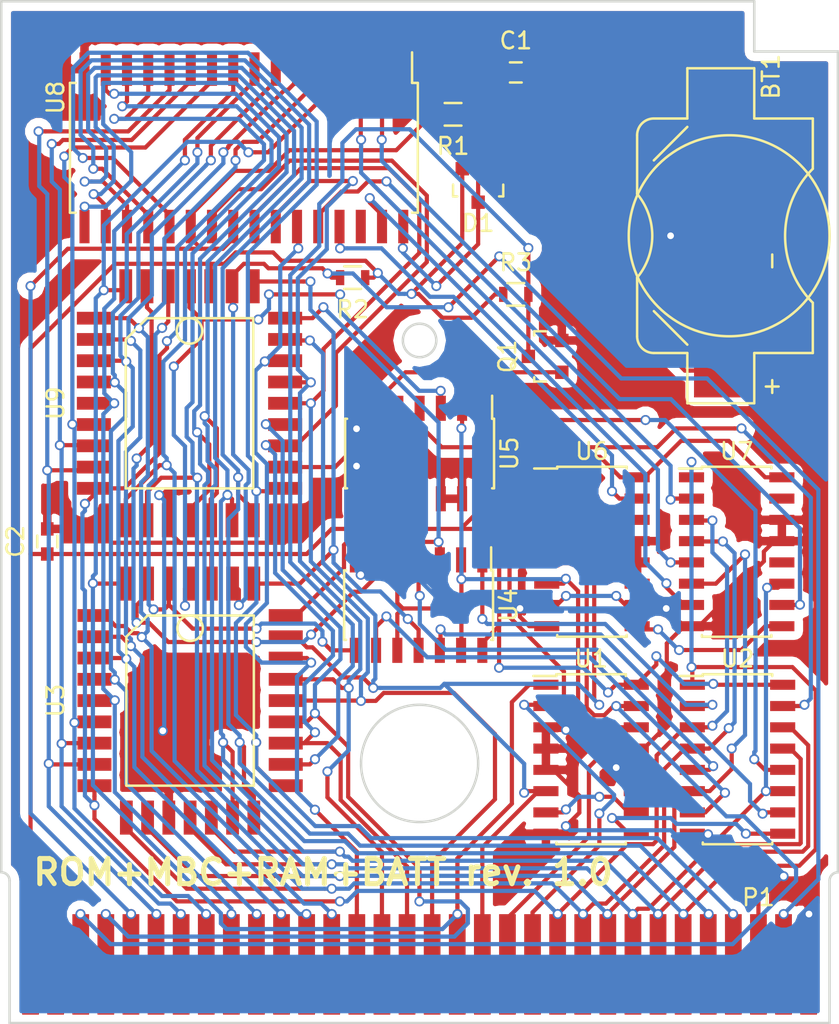
<source format=kicad_pcb>
(kicad_pcb (version 4) (host pcbnew 4.0.1-stable)
  (layers (0 F.Cu signal) (31 B.Cu signal) (34 B.Paste user) (35 F.Paste user) (36 B.SilkS user) (37 F.SilkS user) (38 B.Mask user) (39 F.Mask user) (44 Edge.Cuts user))
  (net 0 "")
  (net 1 VCC)
  (net 2 "Net-(P1-Pad2)")
  (net 3 WE)
  (net 4 ROM_OE)
  (net 5 RAM_CE)
  (net 6 A0)
  (net 7 A1)
  (net 8 A2)
  (net 9 A3)
  (net 10 A4)
  (net 11 A5)
  (net 12 A6)
  (net 13 A7)
  (net 14 A8)
  (net 15 A9)
  (net 16 A10)
  (net 17 A11)
  (net 18 A12)
  (net 19 A13)
  (net 20 A14)
  (net 21 A15)
  (net 22 D0)
  (net 23 D1)
  (net 24 D2)
  (net 25 D3)
  (net 26 D4)
  (net 27 D5)
  (net 28 D6)
  (net 29 D7)
  (net 30 RS)
  (net 31 GND)
  (net 32 "Net-(U1-Pad10)")
  (net 33 BANK_A14)
  (net 34 BANK_A15)
  (net 35 BANK_A16)
  (net 36 BANK_A17)
  (net 37 BANK_A18)
  (net 38 ROM_A19)
  (net 39 ROM_A16)
  (net 40 ROM_A15)
  (net 41 ROM_A14)
  (net 42 ROM_A17)
  (net 43 ROM_A18)
  (net 44 BANK_A19)
  (net 45 A19)
  (net 46 SET_ROM_BANK)
  (net 47 "Net-(U6-Pad10)")
  (net 48 SET_RAM_BANK)
  (net 49 RAM_A13)
  (net 50 RAM_A14)
  (net 51 RAM_A15)
  (net 52 RAM_A16)
  (net 53 "Net-(U7-Pad12)")
  (net 54 "Net-(U7-Pad15)")
  (net 55 "Net-(BT1-Pad1)")
  (net 56 "Net-(U8-Pad30)")
  (net 57 RAM_VCC)
  (net 58 ROM_WE)
  (net 59 "Net-(Q1-Pad3)")
  (net 60 "Net-(U5-Pad8)")
  (net 61 "Net-(U5-Pad11)")
  (module Housings_SOIC:SOIC-14_3.9x8.7mm_Pitch1.27mm (layer F.Cu) (at 145 86 270)
    (fp_text reference U5 (at 0 -5.375 270) (layer F.SilkS))
    (fp_text value 74LS08)
    (pad 1 smd rect (at -2.7 -3.81 270) (size 1.5 0.6) (layers F.Cu F.Paste F.Mask) (net 37 BANK_A18))
    (pad 2 smd rect (at -2.7 -2.54 270) (size 1.5 0.6) (layers F.Cu F.Paste F.Mask) (net 20 A14))
    (pad 3 smd rect (at -2.7 -1.27 270) (size 1.5 0.6) (layers F.Cu F.Paste F.Mask) (net 43 ROM_A18))
    (pad 4 smd rect (at -2.7 0 270) (size 1.5 0.6) (layers F.Cu F.Paste F.Mask) (net 44 BANK_A19))
    (pad 5 smd rect (at -2.7 1.27 270) (size 1.5 0.6) (layers F.Cu F.Paste F.Mask) (net 45 A19))
    (pad 6 smd rect (at -2.7 2.54 270) (size 1.5 0.6) (layers F.Cu F.Paste F.Mask) (net 38 ROM_A19))
    (pad 7 smd rect (at -2.7 3.81 270) (size 1.5 0.6) (layers F.Cu F.Paste F.Mask) (net 31 GND))
    (pad 8 smd rect (at 2.7 3.81 270) (size 1.5 0.6) (layers F.Cu F.Paste F.Mask) (net 60 "Net-(U5-Pad8)"))
    (pad 9 smd rect (at 2.7 2.54 270) (size 1.5 0.6) (layers F.Cu F.Paste F.Mask) (net 31 GND))
    (pad 10 smd rect (at 2.7 1.27 270) (size 1.5 0.6) (layers F.Cu F.Paste F.Mask) (net 31 GND))
    (pad 11 smd rect (at 2.7 0 270) (size 1.5 0.6) (layers F.Cu F.Paste F.Mask) (net 61 "Net-(U5-Pad11)"))
    (pad 12 smd rect (at 2.7 -1.27 270) (size 1.5 0.6) (layers F.Cu F.Paste F.Mask) (net 31 GND))
    (pad 13 smd rect (at 2.7 -2.54 270) (size 1.5 0.6) (layers F.Cu F.Paste F.Mask) (net 31 GND))
    (pad 14 smd rect (at 2.7 -3.81 270) (size 1.5 0.6) (layers F.Cu F.Paste F.Mask) (net 1 VCC))
  )
  (module gb_cart_edge:GB_CART_EDGE (layer F.Cu) (at 144.75 113.5)
    (fp_text reference P1 (at 20.5 -1) (layer F.SilkS))
    (fp_text value GB_CART_CONN)
    (pad 1 connect rect (at -23 3) (size 1 6) (layers F.Cu F.Mask) (net 1 VCC))
    (pad 2 connect rect (at -21.5 3) (size 1 6) (layers F.Cu F.Mask) (net 2 "Net-(P1-Pad2)"))
    (pad 3 connect rect (at -20 3) (size 1 6) (layers F.Cu F.Mask) (net 3 WE))
    (pad 4 connect rect (at -18.5 3) (size 1 6) (layers F.Cu F.Mask) (net 4 ROM_OE))
    (pad 5 connect rect (at -17 3) (size 1 6) (layers F.Cu F.Mask) (net 5 RAM_CE))
    (pad 6 connect rect (at -15.5 3) (size 1 6) (layers F.Cu F.Mask) (net 6 A0))
    (pad 7 connect rect (at -14 3) (size 1 6) (layers F.Cu F.Mask) (net 7 A1))
    (pad 8 connect rect (at -12.5 3) (size 1 6) (layers F.Cu F.Mask) (net 8 A2))
    (pad 9 connect rect (at -11 3) (size 1 6) (layers F.Cu F.Mask) (net 9 A3))
    (pad 10 connect rect (at -9.5 3) (size 1 6) (layers F.Cu F.Mask) (net 10 A4))
    (pad 11 connect rect (at -8 3) (size 1 6) (layers F.Cu F.Mask) (net 11 A5))
    (pad 12 connect rect (at -6.5 3) (size 1 6) (layers F.Cu F.Mask) (net 12 A6))
    (pad 13 connect rect (at -5 3) (size 1 6) (layers F.Cu F.Mask) (net 13 A7))
    (pad 14 connect rect (at -3.5 3) (size 1 6) (layers F.Cu F.Mask) (net 14 A8))
    (pad 15 connect rect (at -2 3) (size 1 6) (layers F.Cu F.Mask) (net 15 A9))
    (pad 16 connect rect (at -0.5 3) (size 1 6) (layers F.Cu F.Mask) (net 16 A10))
    (pad 17 connect rect (at 1 3) (size 1 6) (layers F.Cu F.Mask) (net 17 A11))
    (pad 18 connect rect (at 2.5 3) (size 1 6) (layers F.Cu F.Mask) (net 18 A12))
    (pad 19 connect rect (at 4 3) (size 1 6) (layers F.Cu F.Mask) (net 19 A13))
    (pad 20 connect rect (at 5.5 3) (size 1 6) (layers F.Cu F.Mask) (net 20 A14))
    (pad 21 connect rect (at 7 3) (size 1 6) (layers F.Cu F.Mask) (net 21 A15))
    (pad 22 connect rect (at 8.5 3) (size 1 6) (layers F.Cu F.Mask) (net 22 D0))
    (pad 23 connect rect (at 10 3) (size 1 6) (layers F.Cu F.Mask) (net 23 D1))
    (pad 24 connect rect (at 11.5 3) (size 1 6) (layers F.Cu F.Mask) (net 24 D2))
    (pad 25 connect rect (at 13 3) (size 1 6) (layers F.Cu F.Mask) (net 25 D3))
    (pad 26 connect rect (at 14.5 3) (size 1 6) (layers F.Cu F.Mask) (net 26 D4))
    (pad 27 connect rect (at 16 3) (size 1 6) (layers F.Cu F.Mask) (net 27 D5))
    (pad 28 connect rect (at 17.5 3) (size 1 6) (layers F.Cu F.Mask) (net 28 D6))
    (pad 29 connect rect (at 19 3) (size 1 6) (layers F.Cu F.Mask) (net 29 D7))
    (pad 30 connect rect (at 20.5 3) (size 1 6) (layers F.Cu F.Mask) (net 30 RS))
    (pad 31 connect rect (at 22 3) (size 1 6) (layers F.Cu F.Mask) (net 58 ROM_WE))
    (pad 32 connect rect (at 23.5 3) (size 1 6) (layers F.Cu F.Mask) (net 31 GND))
  )
  (module Housings_SOIC:SOIC-16_3.9x9.9mm_Pitch1.27mm (layer F.Cu) (at 155.25 104.25)
    (fp_text reference U1 (at 0 -6) (layer F.SilkS))
    (fp_text value 74LS153)
    (pad 1 smd rect (at -2.7 -4.445) (size 1.5 0.6) (layers F.Cu F.Paste F.Mask) (net 18 A12))
    (pad 2 smd rect (at -2.7 -3.175) (size 1.5 0.6) (layers F.Cu F.Paste F.Mask) (net 21 A15))
    (pad 3 smd rect (at -2.7 -1.905) (size 1.5 0.6) (layers F.Cu F.Paste F.Mask) (net 31 GND))
    (pad 4 smd rect (at -2.7 -0.635) (size 1.5 0.6) (layers F.Cu F.Paste F.Mask) (net 31 GND))
    (pad 5 smd rect (at -2.7 0.635) (size 1.5 0.6) (layers F.Cu F.Paste F.Mask) (net 31 GND))
    (pad 6 smd rect (at -2.7 1.905) (size 1.5 0.6) (layers F.Cu F.Paste F.Mask) (net 19 A13))
    (pad 7 smd rect (at -2.7 3.175) (size 1.5 0.6) (layers F.Cu F.Paste F.Mask) (net 32 "Net-(U1-Pad10)"))
    (pad 8 smd rect (at -2.7 4.445) (size 1.5 0.6) (layers F.Cu F.Paste F.Mask) (net 31 GND))
    (pad 9 smd rect (at 2.7 4.445) (size 1.5 0.6) (layers F.Cu F.Paste F.Mask) (net 46 SET_ROM_BANK))
    (pad 10 smd rect (at 2.7 3.175) (size 1.5 0.6) (layers F.Cu F.Paste F.Mask) (net 32 "Net-(U1-Pad10)"))
    (pad 11 smd rect (at 2.7 1.905) (size 1.5 0.6) (layers F.Cu F.Paste F.Mask) (net 31 GND))
    (pad 12 smd rect (at 2.7 0.635) (size 1.5 0.6) (layers F.Cu F.Paste F.Mask) (net 31 GND))
    (pad 13 smd rect (at 2.7 -0.635) (size 1.5 0.6) (layers F.Cu F.Paste F.Mask) (net 31 GND))
    (pad 14 smd rect (at 2.7 -1.905) (size 1.5 0.6) (layers F.Cu F.Paste F.Mask) (net 20 A14))
    (pad 15 smd rect (at 2.7 -3.175) (size 1.5 0.6) (layers F.Cu F.Paste F.Mask) (net 3 WE))
    (pad 16 smd rect (at 2.7 -4.445) (size 1.5 0.6) (layers F.Cu F.Paste F.Mask) (net 1 VCC))
  )
  (module Housings_SOIC:SOIC-14_3.9x8.7mm_Pitch1.27mm (layer F.Cu) (at 144.94 95.05 270)
    (fp_text reference U4 (at 0 -5.375 270) (layer F.SilkS))
    (fp_text value 74LS08)
    (pad 1 smd rect (at -2.7 -3.81 270) (size 1.5 0.6) (layers F.Cu F.Paste F.Mask) (net 33 BANK_A14))
    (pad 2 smd rect (at -2.7 -2.54 270) (size 1.5 0.6) (layers F.Cu F.Paste F.Mask) (net 20 A14))
    (pad 3 smd rect (at -2.7 -1.27 270) (size 1.5 0.6) (layers F.Cu F.Paste F.Mask) (net 41 ROM_A14))
    (pad 4 smd rect (at -2.7 0 270) (size 1.5 0.6) (layers F.Cu F.Paste F.Mask) (net 34 BANK_A15))
    (pad 5 smd rect (at -2.7 1.27 270) (size 1.5 0.6) (layers F.Cu F.Paste F.Mask) (net 20 A14))
    (pad 6 smd rect (at -2.7 2.54 270) (size 1.5 0.6) (layers F.Cu F.Paste F.Mask) (net 40 ROM_A15))
    (pad 7 smd rect (at -2.7 3.81 270) (size 1.5 0.6) (layers F.Cu F.Paste F.Mask) (net 31 GND))
    (pad 8 smd rect (at 2.7 3.81 270) (size 1.5 0.6) (layers F.Cu F.Paste F.Mask) (net 39 ROM_A16))
    (pad 9 smd rect (at 2.7 2.54 270) (size 1.5 0.6) (layers F.Cu F.Paste F.Mask) (net 35 BANK_A16))
    (pad 10 smd rect (at 2.7 1.27 270) (size 1.5 0.6) (layers F.Cu F.Paste F.Mask) (net 20 A14))
    (pad 11 smd rect (at 2.7 0 270) (size 1.5 0.6) (layers F.Cu F.Paste F.Mask) (net 42 ROM_A17))
    (pad 12 smd rect (at 2.7 -1.27 270) (size 1.5 0.6) (layers F.Cu F.Paste F.Mask) (net 36 BANK_A17))
    (pad 13 smd rect (at 2.7 -2.54 270) (size 1.5 0.6) (layers F.Cu F.Paste F.Mask) (net 20 A14))
    (pad 14 smd rect (at 2.7 -3.81 270) (size 1.5 0.6) (layers F.Cu F.Paste F.Mask) (net 1 VCC))
  )
  (module Housings_SOIC:SOIC-16_3.9x9.9mm_Pitch1.27mm (layer F.Cu) (at 164 104.25)
    (fp_text reference U2 (at 0 -6) (layer F.SilkS))
    (fp_text value 74LS174)
    (pad 1 smd rect (at -2.7 -4.445) (size 1.5 0.6) (layers F.Cu F.Paste F.Mask) (net 30 RS))
    (pad 2 smd rect (at -2.7 -3.175) (size 1.5 0.6) (layers F.Cu F.Paste F.Mask) (net 33 BANK_A14))
    (pad 3 smd rect (at -2.7 -1.905) (size 1.5 0.6) (layers F.Cu F.Paste F.Mask) (net 22 D0))
    (pad 4 smd rect (at -2.7 -0.635) (size 1.5 0.6) (layers F.Cu F.Paste F.Mask) (net 23 D1))
    (pad 5 smd rect (at -2.7 0.635) (size 1.5 0.6) (layers F.Cu F.Paste F.Mask) (net 34 BANK_A15))
    (pad 6 smd rect (at -2.7 1.905) (size 1.5 0.6) (layers F.Cu F.Paste F.Mask) (net 24 D2))
    (pad 7 smd rect (at -2.7 3.175) (size 1.5 0.6) (layers F.Cu F.Paste F.Mask) (net 35 BANK_A16))
    (pad 8 smd rect (at -2.7 4.445) (size 1.5 0.6) (layers F.Cu F.Paste F.Mask) (net 31 GND))
    (pad 9 smd rect (at 2.7 4.445) (size 1.5 0.6) (layers F.Cu F.Paste F.Mask) (net 46 SET_ROM_BANK))
    (pad 10 smd rect (at 2.7 3.175) (size 1.5 0.6) (layers F.Cu F.Paste F.Mask) (net 36 BANK_A17))
    (pad 11 smd rect (at 2.7 1.905) (size 1.5 0.6) (layers F.Cu F.Paste F.Mask) (net 25 D3))
    (pad 12 smd rect (at 2.7 0.635) (size 1.5 0.6) (layers F.Cu F.Paste F.Mask) (net 37 BANK_A18))
    (pad 13 smd rect (at 2.7 -0.635) (size 1.5 0.6) (layers F.Cu F.Paste F.Mask) (net 26 D4))
    (pad 14 smd rect (at 2.7 -1.905) (size 1.5 0.6) (layers F.Cu F.Paste F.Mask) (net 27 D5))
    (pad 15 smd rect (at 2.7 -3.175) (size 1.5 0.6) (layers F.Cu F.Paste F.Mask) (net 44 BANK_A19))
    (pad 16 smd rect (at 2.7 -4.445) (size 1.5 0.6) (layers F.Cu F.Paste F.Mask) (net 1 VCC))
  )
  (module Housings_SOIC:SOIC-16_3.9x9.9mm_Pitch1.27mm (layer F.Cu) (at 155.3 91.865)
    (fp_text reference U6 (at 0 -6) (layer F.SilkS))
    (fp_text value 74LS153)
    (pad 1 smd rect (at -2.7 -4.445) (size 1.5 0.6) (layers F.Cu F.Paste F.Mask) (net 31 GND))
    (pad 2 smd rect (at -2.7 -3.175) (size 1.5 0.6) (layers F.Cu F.Paste F.Mask) (net 21 A15))
    (pad 3 smd rect (at -2.7 -1.905) (size 1.5 0.6) (layers F.Cu F.Paste F.Mask) (net 31 GND))
    (pad 4 smd rect (at -2.7 -0.635) (size 1.5 0.6) (layers F.Cu F.Paste F.Mask) (net 31 GND))
    (pad 5 smd rect (at -2.7 0.635) (size 1.5 0.6) (layers F.Cu F.Paste F.Mask) (net 31 GND))
    (pad 6 smd rect (at -2.7 1.905) (size 1.5 0.6) (layers F.Cu F.Paste F.Mask) (net 20 A14))
    (pad 7 smd rect (at -2.7 3.175) (size 1.5 0.6) (layers F.Cu F.Paste F.Mask) (net 47 "Net-(U6-Pad10)"))
    (pad 8 smd rect (at -2.7 4.445) (size 1.5 0.6) (layers F.Cu F.Paste F.Mask) (net 31 GND))
    (pad 9 smd rect (at 2.7 4.445) (size 1.5 0.6) (layers F.Cu F.Paste F.Mask) (net 48 SET_RAM_BANK))
    (pad 10 smd rect (at 2.7 3.175) (size 1.5 0.6) (layers F.Cu F.Paste F.Mask) (net 47 "Net-(U6-Pad10)"))
    (pad 11 smd rect (at 2.7 1.905) (size 1.5 0.6) (layers F.Cu F.Paste F.Mask) (net 31 GND))
    (pad 12 smd rect (at 2.7 0.635) (size 1.5 0.6) (layers F.Cu F.Paste F.Mask) (net 31 GND))
    (pad 13 smd rect (at 2.7 -0.635) (size 1.5 0.6) (layers F.Cu F.Paste F.Mask) (net 31 GND))
    (pad 14 smd rect (at 2.7 -1.905) (size 1.5 0.6) (layers F.Cu F.Paste F.Mask) (net 19 A13))
    (pad 15 smd rect (at 2.7 -3.175) (size 1.5 0.6) (layers F.Cu F.Paste F.Mask) (net 3 WE))
    (pad 16 smd rect (at 2.7 -4.445) (size 1.5 0.6) (layers F.Cu F.Paste F.Mask) (net 1 VCC))
  )
  (module Housings_SOIC:SOIC-16_3.9x9.9mm_Pitch1.27mm (layer F.Cu) (at 163.95 91.865)
    (fp_text reference U7 (at 0 -6) (layer F.SilkS))
    (fp_text value 74LS174)
    (pad 1 smd rect (at -2.7 -4.445) (size 1.5 0.6) (layers F.Cu F.Paste F.Mask) (net 30 RS))
    (pad 2 smd rect (at -2.7 -3.175) (size 1.5 0.6) (layers F.Cu F.Paste F.Mask) (net 49 RAM_A13))
    (pad 3 smd rect (at -2.7 -1.905) (size 1.5 0.6) (layers F.Cu F.Paste F.Mask) (net 22 D0))
    (pad 4 smd rect (at -2.7 -0.635) (size 1.5 0.6) (layers F.Cu F.Paste F.Mask) (net 23 D1))
    (pad 5 smd rect (at -2.7 0.635) (size 1.5 0.6) (layers F.Cu F.Paste F.Mask) (net 50 RAM_A14))
    (pad 6 smd rect (at -2.7 1.905) (size 1.5 0.6) (layers F.Cu F.Paste F.Mask) (net 24 D2))
    (pad 7 smd rect (at -2.7 3.175) (size 1.5 0.6) (layers F.Cu F.Paste F.Mask) (net 51 RAM_A15))
    (pad 8 smd rect (at -2.7 4.445) (size 1.5 0.6) (layers F.Cu F.Paste F.Mask) (net 31 GND))
    (pad 9 smd rect (at 2.7 4.445) (size 1.5 0.6) (layers F.Cu F.Paste F.Mask) (net 48 SET_RAM_BANK))
    (pad 10 smd rect (at 2.7 3.175) (size 1.5 0.6) (layers F.Cu F.Paste F.Mask) (net 52 RAM_A16))
    (pad 11 smd rect (at 2.7 1.905) (size 1.5 0.6) (layers F.Cu F.Paste F.Mask) (net 25 D3))
    (pad 12 smd rect (at 2.7 0.635) (size 1.5 0.6) (layers F.Cu F.Paste F.Mask) (net 53 "Net-(U7-Pad12)"))
    (pad 13 smd rect (at 2.7 -0.635) (size 1.5 0.6) (layers F.Cu F.Paste F.Mask) (net 31 GND))
    (pad 14 smd rect (at 2.7 -1.905) (size 1.5 0.6) (layers F.Cu F.Paste F.Mask) (net 31 GND))
    (pad 15 smd rect (at 2.7 -3.175) (size 1.5 0.6) (layers F.Cu F.Paste F.Mask) (net 54 "Net-(U7-Pad15)"))
    (pad 16 smd rect (at 2.7 -4.445) (size 1.5 0.6) (layers F.Cu F.Paste F.Mask) (net 1 VCC))
  )
  (module gb_cart_edge:PLCC-32 (layer F.Cu) (at 131.285 100.75)
    (fp_text reference U3 (at -8.035 0 90) (layer F.SilkS))
    (fp_text value 39F040)
    (pad 1 smd rect (at 0 -6.985) (size 0.762 2.032) (layers F.Cu F.Paste F.Mask) (net 43 ROM_A18))
    (pad 2 smd rect (at -1.27 -6.985) (size 0.762 2.032) (layers F.Cu F.Paste F.Mask) (net 39 ROM_A16))
    (pad 3 smd rect (at -2.54 -6.985) (size 0.762 2.032) (layers F.Cu F.Paste F.Mask) (net 40 ROM_A15))
    (pad 4 smd rect (at -3.81 -6.985) (size 0.762 2.032) (layers F.Cu F.Paste F.Mask) (net 18 A12))
    (pad 5 smd rect (at -5.715 -5.08) (size 2.032 0.762) (layers F.Cu F.Paste F.Mask) (net 13 A7))
    (pad 6 smd rect (at -5.715 -3.81) (size 2.032 0.762) (layers F.Cu F.Paste F.Mask) (net 12 A6))
    (pad 7 smd rect (at -5.715 -2.54) (size 2.032 0.762) (layers F.Cu F.Paste F.Mask) (net 11 A5))
    (pad 8 smd rect (at -5.715 -1.27) (size 2.032 0.762) (layers F.Cu F.Paste F.Mask) (net 10 A4))
    (pad 9 smd rect (at -5.715 0) (size 2.032 0.762) (layers F.Cu F.Paste F.Mask) (net 9 A3))
    (pad 10 smd rect (at -5.715 1.27) (size 2.032 0.762) (layers F.Cu F.Paste F.Mask) (net 8 A2))
    (pad 11 smd rect (at -5.715 2.54) (size 2.032 0.762) (layers F.Cu F.Paste F.Mask) (net 7 A1))
    (pad 12 smd rect (at -5.715 3.81) (size 2.032 0.762) (layers F.Cu F.Paste F.Mask) (net 6 A0))
    (pad 13 smd rect (at -5.715 5.08) (size 2.032 0.762) (layers F.Cu F.Paste F.Mask) (net 22 D0))
    (pad 14 smd rect (at -3.81 6.985) (size 0.762 2.032) (layers F.Cu F.Paste F.Mask) (net 23 D1))
    (pad 15 smd rect (at -2.54 6.985) (size 0.762 2.032) (layers F.Cu F.Paste F.Mask) (net 24 D2))
    (pad 16 smd rect (at -1.27 6.985) (size 0.762 2.032) (layers F.Cu F.Paste F.Mask) (net 31 GND))
    (pad 17 smd rect (at 0 6.985) (size 0.762 2.032) (layers F.Cu F.Paste F.Mask) (net 25 D3))
    (pad 18 smd rect (at 1.27 6.985) (size 0.762 2.032) (layers F.Cu F.Paste F.Mask) (net 26 D4))
    (pad 19 smd rect (at 2.54 6.985) (size 0.762 2.032) (layers F.Cu F.Paste F.Mask) (net 27 D5))
    (pad 20 smd rect (at 3.81 6.985) (size 0.762 2.032) (layers F.Cu F.Paste F.Mask) (net 28 D6))
    (pad 21 smd rect (at 5.715 5.08) (size 2.032 0.762) (layers F.Cu F.Paste F.Mask) (net 29 D7))
    (pad 22 smd rect (at 5.715 3.81) (size 2.032 0.762) (layers F.Cu F.Paste F.Mask) (net 59 "Net-(Q1-Pad3)"))
    (pad 23 smd rect (at 5.715 2.54) (size 2.032 0.762) (layers F.Cu F.Paste F.Mask) (net 16 A10))
    (pad 24 smd rect (at 5.715 1.27) (size 2.032 0.762) (layers F.Cu F.Paste F.Mask) (net 4 ROM_OE))
    (pad 25 smd rect (at 5.715 0) (size 2.032 0.762) (layers F.Cu F.Paste F.Mask) (net 17 A11))
    (pad 26 smd rect (at 5.715 -1.27) (size 2.032 0.762) (layers F.Cu F.Paste F.Mask) (net 15 A9))
    (pad 27 smd rect (at 5.715 -2.54) (size 2.032 0.762) (layers F.Cu F.Paste F.Mask) (net 14 A8))
    (pad 28 smd rect (at 5.715 -3.81) (size 2.032 0.762) (layers F.Cu F.Paste F.Mask) (net 19 A13))
    (pad 29 smd rect (at 5.715 -5.08) (size 2.032 0.762) (layers F.Cu F.Paste F.Mask) (net 41 ROM_A14))
    (pad 30 smd rect (at 3.81 -6.985) (size 0.762 2.032) (layers F.Cu F.Paste F.Mask) (net 42 ROM_A17))
    (pad 31 smd rect (at 2.54 -6.985) (size 0.762 2.032) (layers F.Cu F.Paste F.Mask) (net 58 ROM_WE))
    (pad 32 smd rect (at 1.27 -6.985) (size 0.762 2.032) (layers F.Cu F.Paste F.Mask) (net 1 VCC))
  )
  (module gb_cart_edge:SOIC-32_7.5x20.5mm_Pitch1.27mm (layer F.Cu) (at 134.5 67.75 270)
    (fp_text reference U8 (at -3 11.25 270) (layer F.SilkS))
    (fp_text value MS628128)
    (pad 1 smd rect (at -4.7 -9.525 270) (size 2 0.6) (layers F.Cu F.Paste F.Mask))
    (pad 2 smd rect (at -4.7 -8.255 270) (size 2 0.6) (layers F.Cu F.Paste F.Mask) (net 52 RAM_A16))
    (pad 3 smd rect (at -4.7 -6.985 270) (size 2 0.6) (layers F.Cu F.Paste F.Mask) (net 50 RAM_A14))
    (pad 4 smd rect (at -4.7 -5.715 270) (size 2 0.6) (layers F.Cu F.Paste F.Mask) (net 18 A12))
    (pad 5 smd rect (at -4.7 -4.445 270) (size 2 0.6) (layers F.Cu F.Paste F.Mask) (net 13 A7))
    (pad 6 smd rect (at -4.7 -3.175 270) (size 2 0.6) (layers F.Cu F.Paste F.Mask) (net 12 A6))
    (pad 7 smd rect (at -4.7 -1.905 270) (size 2 0.6) (layers F.Cu F.Paste F.Mask) (net 11 A5))
    (pad 8 smd rect (at -4.7 -0.635 270) (size 2 0.6) (layers F.Cu F.Paste F.Mask) (net 10 A4))
    (pad 9 smd rect (at -4.7 0.635 270) (size 2 0.6) (layers F.Cu F.Paste F.Mask) (net 9 A3))
    (pad 10 smd rect (at -4.7 1.905 270) (size 2 0.6) (layers F.Cu F.Paste F.Mask) (net 8 A2))
    (pad 11 smd rect (at -4.7 3.175 270) (size 2 0.6) (layers F.Cu F.Paste F.Mask) (net 7 A1))
    (pad 12 smd rect (at -4.7 4.445 270) (size 2 0.6) (layers F.Cu F.Paste F.Mask) (net 6 A0))
    (pad 13 smd rect (at -4.7 5.715 270) (size 2 0.6) (layers F.Cu F.Paste F.Mask) (net 22 D0))
    (pad 14 smd rect (at -4.7 6.985 270) (size 2 0.6) (layers F.Cu F.Paste F.Mask) (net 23 D1))
    (pad 15 smd rect (at -4.699 8.255 270) (size 2 0.6) (layers F.Cu F.Paste F.Mask) (net 24 D2))
    (pad 16 smd rect (at -4.699 9.525 270) (size 2 0.6) (layers F.Cu F.Paste F.Mask) (net 31 GND))
    (pad 17 smd rect (at 4.7 9.525 270) (size 2 0.6) (layers F.Cu F.Paste F.Mask) (net 25 D3))
    (pad 18 smd rect (at 4.7 8.255 270) (size 2 0.6) (layers F.Cu F.Paste F.Mask) (net 26 D4))
    (pad 19 smd rect (at 4.7 6.985 270) (size 2 0.6) (layers F.Cu F.Paste F.Mask) (net 27 D5))
    (pad 20 smd rect (at 4.7 5.715 270) (size 2 0.6) (layers F.Cu F.Paste F.Mask) (net 28 D6))
    (pad 21 smd rect (at 4.7 4.445 270) (size 2 0.6) (layers F.Cu F.Paste F.Mask) (net 29 D7))
    (pad 22 smd rect (at 4.7 3.175 270) (size 2 0.6) (layers F.Cu F.Paste F.Mask) (net 5 RAM_CE))
    (pad 23 smd rect (at 4.7 1.905 270) (size 2 0.6) (layers F.Cu F.Paste F.Mask) (net 16 A10))
    (pad 24 smd rect (at 4.7 0.635 270) (size 2 0.6) (layers F.Cu F.Paste F.Mask) (net 5 RAM_CE))
    (pad 25 smd rect (at 4.7 -0.635 270) (size 2 0.6) (layers F.Cu F.Paste F.Mask) (net 17 A11))
    (pad 26 smd rect (at 4.7 -1.905 270) (size 2 0.6) (layers F.Cu F.Paste F.Mask) (net 15 A9))
    (pad 27 smd rect (at 4.7 -3.175 270) (size 2 0.6) (layers F.Cu F.Paste F.Mask) (net 14 A8))
    (pad 28 smd rect (at 4.7 -4.445 270) (size 2 0.6) (layers F.Cu F.Paste F.Mask) (net 49 RAM_A13))
    (pad 29 smd rect (at 4.699 -5.715 270) (size 2 0.6) (layers F.Cu F.Paste F.Mask) (net 3 WE))
    (pad 30 smd rect (at 4.699 -6.985 270) (size 2 0.6) (layers F.Cu F.Paste F.Mask) (net 56 "Net-(U8-Pad30)"))
    (pad 31 smd rect (at 4.699 -8.255 270) (size 2 0.6) (layers F.Cu F.Paste F.Mask) (net 51 RAM_A15))
    (pad 32 smd rect (at 4.699 -9.525 270) (size 2 0.6) (layers F.Cu F.Paste F.Mask) (net 1 VCC))
  )
  (module gb_cart_edge:PLCC-32 (layer F.Cu) (at 131.25 83)
    (fp_text reference U9 (at -8 0 90) (layer F.SilkS))
    (fp_text value 39F040)
    (pad 1 smd rect (at 0 -6.985) (size 0.762 2.032) (layers F.Cu F.Paste F.Mask) (net 43 ROM_A18))
    (pad 2 smd rect (at -1.27 -6.985) (size 0.762 2.032) (layers F.Cu F.Paste F.Mask) (net 39 ROM_A16))
    (pad 3 smd rect (at -2.54 -6.985) (size 0.762 2.032) (layers F.Cu F.Paste F.Mask) (net 40 ROM_A15))
    (pad 4 smd rect (at -3.81 -6.985) (size 0.762 2.032) (layers F.Cu F.Paste F.Mask) (net 18 A12))
    (pad 5 smd rect (at -5.715 -5.08) (size 2.032 0.762) (layers F.Cu F.Paste F.Mask) (net 13 A7))
    (pad 6 smd rect (at -5.715 -3.81) (size 2.032 0.762) (layers F.Cu F.Paste F.Mask) (net 12 A6))
    (pad 7 smd rect (at -5.715 -2.54) (size 2.032 0.762) (layers F.Cu F.Paste F.Mask) (net 11 A5))
    (pad 8 smd rect (at -5.715 -1.27) (size 2.032 0.762) (layers F.Cu F.Paste F.Mask) (net 10 A4))
    (pad 9 smd rect (at -5.715 0) (size 2.032 0.762) (layers F.Cu F.Paste F.Mask) (net 9 A3))
    (pad 10 smd rect (at -5.715 1.27) (size 2.032 0.762) (layers F.Cu F.Paste F.Mask) (net 8 A2))
    (pad 11 smd rect (at -5.715 2.54) (size 2.032 0.762) (layers F.Cu F.Paste F.Mask) (net 7 A1))
    (pad 12 smd rect (at -5.715 3.81) (size 2.032 0.762) (layers F.Cu F.Paste F.Mask) (net 6 A0))
    (pad 13 smd rect (at -5.715 5.08) (size 2.032 0.762) (layers F.Cu F.Paste F.Mask) (net 22 D0))
    (pad 14 smd rect (at -3.81 6.985) (size 0.762 2.032) (layers F.Cu F.Paste F.Mask) (net 23 D1))
    (pad 15 smd rect (at -2.54 6.985) (size 0.762 2.032) (layers F.Cu F.Paste F.Mask) (net 24 D2))
    (pad 16 smd rect (at -1.27 6.985) (size 0.762 2.032) (layers F.Cu F.Paste F.Mask) (net 31 GND))
    (pad 17 smd rect (at 0 6.985) (size 0.762 2.032) (layers F.Cu F.Paste F.Mask) (net 25 D3))
    (pad 18 smd rect (at 1.27 6.985) (size 0.762 2.032) (layers F.Cu F.Paste F.Mask) (net 26 D4))
    (pad 19 smd rect (at 2.54 6.985) (size 0.762 2.032) (layers F.Cu F.Paste F.Mask) (net 27 D5))
    (pad 20 smd rect (at 3.81 6.985) (size 0.762 2.032) (layers F.Cu F.Paste F.Mask) (net 28 D6))
    (pad 21 smd rect (at 5.715 5.08) (size 2.032 0.762) (layers F.Cu F.Paste F.Mask) (net 29 D7))
    (pad 22 smd rect (at 5.715 3.81) (size 2.032 0.762) (layers F.Cu F.Paste F.Mask) (net 38 ROM_A19))
    (pad 23 smd rect (at 5.715 2.54) (size 2.032 0.762) (layers F.Cu F.Paste F.Mask) (net 16 A10))
    (pad 24 smd rect (at 5.715 1.27) (size 2.032 0.762) (layers F.Cu F.Paste F.Mask) (net 4 ROM_OE))
    (pad 25 smd rect (at 5.715 0) (size 2.032 0.762) (layers F.Cu F.Paste F.Mask) (net 17 A11))
    (pad 26 smd rect (at 5.715 -1.27) (size 2.032 0.762) (layers F.Cu F.Paste F.Mask) (net 15 A9))
    (pad 27 smd rect (at 5.715 -2.54) (size 2.032 0.762) (layers F.Cu F.Paste F.Mask) (net 14 A8))
    (pad 28 smd rect (at 5.715 -3.81) (size 2.032 0.762) (layers F.Cu F.Paste F.Mask) (net 19 A13))
    (pad 29 smd rect (at 5.715 -5.08) (size 2.032 0.762) (layers F.Cu F.Paste F.Mask) (net 41 ROM_A14))
    (pad 30 smd rect (at 3.81 -6.985) (size 0.762 2.032) (layers F.Cu F.Paste F.Mask) (net 42 ROM_A17))
    (pad 31 smd rect (at 2.54 -6.985) (size 0.762 2.032) (layers F.Cu F.Paste F.Mask) (net 58 ROM_WE))
    (pad 32 smd rect (at 1.27 -6.985) (size 0.762 2.032) (layers F.Cu F.Paste F.Mask) (net 1 VCC))
  )
  (module gb_cart_edge:CR1225_Holder_18.5x12.5x3.2_Renata (layer F.Cu) (at 163 73 90)
    (fp_text reference BT1 (at 9.5 3 90) (layer F.SilkS))
    (fp_text value Battery)
    (fp_text user - (at -1.5 3 90) (layer F.SilkS))
    (fp_text user + (at -9 3 90) (layer F.SilkS))
    (pad 1 smd rect (at -8.05 0 90) (size 3.2 3.2) (layers F.Cu F.Paste F.Mask) (net 55 "Net-(BT1-Pad1)"))
    (pad 1 smd rect (at 8.05 0 90) (size 3.2 3.2) (layers F.Cu F.Paste F.Mask) (net 55 "Net-(BT1-Pad1)"))
    (pad 2 smd rect (at 0 0 90) (size 4 4) (layers F.Cu F.Paste F.Mask) (net 31 GND))
  )
  (module TO_SOT_Packages_SMD:SOT-23 (layer F.Cu) (at 148.5 69.99822 180)
    (fp_text reference D1 (at 0 -2.25 180) (layer F.SilkS))
    (fp_text value BAS54C)
    (pad 1 smd rect (at -0.95 1.00076 180) (size 0.8001 0.8001) (layers F.Cu F.Paste F.Mask) (net 55 "Net-(BT1-Pad1)"))
    (pad 2 smd rect (at 0.95 1.00076 180) (size 0.8001 0.8001) (layers F.Cu F.Paste F.Mask) (net 1 VCC))
    (pad 3 smd rect (at 0 -0.99822 180) (size 0.8001 0.8001) (layers F.Cu F.Paste F.Mask) (net 57 RAM_VCC))
  )
  (module Resistors_SMD:R_0603 (layer F.Cu) (at 147 65.75 180)
    (fp_text reference R1 (at 0 -1.9 180) (layer F.SilkS))
    (fp_text value 100k)
    (pad 1 smd rect (at -0.75 0 180) (size 0.5 0.9) (layers F.Cu F.Paste F.Mask) (net 57 RAM_VCC))
    (pad 2 smd rect (at 0.75 0 180) (size 0.5 0.9) (layers F.Cu F.Paste F.Mask) (net 5 RAM_CE))
  )
  (module Resistors_SMD:R_0603 (layer F.Cu) (at 141 75.5 180)
    (fp_text reference R2 (at 0 -1.9 180) (layer F.SilkS))
    (fp_text value 100k)
    (pad 1 smd rect (at -0.75 0 180) (size 0.5 0.9) (layers F.Cu F.Paste F.Mask) (net 1 VCC))
    (pad 2 smd rect (at 0.75 0 180) (size 0.5 0.9) (layers F.Cu F.Paste F.Mask) (net 58 ROM_WE))
  )
  (module Capacitors_SMD:C_0603 (layer F.Cu) (at 150.75 63.25)
    (fp_text reference C1 (at 0 -1.9) (layer F.SilkS))
    (fp_text value 100n)
    (pad 1 smd rect (at -0.75 0) (size 0.8 0.75) (layers F.Cu F.Paste F.Mask) (net 57 RAM_VCC))
    (pad 2 smd rect (at 0.75 0) (size 0.8 0.75) (layers F.Cu F.Paste F.Mask) (net 31 GND))
  )
  (module Capacitors_SMD:C_0603 (layer F.Cu) (at 122.75 91.25 90)
    (fp_text reference C2 (at 0 -1.9 90) (layer F.SilkS))
    (fp_text value 100n)
    (pad 1 smd rect (at -0.75 0 90) (size 0.8 0.75) (layers F.Cu F.Paste F.Mask) (net 1 VCC))
    (pad 2 smd rect (at 0.75 0 90) (size 0.8 0.75) (layers F.Cu F.Paste F.Mask) (net 31 GND))
  )
  (module TO_SOT_Packages_SMD:SOT-23 (layer F.Cu) (at 152.49924 80.2 90)
    (fp_text reference Q1 (at 0 -2.25 90) (layer F.SilkS))
    (fp_text value Q_NMOS_GSD)
    (pad 1 smd rect (at -0.95 1.00076 90) (size 0.8001 0.8001) (layers F.Cu F.Paste F.Mask) (net 38 ROM_A19))
    (pad 2 smd rect (at 0.95 1.00076 90) (size 0.8001 0.8001) (layers F.Cu F.Paste F.Mask) (net 31 GND))
    (pad 3 smd rect (at 0 -0.99822 90) (size 0.8001 0.8001) (layers F.Cu F.Paste F.Mask) (net 59 "Net-(Q1-Pad3)"))
  )
  (module Resistors_SMD:R_0603 (layer F.Cu) (at 150.75 76.5)
    (fp_text reference R3 (at 0 -1.9) (layer F.SilkS))
    (fp_text value 100k)
    (pad 1 smd rect (at -0.75 0) (size 0.5 0.9) (layers F.Cu F.Paste F.Mask) (net 1 VCC))
    (pad 2 smd rect (at 0.75 0) (size 0.5 0.9) (layers F.Cu F.Paste F.Mask) (net 59 "Net-(Q1-Pad3)"))
  )
  (gr_text "ROM+MBC+RAM+BATT rev. 1.0" (at 121.75 111) (layer F.SilkS) (effects (font (size 1.5 1.5) (thickness 0.3)) (justify left)))
  (gr_line (start 165 62) (end 170 62) (layer Edge.Cuts) (width 0.15))
  (gr_line (start 165 59) (end 165 62) (layer Edge.Cuts) (width 0.15))
  (gr_circle (center 145 79.25) (end 146 79.25) (layer Edge.Cuts) (width 0.15))
  (gr_circle (center 145 104.5) (end 148.5 104.5) (layer Edge.Cuts) (width 0.15))
  (gr_arc (start 170 111.5) (end 169.5 111.5) (angle 90) (layer Edge.Cuts) (width 0.15))
  (gr_arc (start 120 111.5) (end 120 111) (angle 90) (layer Edge.Cuts) (width 0.15))
  (gr_line (start 169.5 111.5) (end 169.5 120) (layer Edge.Cuts) (width 0.15))
  (gr_line (start 170 62) (end 170 111) (layer Edge.Cuts) (width 0.15))
  (gr_line (start 120 111) (end 120 59) (layer Edge.Cuts) (width 0.15))
  (gr_line (start 120.5 120) (end 120.5 111.5) (layer Edge.Cuts) (width 0.15))
  (gr_line (start 120 59) (end 165 59) (layer Edge.Cuts) (width 0.15))
  (gr_line (start 120.5 120) (end 169.5 120) (layer Edge.Cuts) (width 0.15))
  (segment (start 121.75 116.5) (end 121.75 113.5025) (width 0.25) (layer F.Cu) (net 1))
  (segment (start 144.517147 76.468664) (end 144.93156 76.468664) (width 0.25) (layer F.Cu) (net 1))
  (segment (start 144.93156 76.468664) (end 146.356122 77.893226) (width 0.25) (layer F.Cu) (net 1))
  (segment (start 148.106774 77.893226) (end 149.5 76.5) (width 0.25) (layer F.Cu) (net 1))
  (segment (start 146.356122 77.893226) (end 148.106774 77.893226) (width 0.25) (layer F.Cu) (net 1))
  (segment (start 149.5 76.5) (end 150 76.5) (width 0.25) (layer F.Cu) (net 1))
  (segment (start 147.55 68.99746) (end 147.55 73.435811) (width 0.25) (layer F.Cu) (net 1))
  (segment (start 142.503362 75.226814) (end 143.745212 76.468664) (width 0.25) (layer B.Cu) (net 1))
  (segment (start 143.745212 76.468664) (end 144.092883 76.468664) (width 0.25) (layer B.Cu) (net 1))
  (segment (start 144.817146 76.168665) (end 144.517147 76.468664) (width 0.25) (layer F.Cu) (net 1))
  (segment (start 147.55 73.435811) (end 144.817146 76.168665) (width 0.25) (layer F.Cu) (net 1))
  (segment (start 144.092883 76.468664) (end 144.517147 76.468664) (width 0.25) (layer B.Cu) (net 1))
  (via (at 144.517147 76.468664) (size 0.6) (drill 0.4) (layers F.Cu B.Cu) (net 1))
  (segment (start 122.75 92) (end 121.75 92) (width 0.25) (layer F.Cu) (net 1))
  (segment (start 138.25 92) (end 139.75 90.5) (width 0.25) (layer F.Cu) (net 1))
  (segment (start 139.75 90.5) (end 147.46 90.5) (width 0.25) (layer F.Cu) (net 1))
  (segment (start 149.75 98.788592) (end 149.75 96.257902) (width 0.25) (layer F.Cu) (net 1))
  (segment (start 149.75 96.257902) (end 149.757902 96.25) (width 0.25) (layer F.Cu) (net 1))
  (segment (start 136.743014 74.492453) (end 141.769001 74.492453) (width 0.25) (layer F.Cu) (net 1))
  (segment (start 136.246687 73.996126) (end 136.743014 74.492453) (width 0.25) (layer F.Cu) (net 1))
  (segment (start 134.013213 73.996126) (end 136.246687 73.996126) (width 0.25) (layer F.Cu) (net 1))
  (segment (start 132.52 74.673999) (end 133.33534 74.673999) (width 0.25) (layer F.Cu) (net 1))
  (segment (start 142.503362 75.246638) (end 142.503362 75.226814) (width 0.25) (layer F.Cu) (net 1))
  (segment (start 142.25 75.5) (end 142.503362 75.246638) (width 0.25) (layer F.Cu) (net 1))
  (segment (start 141.75 75.5) (end 142.25 75.5) (width 0.25) (layer F.Cu) (net 1))
  (segment (start 133.33534 74.673999) (end 134.013213 73.996126) (width 0.25) (layer F.Cu) (net 1))
  (via (at 142.503362 75.226814) (size 0.6) (drill 0.4) (layers F.Cu B.Cu) (net 1))
  (segment (start 142.203363 74.926815) (end 142.503362 75.226814) (width 0.25) (layer F.Cu) (net 1))
  (segment (start 141.769001 74.492453) (end 142.203363 74.926815) (width 0.25) (layer F.Cu) (net 1))
  (segment (start 144 73.75) (end 144 72.474) (width 0.25) (layer F.Cu) (net 1))
  (segment (start 144 72.474) (end 144.025 72.449) (width 0.25) (layer F.Cu) (net 1))
  (segment (start 146 76) (end 144 74) (width 0.25) (layer B.Cu) (net 1))
  (segment (start 144 74) (end 144 73.75) (width 0.25) (layer B.Cu) (net 1))
  (via (at 144 73.75) (size 0.6) (drill 0.4) (layers F.Cu B.Cu) (net 1))
  (segment (start 156.562762 99.963559) (end 156.262763 100.263558) (width 0.25) (layer F.Cu) (net 1))
  (segment (start 156.721321 99.805) (end 156.562762 99.963559) (width 0.25) (layer F.Cu) (net 1))
  (segment (start 157.95 99.805) (end 156.721321 99.805) (width 0.25) (layer F.Cu) (net 1))
  (segment (start 155.962764 99.963559) (end 156.262763 100.263558) (width 0.25) (layer B.Cu) (net 1))
  (segment (start 149.75 98.788592) (end 154.787797 98.788592) (width 0.25) (layer B.Cu) (net 1))
  (segment (start 154.787797 98.788592) (end 155.962764 99.963559) (width 0.25) (layer B.Cu) (net 1))
  (via (at 156.262763 100.263558) (size 0.6) (drill 0.4) (layers F.Cu B.Cu) (net 1))
  (segment (start 149.757902 96.292098) (end 149.757902 96.25) (width 0.25) (layer F.Cu) (net 1))
  (segment (start 149.757902 96.25) (end 149.757902 91.293512) (width 0.25) (layer F.Cu) (net 1))
  (via (at 149.75 98.788592) (size 0.6) (drill 0.4) (layers F.Cu B.Cu) (net 1))
  (segment (start 159.148507 98.103525) (end 159.148507 98.606493) (width 0.25) (layer F.Cu) (net 1))
  (segment (start 159.148507 98.606493) (end 157.95 99.805) (width 0.25) (layer F.Cu) (net 1))
  (segment (start 162.550002 99.75) (end 160.794982 99.75) (width 0.25) (layer B.Cu) (net 1))
  (segment (start 160.794982 99.75) (end 159.148507 98.103525) (width 0.25) (layer B.Cu) (net 1))
  (via (at 159.148507 98.103525) (size 0.6) (drill 0.4) (layers F.Cu B.Cu) (net 1))
  (segment (start 166.7 99.805) (end 162.605002 99.805) (width 0.25) (layer F.Cu) (net 1))
  (segment (start 162.605002 99.805) (end 162.550002 99.75) (width 0.25) (layer F.Cu) (net 1))
  (via (at 162.550002 99.75) (size 0.6) (drill 0.4) (layers F.Cu B.Cu) (net 1))
  (segment (start 148.75 97.75) (end 148.75 97.3) (width 0.25) (layer F.Cu) (net 1))
  (segment (start 148.75 97.3) (end 149.757902 96.292098) (width 0.25) (layer F.Cu) (net 1))
  (segment (start 149.757902 91.293512) (end 148.96439 90.5) (width 0.25) (layer F.Cu) (net 1))
  (segment (start 148.96439 90.5) (end 147.46 90.5) (width 0.25) (layer F.Cu) (net 1))
  (segment (start 158 87.42) (end 158.45 87.42) (width 0.25) (layer F.Cu) (net 1))
  (segment (start 158.45 87.42) (end 160.625934 85.244066) (width 0.25) (layer F.Cu) (net 1))
  (segment (start 160.625934 85.244066) (end 163.474066 85.244066) (width 0.25) (layer F.Cu) (net 1))
  (segment (start 163.474066 85.244066) (end 165.65 87.42) (width 0.25) (layer F.Cu) (net 1))
  (segment (start 165.65 87.42) (end 166.65 87.42) (width 0.25) (layer F.Cu) (net 1))
  (segment (start 148.81 88.75) (end 151.364468 86.195532) (width 0.25) (layer F.Cu) (net 1))
  (segment (start 151.364468 86.195532) (end 155.775532 86.195532) (width 0.25) (layer F.Cu) (net 1))
  (segment (start 155.775532 86.195532) (end 157 87.42) (width 0.25) (layer F.Cu) (net 1))
  (segment (start 157 87.42) (end 158 87.42) (width 0.25) (layer F.Cu) (net 1))
  (segment (start 147.46 90.5) (end 148.81 89.15) (width 0.25) (layer F.Cu) (net 1))
  (segment (start 148.81 89.15) (end 148.81 88.7) (width 0.25) (layer F.Cu) (net 1))
  (segment (start 132.555 92) (end 138.25 92) (width 0.25) (layer F.Cu) (net 1))
  (segment (start 121.75 92) (end 132.555 92) (width 0.25) (layer F.Cu) (net 1))
  (segment (start 132.555 92) (end 132.555 93.765) (width 0.25) (layer F.Cu) (net 1))
  (segment (start 121.75 92) (end 121.75 79.722998) (width 0.25) (layer F.Cu) (net 1))
  (segment (start 121.75 79.722998) (end 126.798999 74.673999) (width 0.25) (layer F.Cu) (net 1))
  (segment (start 126.798999 74.673999) (end 132.52 74.673999) (width 0.25) (layer F.Cu) (net 1))
  (segment (start 132.52 74.673999) (end 132.52 76.015) (width 0.25) (layer F.Cu) (net 1))
  (segment (start 121.75 113.5025) (end 121.75 92) (width 0.25) (layer F.Cu) (net 1))
  (segment (start 121.7511 113.5036) (end 121.75 113.5025) (width 0.25) (layer F.Cu) (net 1))
  (segment (start 124.75 116.5) (end 124.733884 116.483884) (width 0.25) (layer F.Cu) (net 3))
  (segment (start 124.733884 116.483884) (end 124.733884 113.493138) (width 0.25) (layer F.Cu) (net 3))
  (segment (start 163.335531 107.660531) (end 164.390542 107.660531) (width 0.25) (layer B.Cu) (net 3))
  (segment (start 156.75 101.075) (end 163.335531 107.660531) (width 0.25) (layer B.Cu) (net 3))
  (segment (start 167.49946 111.499396) (end 163.71062 115.288236) (width 0.25) (layer B.Cu) (net 3))
  (segment (start 164.390542 107.660531) (end 167.49946 110.769449) (width 0.25) (layer B.Cu) (net 3))
  (segment (start 167.49946 110.769449) (end 167.49946 111.499396) (width 0.25) (layer B.Cu) (net 3))
  (segment (start 163.71062 115.288236) (end 126.528982 115.288236) (width 0.25) (layer B.Cu) (net 3))
  (segment (start 126.528982 115.288236) (end 125.033883 113.793137) (width 0.25) (layer B.Cu) (net 3))
  (segment (start 125.033883 113.793137) (end 124.733884 113.493138) (width 0.25) (layer B.Cu) (net 3))
  (via (at 124.733884 113.493138) (size 0.6) (drill 0.4) (layers F.Cu B.Cu) (net 3))
  (segment (start 140.674264 73.75) (end 140.25 73.75) (width 0.25) (layer B.Cu) (net 3))
  (segment (start 147.023774 76.643222) (end 145.618437 76.643222) (width 0.25) (layer B.Cu) (net 3))
  (segment (start 142.725215 73.75) (end 140.674264 73.75) (width 0.25) (layer B.Cu) (net 3))
  (segment (start 156.5 88.25) (end 156.5 86.119448) (width 0.25) (layer B.Cu) (net 3))
  (segment (start 156.5 86.119448) (end 147.023774 76.643222) (width 0.25) (layer B.Cu) (net 3))
  (segment (start 145.618437 76.643222) (end 142.725215 73.75) (width 0.25) (layer B.Cu) (net 3))
  (segment (start 140.25 73.75) (end 140.25 72.484) (width 0.25) (layer F.Cu) (net 3))
  (segment (start 140.25 72.484) (end 140.215 72.449) (width 0.25) (layer F.Cu) (net 3))
  (via (at 140.25 73.75) (size 0.6) (drill 0.4) (layers F.Cu B.Cu) (net 3))
  (segment (start 158 88.69) (end 156.94 88.69) (width 0.25) (layer F.Cu) (net 3))
  (segment (start 156.94 88.69) (end 156.5 88.25) (width 0.25) (layer F.Cu) (net 3))
  (via (at 156.5 88.25) (size 0.6) (drill 0.4) (layers F.Cu B.Cu) (net 3))
  (segment (start 157.95 101.075) (end 156.75 101.075) (width 0.25) (layer F.Cu) (net 3))
  (segment (start 156.75 101.075) (end 156.586781 101.075) (width 0.25) (layer F.Cu) (net 3))
  (via (at 156.75 101.075) (size 0.6) (drill 0.4) (layers F.Cu B.Cu) (net 3))
  (segment (start 154.986602 101.175161) (end 154.986602 91.253398) (width 0.25) (layer F.Cu) (net 3))
  (segment (start 156.586781 101.075) (end 156.036612 101.625169) (width 0.25) (layer F.Cu) (net 3))
  (segment (start 156.036612 101.625169) (end 155.43661 101.625169) (width 0.25) (layer F.Cu) (net 3))
  (segment (start 155.43661 101.625169) (end 154.986602 101.175161) (width 0.25) (layer F.Cu) (net 3))
  (segment (start 154.986602 91.253398) (end 157.55 88.69) (width 0.25) (layer F.Cu) (net 3))
  (segment (start 157.55 88.69) (end 158 88.69) (width 0.25) (layer F.Cu) (net 3))
  (segment (start 126.25 116.5) (end 126.2463 116.4963) (width 0.25) (layer F.Cu) (net 4))
  (segment (start 126.2463 116.4963) (end 126.2463 113.493138) (width 0.25) (layer F.Cu) (net 4))
  (segment (start 147.885851 114.03898) (end 147.885851 113.195822) (width 0.25) (layer B.Cu) (net 4))
  (segment (start 147.885851 113.195822) (end 147.429368 112.739339) (width 0.25) (layer B.Cu) (net 4))
  (segment (start 147.429368 112.739339) (end 145.415663 112.739339) (width 0.25) (layer B.Cu) (net 4))
  (segment (start 145.415663 112.739339) (end 144.991399 112.739339) (width 0.25) (layer B.Cu) (net 4))
  (segment (start 126.2463 113.493138) (end 127.591387 114.838225) (width 0.25) (layer B.Cu) (net 4))
  (segment (start 127.591387 114.838225) (end 147.086606 114.838225) (width 0.25) (layer B.Cu) (net 4))
  (segment (start 147.086606 114.838225) (end 147.885851 114.03898) (width 0.25) (layer B.Cu) (net 4))
  (segment (start 144.991399 112.315075) (end 144.991399 112.739339) (width 0.25) (layer F.Cu) (net 4))
  (segment (start 140.73284 106.496611) (end 144.991399 110.75517) (width 0.25) (layer F.Cu) (net 4))
  (segment (start 140.73284 103.494794) (end 140.73284 106.496611) (width 0.25) (layer F.Cu) (net 4))
  (segment (start 138.746988 101.508942) (end 140.73284 103.494794) (width 0.25) (layer F.Cu) (net 4))
  (segment (start 144.991399 110.75517) (end 144.991399 112.315075) (width 0.25) (layer F.Cu) (net 4))
  (via (at 144.991399 112.739339) (size 0.6) (drill 0.4) (layers F.Cu B.Cu) (net 4))
  (via (at 126.2463 113.493138) (size 0.6) (drill 0.4) (layers F.Cu B.Cu) (net 4))
  (segment (start 140.270173 98.279573) (end 138.746988 99.802758) (width 0.25) (layer B.Cu) (net 4))
  (segment (start 138.746988 99.802758) (end 138.746988 101.508942) (width 0.25) (layer B.Cu) (net 4))
  (segment (start 136.816975 85.25457) (end 136.816975 92.944648) (width 0.25) (layer B.Cu) (net 4))
  (segment (start 135.812405 84.25) (end 136.816975 85.25457) (width 0.25) (layer B.Cu) (net 4))
  (segment (start 136.816975 92.944648) (end 140.270173 96.397846) (width 0.25) (layer B.Cu) (net 4))
  (segment (start 140.270173 96.397846) (end 140.270173 98.279573) (width 0.25) (layer B.Cu) (net 4))
  (segment (start 137 102.02) (end 138.266 102.02) (width 0.25) (layer F.Cu) (net 4))
  (via (at 138.746988 101.508942) (size 0.6) (drill 0.4) (layers F.Cu B.Cu) (net 4))
  (segment (start 138.266 102.02) (end 138.746988 101.539012) (width 0.25) (layer F.Cu) (net 4))
  (segment (start 138.746988 101.539012) (end 138.746988 101.508942) (width 0.25) (layer F.Cu) (net 4))
  (segment (start 136.236669 84.25) (end 135.812405 84.25) (width 0.25) (layer F.Cu) (net 4))
  (via (at 135.812405 84.25) (size 0.6) (drill 0.4) (layers F.Cu B.Cu) (net 4))
  (segment (start 136.945 84.25) (end 136.236669 84.25) (width 0.25) (layer F.Cu) (net 4))
  (segment (start 136.965 84.27) (end 136.945 84.25) (width 0.25) (layer F.Cu) (net 4))
  (segment (start 127.75 116.5) (end 127.758715 116.491285) (width 0.25) (layer F.Cu) (net 5))
  (segment (start 127.758715 116.491285) (end 127.758715 113.493138) (width 0.25) (layer F.Cu) (net 5))
  (segment (start 127.458716 113.193139) (end 127.758715 113.493138) (width 0.25) (layer B.Cu) (net 5))
  (segment (start 121.75 107.484423) (end 127.458716 113.193139) (width 0.25) (layer B.Cu) (net 5))
  (segment (start 121.75 76) (end 121.75 107.484423) (width 0.25) (layer B.Cu) (net 5))
  (via (at 127.758715 113.493138) (size 0.6) (drill 0.4) (layers F.Cu B.Cu) (net 5))
  (segment (start 145.75 65.75) (end 146.25 65.75) (width 0.25) (layer F.Cu) (net 5))
  (segment (start 143.606966 67.893034) (end 145.75 65.75) (width 0.25) (layer F.Cu) (net 5))
  (segment (start 137.224 67.893034) (end 143.606966 67.893034) (width 0.25) (layer F.Cu) (net 5))
  (segment (start 135.992033 69.125001) (end 137.224 67.893034) (width 0.25) (layer F.Cu) (net 5))
  (segment (start 133.949999 69.125001) (end 135.992033 69.125001) (width 0.25) (layer F.Cu) (net 5))
  (segment (start 131.325 71.75) (end 133.949999 69.125001) (width 0.25) (layer F.Cu) (net 5))
  (segment (start 131.325 72.45) (end 131.325 71.75) (width 0.25) (layer F.Cu) (net 5))
  (segment (start 121.75 76) (end 123.974999 73.775001) (width 0.25) (layer F.Cu) (net 5))
  (segment (start 123.974999 73.775001) (end 131.950001 73.775001) (width 0.25) (layer F.Cu) (net 5))
  (via (at 121.75 76) (size 0.6) (drill 0.4) (layers F.Cu B.Cu) (net 5))
  (segment (start 133.865 72.45) (end 133.865 73.15) (width 0.25) (layer F.Cu) (net 5))
  (segment (start 131.325 73.15) (end 131.325 72.45) (width 0.25) (layer F.Cu) (net 5))
  (segment (start 133.865 73.15) (end 133.239999 73.775001) (width 0.25) (layer F.Cu) (net 5))
  (segment (start 133.239999 73.775001) (end 131.950001 73.775001) (width 0.25) (layer F.Cu) (net 5))
  (segment (start 131.950001 73.775001) (end 131.325 73.15) (width 0.25) (layer F.Cu) (net 5))
  (segment (start 129.25 116.5) (end 129.271131 116.478869) (width 0.25) (layer F.Cu) (net 6))
  (segment (start 129.271131 116.478869) (end 129.271131 113.493136) (width 0.25) (layer F.Cu) (net 6))
  (segment (start 122.838306 104.506915) (end 122.838306 107.060311) (width 0.25) (layer B.Cu) (net 6))
  (segment (start 122.838306 107.060311) (end 128.971132 113.193137) (width 0.25) (layer B.Cu) (net 6))
  (segment (start 128.971132 113.193137) (end 129.271131 113.493136) (width 0.25) (layer B.Cu) (net 6))
  (via (at 129.271131 113.493136) (size 0.6) (drill 0.4) (layers F.Cu B.Cu) (net 6))
  (segment (start 122.75 87) (end 122.75 70.511553) (width 0.25) (layer B.Cu) (net 6))
  (segment (start 122.75 70.511553) (end 122.269323 70.030876) (width 0.25) (layer B.Cu) (net 6))
  (segment (start 122.269323 70.030876) (end 122.269323 66.809634) (width 0.25) (layer B.Cu) (net 6))
  (segment (start 122.269323 66.809634) (end 122.228143 66.768454) (width 0.25) (layer B.Cu) (net 6))
  (segment (start 127.586546 66.768454) (end 122.652407 66.768454) (width 0.25) (layer F.Cu) (net 6))
  (segment (start 130.055 64.3) (end 127.586546 66.768454) (width 0.25) (layer F.Cu) (net 6))
  (segment (start 130.055 63.05) (end 130.055 64.3) (width 0.25) (layer F.Cu) (net 6))
  (segment (start 122.652407 66.768454) (end 122.228143 66.768454) (width 0.25) (layer F.Cu) (net 6))
  (via (at 122.228143 66.768454) (size 0.6) (drill 0.4) (layers F.Cu B.Cu) (net 6))
  (segment (start 122.75 87) (end 125.345 87) (width 0.25) (layer F.Cu) (net 6))
  (segment (start 125.345 87) (end 125.535 86.81) (width 0.25) (layer F.Cu) (net 6))
  (segment (start 122.838306 104.506915) (end 122.838306 87.088306) (width 0.25) (layer B.Cu) (net 6))
  (segment (start 122.838306 87.088306) (end 122.75 87) (width 0.25) (layer B.Cu) (net 6))
  (via (at 122.75 87) (size 0.6) (drill 0.4) (layers F.Cu B.Cu) (net 6))
  (segment (start 122.891391 104.56) (end 122.838306 104.506915) (width 0.25) (layer F.Cu) (net 6))
  (segment (start 125.57 104.56) (end 122.891391 104.56) (width 0.25) (layer F.Cu) (net 6))
  (via (at 122.838306 104.506915) (size 0.6) (drill 0.4) (layers F.Cu B.Cu) (net 6))
  (segment (start 130.75 116.5) (end 130.729532 116.479532) (width 0.25) (layer F.Cu) (net 7))
  (segment (start 130.729532 116.479532) (end 130.729532 113.493138) (width 0.25) (layer F.Cu) (net 7))
  (segment (start 123.606618 107.064562) (end 129.410192 112.868136) (width 0.25) (layer B.Cu) (net 7))
  (segment (start 130.10453 112.868136) (end 130.429533 113.193139) (width 0.25) (layer B.Cu) (net 7))
  (segment (start 129.410192 112.868136) (end 130.10453 112.868136) (width 0.25) (layer B.Cu) (net 7))
  (segment (start 130.429533 113.193139) (end 130.729532 113.493138) (width 0.25) (layer B.Cu) (net 7))
  (segment (start 123.606618 103.319523) (end 123.606618 107.064562) (width 0.25) (layer B.Cu) (net 7))
  (via (at 130.729532 113.493138) (size 0.6) (drill 0.4) (layers F.Cu B.Cu) (net 7))
  (segment (start 123.678422 67.281125) (end 123.44234 67.517207) (width 0.25) (layer F.Cu) (net 7))
  (segment (start 127.793875 67.281125) (end 123.678422 67.281125) (width 0.25) (layer F.Cu) (net 7))
  (segment (start 131.325 63.75) (end 127.793875 67.281125) (width 0.25) (layer F.Cu) (net 7))
  (segment (start 131.325 63.05) (end 131.325 63.75) (width 0.25) (layer F.Cu) (net 7))
  (segment (start 123.44234 67.517207) (end 123.018076 67.517207) (width 0.25) (layer F.Cu) (net 7))
  (segment (start 123.5 85.5) (end 123.5 70.24539) (width 0.25) (layer B.Cu) (net 7))
  (segment (start 123.5 70.24539) (end 123.018076 69.763466) (width 0.25) (layer B.Cu) (net 7))
  (segment (start 123.018076 69.763466) (end 123.018076 67.517207) (width 0.25) (layer B.Cu) (net 7))
  (via (at 123.018076 67.517207) (size 0.6) (drill 0.4) (layers F.Cu B.Cu) (net 7))
  (segment (start 123.5 85.5) (end 125.495 85.5) (width 0.25) (layer F.Cu) (net 7))
  (segment (start 125.495 85.5) (end 125.535 85.54) (width 0.25) (layer F.Cu) (net 7))
  (segment (start 123.606618 103.319523) (end 123.606618 85.606618) (width 0.25) (layer B.Cu) (net 7))
  (segment (start 123.606618 85.606618) (end 123.5 85.5) (width 0.25) (layer B.Cu) (net 7))
  (via (at 123.5 85.5) (size 0.6) (drill 0.4) (layers F.Cu B.Cu) (net 7))
  (segment (start 125.57 103.29) (end 123.636141 103.29) (width 0.25) (layer F.Cu) (net 7))
  (segment (start 123.636141 103.29) (end 123.606618 103.319523) (width 0.25) (layer F.Cu) (net 7))
  (via (at 123.606618 103.319523) (size 0.6) (drill 0.4) (layers F.Cu B.Cu) (net 7))
  (segment (start 132.25 116.5) (end 132.241948 116.491948) (width 0.25) (layer F.Cu) (net 8))
  (segment (start 132.241948 116.491948) (end 132.241948 113.493138) (width 0.25) (layer F.Cu) (net 8))
  (segment (start 131.941949 113.193139) (end 132.241948 113.493138) (width 0.25) (layer B.Cu) (net 8))
  (segment (start 129.605648 112.418125) (end 131.166935 112.418125) (width 0.25) (layer B.Cu) (net 8))
  (segment (start 124.37493 107.187407) (end 129.605648 112.418125) (width 0.25) (layer B.Cu) (net 8))
  (segment (start 124.37493 102.062279) (end 124.37493 107.187407) (width 0.25) (layer B.Cu) (net 8))
  (segment (start 131.166935 112.418125) (end 131.941949 113.193139) (width 0.25) (layer B.Cu) (net 8))
  (via (at 132.241948 113.493138) (size 0.6) (drill 0.4) (layers F.Cu B.Cu) (net 8))
  (segment (start 132.595 63.05) (end 132.595 63.75) (width 0.25) (layer F.Cu) (net 8))
  (segment (start 124.24817 67.731136) (end 123.766829 68.212477) (width 0.25) (layer F.Cu) (net 8))
  (segment (start 132.595 63.75) (end 128.613864 67.731136) (width 0.25) (layer F.Cu) (net 8))
  (segment (start 128.613864 67.731136) (end 124.24817 67.731136) (width 0.25) (layer F.Cu) (net 8))
  (segment (start 123.766829 68.212477) (end 123.766829 68.26596) (width 0.25) (layer F.Cu) (net 8))
  (segment (start 124.25 84.25) (end 124.25 69.979225) (width 0.25) (layer B.Cu) (net 8))
  (segment (start 124.25 69.979225) (end 123.766829 69.496054) (width 0.25) (layer B.Cu) (net 8))
  (segment (start 123.766829 69.496054) (end 123.766829 68.26596) (width 0.25) (layer B.Cu) (net 8))
  (via (at 123.766829 68.26596) (size 0.6) (drill 0.4) (layers F.Cu B.Cu) (net 8))
  (segment (start 124.25 84.25) (end 125.515 84.25) (width 0.25) (layer F.Cu) (net 8))
  (segment (start 125.515 84.25) (end 125.535 84.27) (width 0.25) (layer F.Cu) (net 8))
  (segment (start 124.37493 102.062279) (end 124.37493 84.37493) (width 0.25) (layer B.Cu) (net 8))
  (segment (start 124.37493 84.37493) (end 124.25 84.25) (width 0.25) (layer B.Cu) (net 8))
  (via (at 124.25 84.25) (size 0.6) (drill 0.4) (layers F.Cu B.Cu) (net 8))
  (segment (start 125.527721 102.062279) (end 124.799194 102.062279) (width 0.25) (layer F.Cu) (net 8))
  (segment (start 125.57 102.02) (end 125.527721 102.062279) (width 0.25) (layer F.Cu) (net 8))
  (segment (start 124.799194 102.062279) (end 124.37493 102.062279) (width 0.25) (layer F.Cu) (net 8))
  (via (at 124.37493 102.062279) (size 0.6) (drill 0.4) (layers F.Cu B.Cu) (net 8))
  (segment (start 133.75 116.5) (end 133.754363 116.495637) (width 0.25) (layer F.Cu) (net 9))
  (segment (start 133.754363 116.495637) (end 133.754363 113.493138) (width 0.25) (layer F.Cu) (net 9))
  (segment (start 133.754363 113.179743) (end 133.754363 113.493138) (width 0.25) (layer B.Cu) (net 9))
  (segment (start 126.784639 106.210019) (end 133.754363 113.179743) (width 0.25) (layer B.Cu) (net 9))
  (segment (start 126.784639 100.7352) (end 126.784639 106.210019) (width 0.25) (layer B.Cu) (net 9))
  (via (at 133.754363 113.493138) (size 0.6) (drill 0.4) (layers F.Cu B.Cu) (net 9))
  (segment (start 126.102529 83.647471) (end 126.450001 83.299999) (width 0.25) (layer B.Cu) (net 9))
  (segment (start 126.784639 100.7352) (end 126.102529 100.05309) (width 0.25) (layer B.Cu) (net 9))
  (segment (start 126.450001 83.299999) (end 126.75 83) (width 0.25) (layer B.Cu) (net 9))
  (segment (start 126.102529 100.05309) (end 126.102529 83.647471) (width 0.25) (layer B.Cu) (net 9))
  (segment (start 126.75 83) (end 126.158772 82.408772) (width 0.25) (layer B.Cu) (net 9))
  (segment (start 126.158772 82.408772) (end 126.158772 77.352906) (width 0.25) (layer B.Cu) (net 9))
  (segment (start 126.75 76.761678) (end 126.75 72.723251) (width 0.25) (layer B.Cu) (net 9))
  (segment (start 126.158772 77.352906) (end 126.75 76.761678) (width 0.25) (layer B.Cu) (net 9))
  (segment (start 126.75 72.723251) (end 130.674912 68.798339) (width 0.25) (layer B.Cu) (net 9))
  (segment (start 130.674912 68.798339) (end 130.974911 68.49834) (width 0.25) (layer B.Cu) (net 9))
  (segment (start 130.974911 67.268247) (end 130.974911 68.074076) (width 0.25) (layer F.Cu) (net 9))
  (via (at 130.974911 68.49834) (size 0.6) (drill 0.4) (layers F.Cu B.Cu) (net 9))
  (segment (start 133.865 64.378158) (end 130.974911 67.268247) (width 0.25) (layer F.Cu) (net 9))
  (segment (start 133.865 63.05) (end 133.865 64.378158) (width 0.25) (layer F.Cu) (net 9))
  (segment (start 130.974911 68.074076) (end 130.974911 68.49834) (width 0.25) (layer F.Cu) (net 9))
  (segment (start 126.75 83) (end 125.535 83) (width 0.25) (layer F.Cu) (net 9))
  (via (at 126.75 83) (size 0.6) (drill 0.4) (layers F.Cu B.Cu) (net 9))
  (segment (start 126.360375 100.7352) (end 126.784639 100.7352) (width 0.25) (layer F.Cu) (net 9))
  (segment (start 125.57 100.75) (end 125.5848 100.7352) (width 0.25) (layer F.Cu) (net 9))
  (segment (start 125.5848 100.7352) (end 126.360375 100.7352) (width 0.25) (layer F.Cu) (net 9))
  (via (at 126.784639 100.7352) (size 0.6) (drill 0.4) (layers F.Cu B.Cu) (net 9))
  (segment (start 135.25 116.5) (end 135.266779 116.483221) (width 0.25) (layer F.Cu) (net 10))
  (segment (start 135.266779 116.483221) (end 135.266779 113.493138) (width 0.25) (layer F.Cu) (net 10))
  (segment (start 134.96678 113.193139) (end 135.266779 113.493138) (width 0.25) (layer B.Cu) (net 10))
  (segment (start 127.471672 105.698031) (end 134.96678 113.193139) (width 0.25) (layer B.Cu) (net 10))
  (segment (start 126.78377 99.497327) (end 127.471672 100.185229) (width 0.25) (layer B.Cu) (net 10))
  (segment (start 127.471672 100.185229) (end 127.471672 105.698031) (width 0.25) (layer B.Cu) (net 10))
  (via (at 135.266779 113.493138) (size 0.6) (drill 0.4) (layers F.Cu B.Cu) (net 10))
  (segment (start 127.083773 82.049559) (end 126.783774 81.74956) (width 0.25) (layer B.Cu) (net 10))
  (segment (start 127.402882 83.813254) (end 127.402882 82.368668) (width 0.25) (layer B.Cu) (net 10))
  (segment (start 127.402882 82.368668) (end 127.083773 82.049559) (width 0.25) (layer B.Cu) (net 10))
  (segment (start 126.55254 84.663596) (end 127.402882 83.813254) (width 0.25) (layer B.Cu) (net 10))
  (segment (start 126.55254 98.841833) (end 126.55254 84.663596) (width 0.25) (layer B.Cu) (net 10))
  (segment (start 126.78377 99.073063) (end 126.55254 98.841833) (width 0.25) (layer B.Cu) (net 10))
  (segment (start 126.78377 99.497327) (end 126.78377 99.073063) (width 0.25) (layer B.Cu) (net 10))
  (segment (start 131.723664 68.016999) (end 131.723664 68.674589) (width 0.25) (layer B.Cu) (net 10))
  (segment (start 131.723664 68.674589) (end 127.5 72.898253) (width 0.25) (layer B.Cu) (net 10))
  (segment (start 127.5 72.898253) (end 127.5 76.768366) (width 0.25) (layer B.Cu) (net 10))
  (segment (start 127.5 76.768366) (end 126.671818 77.596548) (width 0.25) (layer B.Cu) (net 10))
  (segment (start 126.671818 77.596548) (end 126.671818 81.21334) (width 0.25) (layer B.Cu) (net 10))
  (segment (start 126.783774 81.325296) (end 126.783774 81.74956) (width 0.25) (layer B.Cu) (net 10))
  (segment (start 126.671818 81.21334) (end 126.783774 81.325296) (width 0.25) (layer B.Cu) (net 10))
  (segment (start 125.535 81.73) (end 125.55456 81.74956) (width 0.25) (layer F.Cu) (net 10))
  (segment (start 126.35951 81.74956) (end 126.783774 81.74956) (width 0.25) (layer F.Cu) (net 10))
  (segment (start 125.55456 81.74956) (end 126.35951 81.74956) (width 0.25) (layer F.Cu) (net 10))
  (via (at 126.783774 81.74956) (size 0.6) (drill 0.4) (layers F.Cu B.Cu) (net 10))
  (segment (start 125.587327 99.497327) (end 126.359506 99.497327) (width 0.25) (layer F.Cu) (net 10))
  (segment (start 125.57 99.48) (end 125.587327 99.497327) (width 0.25) (layer F.Cu) (net 10))
  (segment (start 126.359506 99.497327) (end 126.78377 99.497327) (width 0.25) (layer F.Cu) (net 10))
  (via (at 126.78377 99.497327) (size 0.6) (drill 0.4) (layers F.Cu B.Cu) (net 10))
  (segment (start 131.723664 67.592735) (end 131.723664 68.016999) (width 0.25) (layer F.Cu) (net 10))
  (segment (start 131.723664 67.161336) (end 131.723664 67.592735) (width 0.25) (layer F.Cu) (net 10))
  (segment (start 135.135 63.75) (end 131.723664 67.161336) (width 0.25) (layer F.Cu) (net 10))
  (segment (start 135.135 63.05) (end 135.135 63.75) (width 0.25) (layer F.Cu) (net 10))
  (via (at 131.723664 68.016999) (size 0.6) (drill 0.4) (layers F.Cu B.Cu) (net 10))
  (segment (start 136.75 116.5) (end 136.72518 116.47518) (width 0.25) (layer F.Cu) (net 11))
  (segment (start 136.72518 116.47518) (end 136.72518 113.493138) (width 0.25) (layer F.Cu) (net 11))
  (segment (start 136.425181 113.193139) (end 136.72518 113.493138) (width 0.25) (layer B.Cu) (net 11))
  (segment (start 127.9532 98.740639) (end 127.9532 104.721158) (width 0.25) (layer B.Cu) (net 11))
  (segment (start 127.471672 98.259111) (end 127.9532 98.740639) (width 0.25) (layer B.Cu) (net 11))
  (segment (start 127.9532 104.721158) (end 136.425181 113.193139) (width 0.25) (layer B.Cu) (net 11))
  (via (at 136.72518 113.493138) (size 0.6) (drill 0.4) (layers F.Cu B.Cu) (net 11))
  (segment (start 127.771671 80.811342) (end 127.471672 80.511343) (width 0.25) (layer B.Cu) (net 11))
  (segment (start 127.002551 85.245432) (end 127.859146 84.388837) (width 0.25) (layer B.Cu) (net 11))
  (segment (start 127.859146 84.388837) (end 127.859146 80.898817) (width 0.25) (layer B.Cu) (net 11))
  (segment (start 127.859146 80.898817) (end 127.771671 80.811342) (width 0.25) (layer B.Cu) (net 11))
  (segment (start 127.471672 98.259111) (end 127.002551 97.78999) (width 0.25) (layer B.Cu) (net 11))
  (segment (start 127.002551 97.78999) (end 127.002551 85.245432) (width 0.25) (layer B.Cu) (net 11))
  (segment (start 132.2259 68.798339) (end 132.2259 68.808764) (width 0.25) (layer B.Cu) (net 11))
  (segment (start 132.2259 68.808764) (end 128.196536 72.838128) (width 0.25) (layer B.Cu) (net 11))
  (segment (start 128.196536 72.838128) (end 128.196536 76.711688) (width 0.25) (layer B.Cu) (net 11))
  (segment (start 132.525899 68.49834) (end 132.2259 68.798339) (width 0.25) (layer B.Cu) (net 11))
  (segment (start 128.196536 76.711688) (end 127.121827 77.786397) (width 0.25) (layer B.Cu) (net 11))
  (segment (start 127.121827 80.161498) (end 127.171673 80.211344) (width 0.25) (layer B.Cu) (net 11))
  (segment (start 127.171673 80.211344) (end 127.471672 80.511343) (width 0.25) (layer B.Cu) (net 11))
  (segment (start 127.121827 77.786397) (end 127.121827 80.161498) (width 0.25) (layer B.Cu) (net 11))
  (segment (start 127.420329 80.46) (end 127.471672 80.511343) (width 0.25) (layer F.Cu) (net 11))
  (segment (start 125.535 80.46) (end 127.420329 80.46) (width 0.25) (layer F.Cu) (net 11))
  (via (at 127.471672 80.511343) (size 0.6) (drill 0.4) (layers F.Cu B.Cu) (net 11))
  (segment (start 127.422561 98.21) (end 127.471672 98.259111) (width 0.25) (layer F.Cu) (net 11))
  (segment (start 125.57 98.21) (end 127.422561 98.21) (width 0.25) (layer F.Cu) (net 11))
  (via (at 127.471672 98.259111) (size 0.6) (drill 0.4) (layers F.Cu B.Cu) (net 11))
  (segment (start 132.525899 68.074076) (end 132.525899 68.49834) (width 0.25) (layer F.Cu) (net 11))
  (segment (start 132.525899 67.629101) (end 132.525899 68.074076) (width 0.25) (layer F.Cu) (net 11))
  (segment (start 136.405 63.75) (end 132.525899 67.629101) (width 0.25) (layer F.Cu) (net 11))
  (segment (start 136.405 63.05) (end 136.405 63.75) (width 0.25) (layer F.Cu) (net 11))
  (via (at 132.525899 68.49834) (size 0.6) (drill 0.4) (layers F.Cu B.Cu) (net 11))
  (segment (start 138.25 116.5) (end 138.237596 116.487596) (width 0.25) (layer F.Cu) (net 12))
  (segment (start 138.237596 116.487596) (end 138.237596 113.493138) (width 0.25) (layer F.Cu) (net 12))
  (segment (start 128.434729 104.114535) (end 137.813332 113.493138) (width 0.25) (layer B.Cu) (net 12))
  (segment (start 128.434729 98.18069) (end 128.434729 104.114535) (width 0.25) (layer B.Cu) (net 12))
  (segment (start 127.746831 97.492792) (end 128.434729 98.18069) (width 0.25) (layer B.Cu) (net 12))
  (segment (start 137.813332 113.493138) (end 138.237596 113.493138) (width 0.25) (layer B.Cu) (net 12))
  (via (at 138.237596 113.493138) (size 0.6) (drill 0.4) (layers F.Cu B.Cu) (net 12))
  (segment (start 127.452562 85.896057) (end 127.452562 96.774259) (width 0.25) (layer B.Cu) (net 12))
  (segment (start 127.746831 97.068528) (end 127.746831 97.492792) (width 0.25) (layer B.Cu) (net 12))
  (segment (start 127.746829 79.273127) (end 128.309157 79.835455) (width 0.25) (layer B.Cu) (net 12))
  (segment (start 128.309157 85.039462) (end 127.452562 85.896057) (width 0.25) (layer B.Cu) (net 12))
  (segment (start 127.452562 96.774259) (end 127.746831 97.068528) (width 0.25) (layer B.Cu) (net 12))
  (segment (start 128.309157 79.835455) (end 128.309157 85.039462) (width 0.25) (layer B.Cu) (net 12))
  (segment (start 127.446832 97.192793) (end 127.746831 97.492792) (width 0.25) (layer F.Cu) (net 12))
  (segment (start 127.194039 96.94) (end 127.446832 97.192793) (width 0.25) (layer F.Cu) (net 12))
  (segment (start 125.57 96.94) (end 127.194039 96.94) (width 0.25) (layer F.Cu) (net 12))
  (via (at 127.746831 97.492792) (size 0.6) (drill 0.4) (layers F.Cu B.Cu) (net 12))
  (segment (start 127.603357 79.129655) (end 127.746829 79.273127) (width 0.25) (layer B.Cu) (net 12))
  (segment (start 127.603357 77.941278) (end 127.603357 79.129655) (width 0.25) (layer B.Cu) (net 12))
  (segment (start 133.274652 68.674589) (end 129 72.949241) (width 0.25) (layer B.Cu) (net 12))
  (segment (start 129 72.949241) (end 129 76.544635) (width 0.25) (layer B.Cu) (net 12))
  (segment (start 133.274652 68.016999) (end 133.274652 68.674589) (width 0.25) (layer B.Cu) (net 12))
  (segment (start 129 76.544635) (end 127.603357 77.941278) (width 0.25) (layer B.Cu) (net 12))
  (segment (start 125.535 79.19) (end 127.663702 79.19) (width 0.25) (layer F.Cu) (net 12))
  (via (at 127.746829 79.273127) (size 0.6) (drill 0.4) (layers F.Cu B.Cu) (net 12))
  (segment (start 127.663702 79.19) (end 127.746829 79.273127) (width 0.25) (layer F.Cu) (net 12))
  (segment (start 137.125 64.3) (end 136.927743 64.3) (width 0.25) (layer F.Cu) (net 12))
  (segment (start 137.675 63.75) (end 137.125 64.3) (width 0.25) (layer F.Cu) (net 12))
  (segment (start 137.675 63.05) (end 137.675 63.75) (width 0.25) (layer F.Cu) (net 12))
  (segment (start 136.927743 64.3) (end 133.574651 67.653092) (width 0.25) (layer F.Cu) (net 12))
  (segment (start 133.574651 67.653092) (end 133.574651 67.717) (width 0.25) (layer F.Cu) (net 12))
  (segment (start 133.574651 67.717) (end 133.274652 68.016999) (width 0.25) (layer F.Cu) (net 12))
  (via (at 133.274652 68.016999) (size 0.6) (drill 0.4) (layers F.Cu B.Cu) (net 12))
  (segment (start 139.75 116.5) (end 139.750011 116.499989) (width 0.25) (layer F.Cu) (net 13))
  (segment (start 139.750011 116.499989) (end 139.750011 113.493138) (width 0.25) (layer F.Cu) (net 13))
  (segment (start 139.125009 112.868136) (end 139.450012 113.193139) (width 0.25) (layer B.Cu) (net 13))
  (segment (start 138.099486 112.868136) (end 139.125009 112.868136) (width 0.25) (layer B.Cu) (net 13))
  (segment (start 128.985047 103.753697) (end 138.099486 112.868136) (width 0.25) (layer B.Cu) (net 13))
  (segment (start 128.985047 97.543132) (end 128.985047 103.753697) (width 0.25) (layer B.Cu) (net 13))
  (segment (start 128.397377 96.955462) (end 128.985047 97.543132) (width 0.25) (layer B.Cu) (net 13))
  (segment (start 139.450012 113.193139) (end 139.750011 113.493138) (width 0.25) (layer B.Cu) (net 13))
  (via (at 139.750011 113.493138) (size 0.6) (drill 0.4) (layers F.Cu B.Cu) (net 13))
  (segment (start 128.759168 87.329755) (end 128.356485 87.732438) (width 0.25) (layer B.Cu) (net 13))
  (segment (start 128.356485 87.732438) (end 128.356485 95.486024) (width 0.25) (layer B.Cu) (net 13))
  (segment (start 128.228359 78.516443) (end 128.759168 79.047252) (width 0.25) (layer B.Cu) (net 13))
  (segment (start 128.697376 96.655463) (end 128.397377 96.955462) (width 0.25) (layer B.Cu) (net 13))
  (segment (start 128.759168 79.047252) (end 128.759168 87.329755) (width 0.25) (layer B.Cu) (net 13))
  (segment (start 128.356485 95.486024) (end 128.750478 95.880017) (width 0.25) (layer B.Cu) (net 13))
  (segment (start 128.750478 95.880017) (end 128.750478 96.602361) (width 0.25) (layer B.Cu) (net 13))
  (segment (start 128.750478 96.602361) (end 128.697376 96.655463) (width 0.25) (layer B.Cu) (net 13))
  (segment (start 128.167442 96.725527) (end 128.397377 96.955462) (width 0.25) (layer F.Cu) (net 13))
  (segment (start 127.362546 96.301) (end 127.787073 96.725527) (width 0.25) (layer F.Cu) (net 13))
  (segment (start 127.787073 96.725527) (end 128.167442 96.725527) (width 0.25) (layer F.Cu) (net 13))
  (segment (start 125.57 95.67) (end 126.205 95.67) (width 0.25) (layer F.Cu) (net 13))
  (segment (start 126.836 96.301) (end 127.362546 96.301) (width 0.25) (layer F.Cu) (net 13))
  (segment (start 126.205 95.67) (end 126.836 96.301) (width 0.25) (layer F.Cu) (net 13))
  (via (at 128.397377 96.955462) (size 0.6) (drill 0.4) (layers F.Cu B.Cu) (net 13))
  (segment (start 127.92836 78.216444) (end 128.228359 78.516443) (width 0.25) (layer F.Cu) (net 13))
  (segment (start 129.75 73.174264) (end 129.75 76.994802) (width 0.25) (layer B.Cu) (net 13))
  (segment (start 129.75 76.994802) (end 128.528358 78.216444) (width 0.25) (layer B.Cu) (net 13))
  (segment (start 127.631916 77.92) (end 127.92836 78.216444) (width 0.25) (layer F.Cu) (net 13))
  (segment (start 125.535 77.92) (end 127.631916 77.92) (width 0.25) (layer F.Cu) (net 13))
  (segment (start 134 68.5) (end 134 68.924264) (width 0.25) (layer B.Cu) (net 13))
  (via (at 128.228359 78.516443) (size 0.6) (drill 0.4) (layers F.Cu B.Cu) (net 13))
  (segment (start 128.528358 78.216444) (end 128.228359 78.516443) (width 0.25) (layer B.Cu) (net 13))
  (segment (start 134 68.924264) (end 129.75 73.174264) (width 0.25) (layer B.Cu) (net 13))
  (segment (start 138.945 63.75) (end 138.945 63.05) (width 0.25) (layer F.Cu) (net 13))
  (segment (start 134.472156 67.391998) (end 135.303002 67.391998) (width 0.25) (layer F.Cu) (net 13))
  (segment (start 135.303002 67.391998) (end 138.945 63.75) (width 0.25) (layer F.Cu) (net 13))
  (segment (start 134 67.864154) (end 134.472156 67.391998) (width 0.25) (layer F.Cu) (net 13))
  (segment (start 134 68.5) (end 134 67.864154) (width 0.25) (layer F.Cu) (net 13))
  (via (at 134 68.5) (size 0.6) (drill 0.4) (layers F.Cu B.Cu) (net 13))
  (segment (start 141.25 116.5) (end 141.25 113.25) (width 0.25) (layer F.Cu) (net 14))
  (segment (start 141.25 113.25) (end 141.2511 113.2489) (width 0.25) (layer F.Cu) (net 14))
  (segment (start 141.2511 113.2489) (end 141.2511 109.769688) (width 0.25) (layer F.Cu) (net 14))
  (segment (start 135.75 80.5) (end 136.674024 79.575976) (width 0.25) (layer B.Cu) (net 14))
  (segment (start 136.674024 74.825976) (end 137.75 73.75) (width 0.25) (layer B.Cu) (net 14))
  (segment (start 136.674024 79.575976) (end 136.674024 74.825976) (width 0.25) (layer B.Cu) (net 14))
  (segment (start 138.516928 98.460928) (end 138.516928 98.481664) (width 0.25) (layer F.Cu) (net 14))
  (segment (start 138.746988 107.265576) (end 137.671975 106.190563) (width 0.25) (layer B.Cu) (net 14))
  (segment (start 138.266 98.21) (end 138.516928 98.460928) (width 0.25) (layer F.Cu) (net 14))
  (segment (start 135.75 80.5) (end 135.187385 81.062615) (width 0.25) (layer B.Cu) (net 14))
  (segment (start 135.875001 86.631009) (end 135.875001 94.923618) (width 0.25) (layer B.Cu) (net 14))
  (segment (start 138.092664 98.481664) (end 138.516928 98.481664) (width 0.25) (layer B.Cu) (net 14))
  (segment (start 134.616271 96.182348) (end 134.616271 97.540627) (width 0.25) (layer B.Cu) (net 14))
  (segment (start 135.875001 94.923618) (end 134.616271 96.182348) (width 0.25) (layer B.Cu) (net 14))
  (segment (start 137.671975 106.190563) (end 137.671975 99.326617) (width 0.25) (layer B.Cu) (net 14))
  (segment (start 135.187385 85.943393) (end 135.875001 86.631009) (width 0.25) (layer B.Cu) (net 14))
  (segment (start 134.616271 97.540627) (end 135.557308 98.481664) (width 0.25) (layer B.Cu) (net 14))
  (segment (start 135.557308 98.481664) (end 138.092664 98.481664) (width 0.25) (layer B.Cu) (net 14))
  (segment (start 137 98.21) (end 138.266 98.21) (width 0.25) (layer F.Cu) (net 14))
  (segment (start 135.187385 81.062615) (end 135.187385 85.943393) (width 0.25) (layer B.Cu) (net 14))
  (via (at 138.516928 98.481664) (size 0.6) (drill 0.4) (layers F.Cu B.Cu) (net 14))
  (segment (start 137.671975 99.326617) (end 138.216929 98.781663) (width 0.25) (layer B.Cu) (net 14))
  (segment (start 138.216929 98.781663) (end 138.516928 98.481664) (width 0.25) (layer B.Cu) (net 14))
  (segment (start 139.046987 107.565575) (end 138.746988 107.265576) (width 0.25) (layer F.Cu) (net 14))
  (segment (start 141.2511 109.769688) (end 139.046987 107.565575) (width 0.25) (layer F.Cu) (net 14))
  (via (at 138.746988 107.265576) (size 0.6) (drill 0.4) (layers F.Cu B.Cu) (net 14))
  (segment (start 137.75 73.75) (end 137.75 72.525) (width 0.25) (layer F.Cu) (net 14))
  (segment (start 137.75 72.525) (end 137.675 72.45) (width 0.25) (layer F.Cu) (net 14))
  (via (at 137.75 73.75) (size 0.6) (drill 0.4) (layers F.Cu B.Cu) (net 14))
  (segment (start 135.75 80.5) (end 136.925 80.5) (width 0.25) (layer F.Cu) (net 14))
  (segment (start 136.925 80.5) (end 136.965 80.46) (width 0.25) (layer F.Cu) (net 14))
  (via (at 135.75 80.5) (size 0.6) (drill 0.4) (layers F.Cu B.Cu) (net 14))
  (segment (start 142.75 116.5) (end 142.75 109.788792) (width 0.25) (layer F.Cu) (net 15))
  (segment (start 142.75 109.788792) (end 142.7511 109.787692) (width 0.25) (layer F.Cu) (net 15))
  (segment (start 140.587575 69.732699) (end 141.011839 69.732699) (width 0.25) (layer F.Cu) (net 15))
  (segment (start 138.422301 69.732699) (end 140.587575 69.732699) (width 0.25) (layer F.Cu) (net 15))
  (segment (start 137.721932 75.536567) (end 139.453737 73.804762) (width 0.25) (layer B.Cu) (net 15))
  (segment (start 139.453737 73.804762) (end 139.453737 71.290801) (width 0.25) (layer B.Cu) (net 15))
  (segment (start 139.453737 71.290801) (end 140.71184 70.032698) (width 0.25) (layer B.Cu) (net 15))
  (segment (start 136.405 71.75) (end 138.422301 69.732699) (width 0.25) (layer F.Cu) (net 15))
  (segment (start 136.405 72.45) (end 136.405 71.75) (width 0.25) (layer F.Cu) (net 15))
  (segment (start 140.71184 70.032698) (end 141.011839 69.732699) (width 0.25) (layer B.Cu) (net 15))
  (segment (start 138.5 81.75) (end 137.721932 80.971932) (width 0.25) (layer B.Cu) (net 15))
  (segment (start 137.721932 80.971932) (end 137.721932 75.536567) (width 0.25) (layer B.Cu) (net 15))
  (via (at 141.011839 69.732699) (size 0.6) (drill 0.4) (layers F.Cu B.Cu) (net 15))
  (segment (start 138.5 81.75) (end 137.852136 82.397864) (width 0.25) (layer B.Cu) (net 15))
  (segment (start 137.852136 82.397864) (end 137.852136 92.428656) (width 0.25) (layer B.Cu) (net 15))
  (segment (start 137.852136 92.428656) (end 141.455955 96.032475) (width 0.25) (layer B.Cu) (net 15))
  (segment (start 141.455955 96.032475) (end 141.455955 98.873797) (width 0.25) (layer B.Cu) (net 15))
  (segment (start 141.455955 98.873797) (end 140.762018 99.567734) (width 0.25) (layer B.Cu) (net 15))
  (segment (start 140.762018 99.567734) (end 140.762018 99.991998) (width 0.25) (layer B.Cu) (net 15))
  (segment (start 139.494032 104.9805) (end 140.762018 103.712514) (width 0.25) (layer B.Cu) (net 15))
  (segment (start 140.762018 103.712514) (end 140.762018 99.991998) (width 0.25) (layer B.Cu) (net 15))
  (segment (start 140.337754 99.991998) (end 140.762018 99.991998) (width 0.25) (layer F.Cu) (net 15))
  (segment (start 137 99.48) (end 139.825756 99.48) (width 0.25) (layer F.Cu) (net 15))
  (segment (start 139.825756 99.48) (end 140.337754 99.991998) (width 0.25) (layer F.Cu) (net 15))
  (via (at 140.762018 99.991998) (size 0.6) (drill 0.4) (layers F.Cu B.Cu) (net 15))
  (segment (start 139.494032 105.404764) (end 139.494032 104.9805) (width 0.25) (layer F.Cu) (net 15))
  (segment (start 139.494032 106.530624) (end 139.494032 105.404764) (width 0.25) (layer F.Cu) (net 15))
  (segment (start 142.7511 109.787692) (end 139.494032 106.530624) (width 0.25) (layer F.Cu) (net 15))
  (via (at 139.494032 104.9805) (size 0.6) (drill 0.4) (layers F.Cu B.Cu) (net 15))
  (segment (start 138.5 81.75) (end 136.985 81.75) (width 0.25) (layer F.Cu) (net 15))
  (segment (start 136.985 81.75) (end 136.965 81.73) (width 0.25) (layer F.Cu) (net 15))
  (via (at 138.5 81.75) (size 0.6) (drill 0.4) (layers F.Cu B.Cu) (net 15))
  (segment (start 144.25 116.5) (end 144.25 110.652382) (width 0.25) (layer F.Cu) (net 16))
  (segment (start 144.25 110.652382) (end 144.2511 110.651282) (width 0.25) (layer F.Cu) (net 16))
  (segment (start 136.112404 85.799999) (end 135.812405 85.5) (width 0.25) (layer B.Cu) (net 16))
  (segment (start 136.366964 86.054559) (end 136.112404 85.799999) (width 0.25) (layer B.Cu) (net 16))
  (segment (start 136.366964 93.131048) (end 136.366964 86.054559) (width 0.25) (layer B.Cu) (net 16))
  (segment (start 139.820162 96.584245) (end 136.366964 93.131048) (width 0.25) (layer B.Cu) (net 16))
  (segment (start 138.121986 102.016996) (end 138.121986 99.760791) (width 0.25) (layer B.Cu) (net 16))
  (segment (start 139.820162 98.062615) (end 139.820162 96.584245) (width 0.25) (layer B.Cu) (net 16))
  (segment (start 138.75 102.64501) (end 138.121986 102.016996) (width 0.25) (layer B.Cu) (net 16))
  (segment (start 138.121986 99.760791) (end 139.820162 98.062615) (width 0.25) (layer B.Cu) (net 16))
  (segment (start 136.925 85.5) (end 136.236669 85.5) (width 0.25) (layer F.Cu) (net 16))
  (via (at 135.812405 85.5) (size 0.6) (drill 0.4) (layers F.Cu B.Cu) (net 16))
  (segment (start 136.236669 85.5) (end 135.812405 85.5) (width 0.25) (layer F.Cu) (net 16))
  (segment (start 136.965 85.54) (end 136.925 85.5) (width 0.25) (layer F.Cu) (net 16))
  (segment (start 143.344879 68.515566) (end 137.237878 68.515566) (width 0.25) (layer F.Cu) (net 16))
  (segment (start 134.123517 70.221483) (end 132.595 71.75) (width 0.25) (layer F.Cu) (net 16))
  (segment (start 140 80) (end 145.432021 74.567979) (width 0.25) (layer F.Cu) (net 16))
  (segment (start 140 83.14) (end 140 80) (width 0.25) (layer F.Cu) (net 16))
  (segment (start 145.432021 74.567979) (end 145.43202 70.602707) (width 0.25) (layer F.Cu) (net 16))
  (segment (start 137.6 85.54) (end 140 83.14) (width 0.25) (layer F.Cu) (net 16))
  (segment (start 145.43202 70.602707) (end 143.344879 68.515566) (width 0.25) (layer F.Cu) (net 16))
  (segment (start 135.531961 70.221483) (end 134.123517 70.221483) (width 0.25) (layer F.Cu) (net 16))
  (segment (start 136.965 85.54) (end 137.6 85.54) (width 0.25) (layer F.Cu) (net 16))
  (segment (start 137.237878 68.515566) (end 135.531961 70.221483) (width 0.25) (layer F.Cu) (net 16))
  (segment (start 132.595 71.75) (end 132.595 72.45) (width 0.25) (layer F.Cu) (net 16))
  (segment (start 137 103.29) (end 138.10501 103.29) (width 0.25) (layer F.Cu) (net 16))
  (via (at 138.75 102.64501) (size 0.6) (drill 0.4) (layers F.Cu B.Cu) (net 16))
  (segment (start 138.10501 103.29) (end 138.75 102.64501) (width 0.25) (layer F.Cu) (net 16))
  (segment (start 139.49362 103.29) (end 138.266 103.29) (width 0.25) (layer F.Cu) (net 16))
  (segment (start 144.2511 110.651282) (end 140.282831 106.683013) (width 0.25) (layer F.Cu) (net 16))
  (segment (start 138.266 103.29) (end 137 103.29) (width 0.25) (layer F.Cu) (net 16))
  (segment (start 140.282831 106.683013) (end 140.282831 104.079211) (width 0.25) (layer F.Cu) (net 16))
  (segment (start 140.282831 104.079211) (end 139.49362 103.29) (width 0.25) (layer F.Cu) (net 16))
  (segment (start 145.75 116.5) (end 145.75 110.397696) (width 0.25) (layer F.Cu) (net 17))
  (segment (start 145.75 110.397696) (end 149.505013 106.642683) (width 0.25) (layer F.Cu) (net 17))
  (segment (start 149.505013 106.642683) (end 149.505013 102.749169) (width 0.25) (layer F.Cu) (net 17))
  (segment (start 149.505013 102.749169) (end 147.047844 100.292) (width 0.25) (layer F.Cu) (net 17))
  (segment (start 147.047844 100.292) (end 142.856534 100.292) (width 0.25) (layer F.Cu) (net 17))
  (segment (start 142.856534 100.292) (end 142.380959 100.767575) (width 0.25) (layer F.Cu) (net 17))
  (segment (start 142.380959 100.767575) (end 141.921039 100.767575) (width 0.25) (layer F.Cu) (net 17))
  (segment (start 141.921039 100.767575) (end 141.496775 100.767575) (width 0.25) (layer F.Cu) (net 17))
  (segment (start 141.496775 100.343311) (end 141.496775 100.767575) (width 0.25) (layer B.Cu) (net 17))
  (segment (start 141.905966 95.846075) (end 141.905966 99.060197) (width 0.25) (layer B.Cu) (net 17))
  (segment (start 141.496775 99.469388) (end 141.496775 100.343311) (width 0.25) (layer B.Cu) (net 17))
  (segment (start 138.5 92.440109) (end 141.905966 95.846075) (width 0.25) (layer B.Cu) (net 17))
  (segment (start 138.5 83) (end 138.5 92.440109) (width 0.25) (layer B.Cu) (net 17))
  (segment (start 141.905966 99.060197) (end 141.496775 99.469388) (width 0.25) (layer B.Cu) (net 17))
  (segment (start 141.4792 100.75) (end 141.496775 100.767575) (width 0.25) (layer F.Cu) (net 17))
  (segment (start 137 100.75) (end 141.4792 100.75) (width 0.25) (layer F.Cu) (net 17))
  (via (at 141.496775 100.767575) (size 0.6) (drill 0.4) (layers F.Cu B.Cu) (net 17))
  (segment (start 135.135 71.75) (end 135.135 72.45) (width 0.25) (layer F.Cu) (net 17))
  (segment (start 143.15848 68.965577) (end 137.919423 68.965577) (width 0.25) (layer F.Cu) (net 17))
  (segment (start 144.982011 70.789108) (end 143.15848 68.965577) (width 0.25) (layer F.Cu) (net 17))
  (segment (start 144.982011 74.030004) (end 144.982011 70.789108) (width 0.25) (layer F.Cu) (net 17))
  (segment (start 139.258188 79.753824) (end 144.982011 74.030004) (width 0.25) (layer F.Cu) (net 17))
  (segment (start 139.258188 82.241812) (end 139.258188 79.753824) (width 0.25) (layer F.Cu) (net 17))
  (segment (start 137.919423 68.965577) (end 135.135 71.75) (width 0.25) (layer F.Cu) (net 17))
  (segment (start 138.5 83) (end 139.258188 82.241812) (width 0.25) (layer F.Cu) (net 17))
  (segment (start 136.965 83) (end 138.5 83) (width 0.25) (layer F.Cu) (net 17))
  (via (at 138.5 83) (size 0.6) (drill 0.4) (layers F.Cu B.Cu) (net 17))
  (segment (start 147.25 116.5) (end 147.26085 116.48915) (width 0.25) (layer F.Cu) (net 18))
  (segment (start 147.26085 116.48915) (end 147.26085 113.495823) (width 0.25) (layer F.Cu) (net 18))
  (segment (start 133.124999 114.050001) (end 133.463212 114.388214) (width 0.25) (layer B.Cu) (net 18))
  (segment (start 133.463212 114.388214) (end 146.368459 114.388214) (width 0.25) (layer B.Cu) (net 18))
  (segment (start 125.477509 105.802509) (end 133.124999 113.449999) (width 0.25) (layer B.Cu) (net 18))
  (segment (start 133.124999 113.449999) (end 133.124999 114.050001) (width 0.25) (layer B.Cu) (net 18))
  (segment (start 147.26085 113.071559) (end 147.26085 113.495823) (width 0.25) (layer F.Cu) (net 18))
  (segment (start 147.26085 110.159726) (end 147.26085 113.071559) (width 0.25) (layer F.Cu) (net 18))
  (segment (start 146.368459 114.388214) (end 146.960851 113.795822) (width 0.25) (layer B.Cu) (net 18))
  (segment (start 146.960851 113.795822) (end 147.26085 113.495823) (width 0.25) (layer B.Cu) (net 18))
  (segment (start 125.477509 93.747739) (end 125.477509 105.802509) (width 0.25) (layer B.Cu) (net 18))
  (segment (start 150.515829 106.904747) (end 147.26085 110.159726) (width 0.25) (layer F.Cu) (net 18))
  (segment (start 150.515829 100.839171) (end 150.515829 106.904747) (width 0.25) (layer F.Cu) (net 18))
  (segment (start 151.55 99.805) (end 150.515829 100.839171) (width 0.25) (layer F.Cu) (net 18))
  (via (at 147.26085 113.495823) (size 0.6) (drill 0.4) (layers F.Cu B.Cu) (net 18))
  (segment (start 152.55 99.805) (end 151.55 99.805) (width 0.25) (layer F.Cu) (net 18))
  (segment (start 126.12499 76.25) (end 125.647162 76.727828) (width 0.25) (layer B.Cu) (net 18))
  (segment (start 125.49477 93.765) (end 125.477509 93.747739) (width 0.25) (layer F.Cu) (net 18))
  (segment (start 125.477509 93.323475) (end 125.477509 93.747739) (width 0.25) (layer B.Cu) (net 18))
  (segment (start 125.647162 93.153822) (end 125.477509 93.323475) (width 0.25) (layer B.Cu) (net 18))
  (segment (start 125.647162 76.727828) (end 125.647162 93.153822) (width 0.25) (layer B.Cu) (net 18))
  (segment (start 127.475 93.765) (end 125.49477 93.765) (width 0.25) (layer F.Cu) (net 18))
  (via (at 125.477509 93.747739) (size 0.6) (drill 0.4) (layers F.Cu B.Cu) (net 18))
  (segment (start 126.12499 76.25) (end 126.12499 72.385579) (width 0.25) (layer B.Cu) (net 18))
  (segment (start 126.12499 72.385579) (end 131.118571 67.391998) (width 0.25) (layer B.Cu) (net 18))
  (segment (start 131.118571 67.391998) (end 134.147156 67.391998) (width 0.25) (layer B.Cu) (net 18))
  (segment (start 134.147156 67.391998) (end 134.472158 67.717) (width 0.25) (layer B.Cu) (net 18))
  (segment (start 134.472158 67.717) (end 134.772157 68.016999) (width 0.25) (layer B.Cu) (net 18))
  (segment (start 135.196421 68.016999) (end 134.772157 68.016999) (width 0.25) (layer F.Cu) (net 18))
  (segment (start 140.215 63.75) (end 135.948001 68.016999) (width 0.25) (layer F.Cu) (net 18))
  (segment (start 140.215 63.05) (end 140.215 63.75) (width 0.25) (layer F.Cu) (net 18))
  (via (at 134.772157 68.016999) (size 0.6) (drill 0.4) (layers F.Cu B.Cu) (net 18))
  (segment (start 135.948001 68.016999) (end 135.196421 68.016999) (width 0.25) (layer F.Cu) (net 18))
  (segment (start 126.12499 76.25) (end 127.205 76.25) (width 0.25) (layer F.Cu) (net 18))
  (segment (start 127.205 76.25) (end 127.44 76.015) (width 0.25) (layer F.Cu) (net 18))
  (via (at 126.12499 76.25) (size 0.6) (drill 0.4) (layers F.Cu B.Cu) (net 18))
  (segment (start 148.75 116.5) (end 148.75 109.505) (width 0.25) (layer F.Cu) (net 19))
  (segment (start 148.75 109.505) (end 152.1 106.155) (width 0.25) (layer F.Cu) (net 19))
  (segment (start 152.1 106.155) (end 152.55 106.155) (width 0.25) (layer F.Cu) (net 19))
  (segment (start 141.606531 99.366997) (end 141.931533 99.691999) (width 0.25) (layer F.Cu) (net 19))
  (segment (start 140.39579 99.366997) (end 141.606531 99.366997) (width 0.25) (layer F.Cu) (net 19))
  (segment (start 138.599793 97.571) (end 140.39579 99.366997) (width 0.25) (layer F.Cu) (net 19))
  (segment (start 141.931533 99.691999) (end 142.231532 99.991998) (width 0.25) (layer F.Cu) (net 19))
  (segment (start 137 96.94) (end 137.635 96.94) (width 0.25) (layer F.Cu) (net 19))
  (segment (start 138.266 97.571) (end 138.599793 97.571) (width 0.25) (layer F.Cu) (net 19))
  (segment (start 137.635 96.94) (end 138.266 97.571) (width 0.25) (layer F.Cu) (net 19))
  (segment (start 142.355977 95.659675) (end 142.355977 99.443289) (width 0.25) (layer B.Cu) (net 19))
  (segment (start 139.232506 92.536205) (end 142.355977 95.659675) (width 0.25) (layer B.Cu) (net 19))
  (segment (start 139.232506 80.040568) (end 139.232506 92.536205) (width 0.25) (layer B.Cu) (net 19))
  (segment (start 142.355977 99.443289) (end 142.231532 99.567734) (width 0.25) (layer B.Cu) (net 19))
  (segment (start 138.441938 79.25) (end 139.232506 80.040568) (width 0.25) (layer B.Cu) (net 19))
  (segment (start 142.231532 99.567734) (end 142.231532 99.991998) (width 0.25) (layer B.Cu) (net 19))
  (segment (start 142.655796 99.991998) (end 142.231532 99.991998) (width 0.25) (layer B.Cu) (net 19))
  (segment (start 146.236235 99.991998) (end 142.655796 99.991998) (width 0.25) (layer B.Cu) (net 19))
  (segment (start 146.478233 99.75) (end 146.236235 99.991998) (width 0.25) (layer B.Cu) (net 19))
  (via (at 142.231532 99.991998) (size 0.6) (drill 0.4) (layers F.Cu B.Cu) (net 19))
  (segment (start 138.441938 79.25) (end 137.025 79.25) (width 0.25) (layer F.Cu) (net 19))
  (segment (start 137.025 79.25) (end 136.965 79.19) (width 0.25) (layer F.Cu) (net 19))
  (via (at 138.441938 79.25) (size 0.6) (drill 0.4) (layers F.Cu B.Cu) (net 19))
  (segment (start 157.55 89.96) (end 155.436612 92.073388) (width 0.25) (layer F.Cu) (net 19))
  (segment (start 155.436612 100.700169) (end 155.736611 101.000168) (width 0.25) (layer F.Cu) (net 19))
  (segment (start 155.436612 92.073388) (end 155.436612 100.700169) (width 0.25) (layer F.Cu) (net 19))
  (segment (start 158 89.96) (end 157.55 89.96) (width 0.25) (layer F.Cu) (net 19))
  (segment (start 155.436612 100.700169) (end 155.736611 101.000168) (width 0.25) (layer B.Cu) (net 19))
  (segment (start 154.486443 99.75) (end 155.436612 100.700169) (width 0.25) (layer B.Cu) (net 19))
  (segment (start 146.478233 99.75) (end 154.486443 99.75) (width 0.25) (layer B.Cu) (net 19))
  (via (at 155.736611 101.000168) (size 0.6) (drill 0.4) (layers F.Cu B.Cu) (net 19))
  (segment (start 151.25 106.25) (end 151.25 104.521767) (width 0.25) (layer B.Cu) (net 19))
  (segment (start 151.25 104.521767) (end 146.478233 99.75) (width 0.25) (layer B.Cu) (net 19))
  (segment (start 152.55 106.155) (end 151.345 106.155) (width 0.25) (layer F.Cu) (net 19))
  (segment (start 151.345 106.155) (end 151.25 106.25) (width 0.25) (layer F.Cu) (net 19))
  (via (at 151.25 106.25) (size 0.6) (drill 0.4) (layers F.Cu B.Cu) (net 19))
  (segment (start 150.2511 113.741004) (end 150.5 113.492104) (width 0.25) (layer F.Cu) (net 20))
  (segment (start 150.5 113.492104) (end 155.119277 108.872827) (width 0.25) (layer F.Cu) (net 20))
  (segment (start 150.25 116.5) (end 150.25 113.742104) (width 0.25) (layer F.Cu) (net 20))
  (segment (start 150.25 113.742104) (end 150.5 113.492104) (width 0.25) (layer F.Cu) (net 20))
  (segment (start 155.119277 108.872827) (end 155.119277 104.725723) (width 0.25) (layer F.Cu) (net 20))
  (segment (start 155.119277 104.725723) (end 157.5 102.345) (width 0.25) (layer F.Cu) (net 20))
  (segment (start 157.5 102.345) (end 157.95 102.345) (width 0.25) (layer F.Cu) (net 20))
  (segment (start 147.5 93.5) (end 153.71344 93.5) (width 0.25) (layer B.Cu) (net 20))
  (segment (start 153.71344 93.5) (end 153.737236 93.476204) (width 0.25) (layer B.Cu) (net 20))
  (segment (start 157.95 102.345) (end 155.419828 102.345) (width 0.25) (layer F.Cu) (net 20))
  (segment (start 154.037235 93.776203) (end 153.737236 93.476204) (width 0.25) (layer F.Cu) (net 20))
  (segment (start 155.419828 102.345) (end 154.473848 101.39902) (width 0.25) (layer F.Cu) (net 20))
  (segment (start 154.473848 101.39902) (end 154.473848 94.212816) (width 0.25) (layer F.Cu) (net 20))
  (segment (start 154.473848 94.212816) (end 154.037235 93.776203) (width 0.25) (layer F.Cu) (net 20))
  (segment (start 153.737236 93.632764) (end 153.737236 93.476204) (width 0.25) (layer F.Cu) (net 20))
  (segment (start 152.6 93.77) (end 153.6 93.77) (width 0.25) (layer F.Cu) (net 20))
  (via (at 153.737236 93.476204) (size 0.6) (drill 0.4) (layers F.Cu B.Cu) (net 20))
  (segment (start 144 95.25) (end 143.67 95.58) (width 0.25) (layer F.Cu) (net 20))
  (segment (start 143.67 95.58) (end 143.67 97.75) (width 0.25) (layer F.Cu) (net 20))
  (segment (start 144 95.25) (end 143.67 94.92) (width 0.25) (layer F.Cu) (net 20))
  (segment (start 143.67 94.92) (end 143.67 92.35) (width 0.25) (layer F.Cu) (net 20))
  (segment (start 147.5 95.25) (end 144 95.25) (width 0.25) (layer F.Cu) (net 20))
  (segment (start 147.5 95.25) (end 147.5 97.73) (width 0.25) (layer F.Cu) (net 20))
  (segment (start 147.5 93.5) (end 147.5 95.25) (width 0.25) (layer F.Cu) (net 20))
  (segment (start 147.5 97.73) (end 147.48 97.75) (width 0.25) (layer F.Cu) (net 20))
  (segment (start 147.5 93.5) (end 147.5 92.37) (width 0.25) (layer F.Cu) (net 20))
  (segment (start 147.5 92.37) (end 147.48 92.35) (width 0.25) (layer F.Cu) (net 20))
  (segment (start 147.5 84.5) (end 147.5 93.5) (width 0.25) (layer B.Cu) (net 20))
  (via (at 147.5 93.5) (size 0.6) (drill 0.4) (layers F.Cu B.Cu) (net 20))
  (segment (start 147.54 83.3) (end 147.54 84.46) (width 0.25) (layer F.Cu) (net 20))
  (segment (start 147.54 84.46) (end 147.5 84.5) (width 0.25) (layer F.Cu) (net 20))
  (via (at 147.5 84.5) (size 0.6) (drill 0.4) (layers F.Cu B.Cu) (net 20))
  (segment (start 151.75 116.5) (end 151.75 113.39111) (width 0.25) (layer F.Cu) (net 21))
  (segment (start 151.75 113.39111) (end 155.744278 109.396832) (width 0.25) (layer F.Cu) (net 21))
  (segment (start 155.744278 107.915631) (end 155.744278 107.491367) (width 0.25) (layer F.Cu) (net 21))
  (segment (start 155.744278 109.396832) (end 155.744278 107.915631) (width 0.25) (layer F.Cu) (net 21))
  (segment (start 156.044277 107.191368) (end 155.744278 107.491367) (width 0.25) (layer B.Cu) (net 21))
  (segment (start 156.625001 106.610644) (end 156.044277 107.191368) (width 0.25) (layer B.Cu) (net 21))
  (segment (start 156.625001 106.375001) (end 156.625001 106.610644) (width 0.25) (layer B.Cu) (net 21))
  (segment (start 151.25 101) (end 156.625001 106.375001) (width 0.25) (layer B.Cu) (net 21))
  (via (at 155.744278 107.491367) (size 0.6) (drill 0.4) (layers F.Cu B.Cu) (net 21))
  (segment (start 152.55 101.075) (end 153 101.075) (width 0.25) (layer F.Cu) (net 21))
  (segment (start 153 101.075) (end 153.625001 100.449999) (width 0.25) (layer F.Cu) (net 21))
  (segment (start 153.625001 100.449999) (end 153.625001 99.010358) (width 0.25) (layer F.Cu) (net 21))
  (segment (start 153.625001 99.010358) (end 150.374999 95.760356) (width 0.25) (layer F.Cu) (net 21))
  (segment (start 150.374999 90.465001) (end 152.15 88.69) (width 0.25) (layer F.Cu) (net 21))
  (segment (start 152.15 88.69) (end 152.6 88.69) (width 0.25) (layer F.Cu) (net 21))
  (segment (start 150.374999 95.760356) (end 150.374999 90.465001) (width 0.25) (layer F.Cu) (net 21))
  (segment (start 151.25 101) (end 152.475 101) (width 0.25) (layer F.Cu) (net 21))
  (segment (start 152.475 101) (end 152.55 101.075) (width 0.25) (layer F.Cu) (net 21))
  (via (at 151.25 101) (size 0.6) (drill 0.4) (layers F.Cu B.Cu) (net 21))
  (segment (start 153.25 116.5) (end 153.253723 116.496277) (width 0.25) (layer F.Cu) (net 22))
  (segment (start 153.253723 116.496277) (end 153.253723 113.493138) (width 0.25) (layer F.Cu) (net 22))
  (segment (start 152.953724 113.193139) (end 153.253723 113.493138) (width 0.25) (layer B.Cu) (net 22))
  (segment (start 151.871908 112.111323) (end 152.953724 113.193139) (width 0.25) (layer B.Cu) (net 22))
  (segment (start 140.660409 112.73693) (end 141.286016 112.111323) (width 0.25) (layer B.Cu) (net 22))
  (segment (start 141.286016 112.111323) (end 151.871908 112.111323) (width 0.25) (layer B.Cu) (net 22))
  (segment (start 140.236145 112.73693) (end 140.660409 112.73693) (width 0.25) (layer B.Cu) (net 22))
  (segment (start 157.42686 109.320001) (end 153.553722 113.193139) (width 0.25) (layer F.Cu) (net 22))
  (segment (start 158.960001 109.320001) (end 157.42686 109.320001) (width 0.25) (layer F.Cu) (net 22))
  (segment (start 159.165399 109.114603) (end 158.960001 109.320001) (width 0.25) (layer F.Cu) (net 22))
  (segment (start 159.165399 104.029601) (end 159.165399 109.114603) (width 0.25) (layer F.Cu) (net 22))
  (segment (start 160.85 102.345) (end 159.165399 104.029601) (width 0.25) (layer F.Cu) (net 22))
  (segment (start 161.3 102.345) (end 160.85 102.345) (width 0.25) (layer F.Cu) (net 22))
  (via (at 153.253723 113.493138) (size 0.6) (drill 0.4) (layers F.Cu B.Cu) (net 22))
  (segment (start 153.553722 113.193139) (end 153.253723 113.493138) (width 0.25) (layer F.Cu) (net 22))
  (segment (start 139.811881 112.73693) (end 140.236145 112.73693) (width 0.25) (layer F.Cu) (net 22))
  (segment (start 125.57 107.812002) (end 130.494928 112.73693) (width 0.25) (layer F.Cu) (net 22))
  (segment (start 125.57 107) (end 125.57 107.812002) (width 0.25) (layer F.Cu) (net 22))
  (segment (start 130.494928 112.73693) (end 139.811881 112.73693) (width 0.25) (layer F.Cu) (net 22))
  (via (at 140.236145 112.73693) (size 0.6) (drill 0.4) (layers F.Cu B.Cu) (net 22))
  (segment (start 125.535 88.08) (end 127.350003 88.08) (width 0.25) (layer F.Cu) (net 22))
  (segment (start 127.350003 88.08) (end 129.457727 85.972276) (width 0.25) (layer F.Cu) (net 22))
  (segment (start 129.457727 85.972276) (end 129.457727 80.158956) (width 0.25) (layer F.Cu) (net 22))
  (segment (start 129.457727 80.158956) (end 129.902766 79.713917) (width 0.25) (layer F.Cu) (net 22))
  (segment (start 129.902766 79.713917) (end 129.902766 79.289653) (width 0.25) (layer F.Cu) (net 22))
  (segment (start 130.202765 78.989654) (end 129.902766 79.289653) (width 0.25) (layer B.Cu) (net 22))
  (segment (start 130.508729 73.686772) (end 130.508729 78.68369) (width 0.25) (layer B.Cu) (net 22))
  (segment (start 135.699712 68.495789) (end 130.508729 73.686772) (width 0.25) (layer B.Cu) (net 22))
  (segment (start 135.699712 67.538209) (end 135.699712 68.495789) (width 0.25) (layer B.Cu) (net 22))
  (segment (start 134.181205 66.019702) (end 135.699712 67.538209) (width 0.25) (layer B.Cu) (net 22))
  (segment (start 130.508729 78.68369) (end 130.202765 78.989654) (width 0.25) (layer B.Cu) (net 22))
  (segment (start 126.749807 66.019702) (end 134.181205 66.019702) (width 0.25) (layer B.Cu) (net 22))
  (via (at 129.902766 79.289653) (size 0.6) (drill 0.4) (layers F.Cu B.Cu) (net 22))
  (segment (start 125.270001 106.700001) (end 125.57 107) (width 0.25) (layer B.Cu) (net 22))
  (segment (start 125 106.43) (end 125.270001 106.700001) (width 0.25) (layer B.Cu) (net 22))
  (segment (start 125 94.195234) (end 125 106.43) (width 0.25) (layer B.Cu) (net 22))
  (segment (start 124.852507 94.047741) (end 125 94.195234) (width 0.25) (layer B.Cu) (net 22))
  (segment (start 124.852507 89.571757) (end 124.852507 94.047741) (width 0.25) (layer B.Cu) (net 22))
  (segment (start 125 89.424264) (end 124.852507 89.571757) (width 0.25) (layer B.Cu) (net 22))
  (segment (start 125 89) (end 125 89.424264) (width 0.25) (layer B.Cu) (net 22))
  (segment (start 125.57 107) (end 125.57 106.461) (width 0.25) (layer F.Cu) (net 22))
  (via (at 125.57 107) (size 0.6) (drill 0.4) (layers F.Cu B.Cu) (net 22))
  (segment (start 125.535 88.08) (end 125.535 88.465) (width 0.25) (layer F.Cu) (net 22))
  (segment (start 125.535 88.465) (end 125 89) (width 0.25) (layer F.Cu) (net 22))
  (via (at 125 89) (size 0.6) (drill 0.4) (layers F.Cu B.Cu) (net 22))
  (segment (start 127.407399 66.019702) (end 127.174071 66.019702) (width 0.25) (layer F.Cu) (net 22))
  (segment (start 127.174071 66.019702) (end 126.749807 66.019702) (width 0.25) (layer F.Cu) (net 22))
  (segment (start 128.785 64.642101) (end 127.407399 66.019702) (width 0.25) (layer F.Cu) (net 22))
  (segment (start 128.785 63.05) (end 128.785 64.642101) (width 0.25) (layer F.Cu) (net 22))
  (via (at 126.749807 66.019702) (size 0.6) (drill 0.4) (layers F.Cu B.Cu) (net 22))
  (segment (start 162.5 102.25) (end 163.375001 101.374999) (width 0.25) (layer B.Cu) (net 22))
  (segment (start 163.375001 101.374999) (end 163.375001 92.778075) (width 0.25) (layer B.Cu) (net 22))
  (segment (start 163.375001 92.778075) (end 162.5 91.903074) (width 0.25) (layer B.Cu) (net 22))
  (segment (start 162.5 91.903074) (end 162.5 90) (width 0.25) (layer B.Cu) (net 22))
  (segment (start 162.5 90) (end 161.29 90) (width 0.25) (layer F.Cu) (net 22))
  (segment (start 161.29 90) (end 161.25 89.96) (width 0.25) (layer F.Cu) (net 22))
  (via (at 162.5 90) (size 0.6) (drill 0.4) (layers F.Cu B.Cu) (net 22))
  (segment (start 161.3 102.345) (end 162.405 102.345) (width 0.25) (layer F.Cu) (net 22))
  (segment (start 162.405 102.345) (end 162.5 102.25) (width 0.25) (layer F.Cu) (net 22))
  (via (at 162.5 102.25) (size 0.6) (drill 0.4) (layers F.Cu B.Cu) (net 22))
  (segment (start 125.57 106.461) (end 125.57 105.83) (width 0.25) (layer F.Cu) (net 22))
  (segment (start 141.099616 111.661312) (end 152.934313 111.661312) (width 0.25) (layer B.Cu) (net 23))
  (segment (start 152.934313 111.661312) (end 154.46614 113.193139) (width 0.25) (layer B.Cu) (net 23))
  (segment (start 139.750011 111.980722) (end 140.780206 111.980722) (width 0.25) (layer B.Cu) (net 23))
  (segment (start 154.46614 113.193139) (end 154.766139 113.493138) (width 0.25) (layer B.Cu) (net 23))
  (segment (start 140.780206 111.980722) (end 141.099616 111.661312) (width 0.25) (layer B.Cu) (net 23))
  (segment (start 154.75 116.5) (end 154.766139 116.483861) (width 0.25) (layer F.Cu) (net 23))
  (segment (start 154.766139 116.483861) (end 154.766139 113.493138) (width 0.25) (layer F.Cu) (net 23))
  (segment (start 155.066138 113.193139) (end 154.766139 113.493138) (width 0.25) (layer F.Cu) (net 23))
  (segment (start 159.61541 104.84959) (end 159.61541 109.38929) (width 0.25) (layer F.Cu) (net 23))
  (segment (start 159.61541 109.38929) (end 156.136563 112.868137) (width 0.25) (layer F.Cu) (net 23))
  (segment (start 161.3 103.615) (end 160.85 103.615) (width 0.25) (layer F.Cu) (net 23))
  (segment (start 160.85 103.615) (end 159.61541 104.84959) (width 0.25) (layer F.Cu) (net 23))
  (segment (start 155.39114 112.868137) (end 155.066138 113.193139) (width 0.25) (layer F.Cu) (net 23))
  (segment (start 156.136563 112.868137) (end 155.39114 112.868137) (width 0.25) (layer F.Cu) (net 23))
  (via (at 154.766139 113.493138) (size 0.6) (drill 0.4) (layers F.Cu B.Cu) (net 23))
  (segment (start 131.085722 111.980722) (end 139.325747 111.980722) (width 0.25) (layer F.Cu) (net 23))
  (segment (start 139.325747 111.980722) (end 139.750011 111.980722) (width 0.25) (layer F.Cu) (net 23))
  (segment (start 139.325747 111.980722) (end 139.750011 111.980722) (width 0.25) (layer B.Cu) (net 23))
  (segment (start 130.357875 104.35164) (end 137.986957 111.980722) (width 0.25) (layer B.Cu) (net 23))
  (segment (start 127.475 107.735) (end 127.475 108.37) (width 0.25) (layer F.Cu) (net 23))
  (segment (start 137.986957 111.980722) (end 139.325747 111.980722) (width 0.25) (layer B.Cu) (net 23))
  (segment (start 130.357875 87.168143) (end 130.357875 104.35164) (width 0.25) (layer B.Cu) (net 23))
  (segment (start 129.887631 86.697899) (end 130.357875 87.168143) (width 0.25) (layer B.Cu) (net 23))
  (segment (start 127.475 108.37) (end 131.085722 111.980722) (width 0.25) (layer F.Cu) (net 23))
  (via (at 139.750011 111.980722) (size 0.6) (drill 0.4) (layers F.Cu B.Cu) (net 23))
  (segment (start 130.980967 79.222682) (end 129.686098 80.517551) (width 0.25) (layer B.Cu) (net 23))
  (segment (start 136.149719 67.351805) (end 136.149719 68.701004) (width 0.25) (layer B.Cu) (net 23))
  (segment (start 134.068863 65.270949) (end 136.149719 67.351805) (width 0.25) (layer B.Cu) (net 23))
  (segment (start 129.887631 86.273635) (end 129.887631 86.697899) (width 0.25) (layer B.Cu) (net 23))
  (segment (start 129.686098 86.072102) (end 129.887631 86.273635) (width 0.25) (layer B.Cu) (net 23))
  (segment (start 129.686098 80.517551) (end 129.686098 86.072102) (width 0.25) (layer B.Cu) (net 23))
  (segment (start 130.980967 73.869756) (end 130.980967 79.222682) (width 0.25) (layer B.Cu) (net 23))
  (segment (start 136.149719 68.701004) (end 130.980967 73.869756) (width 0.25) (layer B.Cu) (net 23))
  (segment (start 127.231148 65.270949) (end 134.068863 65.270949) (width 0.25) (layer B.Cu) (net 23))
  (segment (start 129.463367 86.697899) (end 129.887631 86.697899) (width 0.25) (layer F.Cu) (net 23))
  (segment (start 129.461101 86.697899) (end 129.463367 86.697899) (width 0.25) (layer F.Cu) (net 23))
  (segment (start 127.44 88.719) (end 129.461101 86.697899) (width 0.25) (layer F.Cu) (net 23))
  (segment (start 127.44 89.985) (end 127.44 88.719) (width 0.25) (layer F.Cu) (net 23))
  (via (at 129.887631 86.697899) (size 0.6) (drill 0.4) (layers F.Cu B.Cu) (net 23))
  (segment (start 127.515 64.987097) (end 127.231148 65.270949) (width 0.25) (layer F.Cu) (net 23))
  (via (at 127.231148 65.270949) (size 0.6) (drill 0.4) (layers F.Cu B.Cu) (net 23))
  (segment (start 127.515 63.05) (end 127.515 64.987097) (width 0.25) (layer F.Cu) (net 23))
  (segment (start 161.3 103.615) (end 162.3 103.615) (width 0.25) (layer F.Cu) (net 23))
  (segment (start 163.775426 102.094036) (end 163.475427 102.394035) (width 0.25) (layer B.Cu) (net 23))
  (segment (start 163.475427 102.439573) (end 163.475427 102.394035) (width 0.25) (layer F.Cu) (net 23))
  (segment (start 163.82501 91.95) (end 163.82501 102.044452) (width 0.25) (layer B.Cu) (net 23))
  (segment (start 162.3 103.615) (end 163.475427 102.439573) (width 0.25) (layer F.Cu) (net 23))
  (segment (start 163.12501 91.25) (end 163.82501 91.95) (width 0.25) (layer B.Cu) (net 23))
  (via (at 163.475427 102.394035) (size 0.6) (drill 0.4) (layers F.Cu B.Cu) (net 23))
  (segment (start 163.82501 102.044452) (end 163.775426 102.094036) (width 0.25) (layer B.Cu) (net 23))
  (segment (start 163.12501 91.25) (end 161.27 91.25) (width 0.25) (layer F.Cu) (net 23))
  (segment (start 161.27 91.25) (end 161.25 91.23) (width 0.25) (layer F.Cu) (net 23))
  (via (at 163.12501 91.25) (size 0.6) (drill 0.4) (layers F.Cu B.Cu) (net 23))
  (segment (start 156.25 116.5) (end 156.22454 116.47454) (width 0.25) (layer F.Cu) (net 24))
  (segment (start 156.22454 116.47454) (end 156.22454 113.493138) (width 0.25) (layer F.Cu) (net 24))
  (segment (start 140.673622 111.211301) (end 153.942703 111.211301) (width 0.25) (layer B.Cu) (net 24))
  (segment (start 153.942703 111.211301) (end 155.924541 113.193139) (width 0.25) (layer B.Cu) (net 24))
  (segment (start 140.660409 111.224514) (end 140.673622 111.211301) (width 0.25) (layer B.Cu) (net 24))
  (segment (start 140.236145 111.224514) (end 140.660409 111.224514) (width 0.25) (layer B.Cu) (net 24))
  (segment (start 155.924541 113.193139) (end 156.22454 113.493138) (width 0.25) (layer B.Cu) (net 24))
  (segment (start 156.524539 113.193139) (end 156.22454 113.493138) (width 0.25) (layer F.Cu) (net 24))
  (segment (start 160.224999 106.780001) (end 160.224999 109.492679) (width 0.25) (layer F.Cu) (net 24))
  (segment (start 160.85 106.155) (end 160.224999 106.780001) (width 0.25) (layer F.Cu) (net 24))
  (segment (start 161.3 106.155) (end 160.85 106.155) (width 0.25) (layer F.Cu) (net 24))
  (segment (start 160.224999 109.492679) (end 156.524539 113.193139) (width 0.25) (layer F.Cu) (net 24))
  (via (at 156.22454 113.493138) (size 0.6) (drill 0.4) (layers F.Cu B.Cu) (net 24))
  (segment (start 138.005634 111.224514) (end 139.811881 111.224514) (width 0.25) (layer B.Cu) (net 24))
  (segment (start 131.695351 104.914231) (end 138.005634 111.224514) (width 0.25) (layer B.Cu) (net 24))
  (segment (start 131.695351 87.46516) (end 131.695351 104.914231) (width 0.25) (layer B.Cu) (net 24))
  (segment (start 131.716673 87.443838) (end 131.695351 87.46516) (width 0.25) (layer B.Cu) (net 24))
  (segment (start 139.811881 111.224514) (end 140.236145 111.224514) (width 0.25) (layer F.Cu) (net 24))
  (segment (start 131.599514 111.224514) (end 139.811881 111.224514) (width 0.25) (layer F.Cu) (net 24))
  (segment (start 139.811881 111.224514) (end 140.236145 111.224514) (width 0.25) (layer B.Cu) (net 24))
  (segment (start 128.745 108.37) (end 131.599514 111.224514) (width 0.25) (layer F.Cu) (net 24))
  (segment (start 128.745 107.735) (end 128.745 108.37) (width 0.25) (layer F.Cu) (net 24))
  (via (at 140.236145 111.224514) (size 0.6) (drill 0.4) (layers F.Cu B.Cu) (net 24))
  (via (at 131.716673 87.443838) (size 0.6) (drill 0.4) (layers F.Cu B.Cu) (net 24))
  (segment (start 131.292409 87.443838) (end 131.716673 87.443838) (width 0.25) (layer F.Cu) (net 24))
  (segment (start 129.564983 87.443838) (end 131.292409 87.443838) (width 0.25) (layer F.Cu) (net 24))
  (segment (start 127.174071 64.522196) (end 126.749807 64.522196) (width 0.25) (layer B.Cu) (net 24))
  (segment (start 134.01003 64.522196) (end 127.174071 64.522196) (width 0.25) (layer B.Cu) (net 24))
  (segment (start 131.430978 82.932294) (end 131.430978 74.056155) (width 0.25) (layer B.Cu) (net 24))
  (segment (start 136.59973 67.111896) (end 134.01003 64.522196) (width 0.25) (layer B.Cu) (net 24))
  (segment (start 136.59973 68.887403) (end 136.59973 67.111896) (width 0.25) (layer B.Cu) (net 24))
  (segment (start 131.430978 74.056155) (end 136.59973 68.887403) (width 0.25) (layer B.Cu) (net 24))
  (segment (start 131.080978 83.282294) (end 131.430978 82.932294) (width 0.25) (layer B.Cu) (net 24))
  (segment (start 131.080978 85.006378) (end 131.080978 83.282294) (width 0.25) (layer B.Cu) (net 24))
  (segment (start 131.430978 85.356378) (end 131.080978 85.006378) (width 0.25) (layer B.Cu) (net 24))
  (segment (start 131.430978 87.158143) (end 131.430978 85.356378) (width 0.25) (layer B.Cu) (net 24))
  (segment (start 131.716673 87.443838) (end 131.430978 87.158143) (width 0.25) (layer B.Cu) (net 24))
  (segment (start 128.71 89.985) (end 128.71 88.298821) (width 0.25) (layer F.Cu) (net 24))
  (segment (start 128.71 88.298821) (end 129.564983 87.443838) (width 0.25) (layer F.Cu) (net 24))
  (segment (start 126.466196 64.522196) (end 126.749807 64.522196) (width 0.25) (layer F.Cu) (net 24))
  (segment (start 126.245 63.051) (end 126.245 64.301) (width 0.25) (layer F.Cu) (net 24))
  (segment (start 126.245 64.301) (end 126.466196 64.522196) (width 0.25) (layer F.Cu) (net 24))
  (via (at 126.749807 64.522196) (size 0.6) (drill 0.4) (layers F.Cu B.Cu) (net 24))
  (segment (start 161.3 106.155) (end 162.335097 106.155) (width 0.25) (layer F.Cu) (net 24))
  (segment (start 162.335097 106.155) (end 163.651535 104.838562) (width 0.25) (layer F.Cu) (net 24))
  (segment (start 163.651535 104.838562) (end 163.651535 104.035246) (width 0.25) (layer F.Cu) (net 24))
  (segment (start 163.651535 104.035246) (end 163.651535 103.610982) (width 0.25) (layer F.Cu) (net 24))
  (segment (start 163.951534 103.310983) (end 163.651535 103.610982) (width 0.25) (layer B.Cu) (net 24))
  (segment (start 164.45002 102.812497) (end 163.951534 103.310983) (width 0.25) (layer B.Cu) (net 24))
  (via (at 163.651535 103.610982) (size 0.6) (drill 0.4) (layers F.Cu B.Cu) (net 24))
  (segment (start 164.45002 92.023028) (end 164.45002 102.812497) (width 0.25) (layer B.Cu) (net 24))
  (segment (start 164.45002 92.023028) (end 162.703048 93.77) (width 0.25) (layer F.Cu) (net 24))
  (segment (start 162.703048 93.77) (end 161.25 93.77) (width 0.25) (layer F.Cu) (net 24))
  (via (at 164.45002 92.023028) (size 0.6) (drill 0.4) (layers F.Cu B.Cu) (net 24))
  (segment (start 157.75 116.5) (end 157.736955 116.486955) (width 0.25) (layer F.Cu) (net 25))
  (segment (start 157.736955 116.486955) (end 157.736955 113.493138) (width 0.25) (layer F.Cu) (net 25))
  (segment (start 140.507733 110.522321) (end 140.746702 110.76129) (width 0.25) (layer B.Cu) (net 25))
  (segment (start 155.005107 110.76129) (end 157.436956 113.193139) (width 0.25) (layer B.Cu) (net 25))
  (segment (start 140.746702 110.76129) (end 155.005107 110.76129) (width 0.25) (layer B.Cu) (net 25))
  (segment (start 157.436956 113.193139) (end 157.736955 113.493138) (width 0.25) (layer B.Cu) (net 25))
  (segment (start 139.750011 110.522321) (end 140.507733 110.522321) (width 0.25) (layer B.Cu) (net 25))
  (segment (start 158.055094 113.174999) (end 158.036954 113.193139) (width 0.25) (layer F.Cu) (net 25))
  (segment (start 158.680001 113.174999) (end 158.055094 113.174999) (width 0.25) (layer F.Cu) (net 25))
  (segment (start 165.7 106.155) (end 158.680001 113.174999) (width 0.25) (layer F.Cu) (net 25))
  (segment (start 158.036954 113.193139) (end 157.736955 113.493138) (width 0.25) (layer F.Cu) (net 25))
  (via (at 157.736955 113.493138) (size 0.6) (drill 0.4) (layers F.Cu B.Cu) (net 25))
  (segment (start 133.437321 110.522321) (end 139.325747 110.522321) (width 0.25) (layer F.Cu) (net 25))
  (segment (start 131.285 108.37) (end 133.437321 110.522321) (width 0.25) (layer F.Cu) (net 25))
  (segment (start 132.355087 87.104) (end 132.355087 87.689335) (width 0.25) (layer B.Cu) (net 25))
  (segment (start 138.035277 110.522321) (end 139.325747 110.522321) (width 0.25) (layer B.Cu) (net 25))
  (segment (start 131.285 107.735) (end 131.285 108.37) (width 0.25) (layer F.Cu) (net 25))
  (segment (start 139.325747 110.522321) (end 139.750011 110.522321) (width 0.25) (layer B.Cu) (net 25))
  (segment (start 132.145362 104.632406) (end 138.035277 110.522321) (width 0.25) (layer B.Cu) (net 25))
  (segment (start 131.880989 86.629902) (end 132.355087 87.104) (width 0.25) (layer B.Cu) (net 25))
  (segment (start 131.880989 84.906385) (end 131.880989 86.629902) (width 0.25) (layer B.Cu) (net 25))
  (segment (start 131.70598 84.731376) (end 131.880989 84.906385) (width 0.25) (layer B.Cu) (net 25))
  (segment (start 139.325747 110.522321) (end 139.750011 110.522321) (width 0.25) (layer F.Cu) (net 25))
  (segment (start 132.145362 87.89906) (end 132.145362 104.632406) (width 0.25) (layer B.Cu) (net 25))
  (segment (start 132.355087 87.689335) (end 132.145362 87.89906) (width 0.25) (layer B.Cu) (net 25))
  (via (at 139.750011 110.522321) (size 0.6) (drill 0.4) (layers F.Cu B.Cu) (net 25))
  (segment (start 126.091846 66.335178) (end 126.091846 63.875005) (width 0.25) (layer B.Cu) (net 25))
  (segment (start 131.880989 74.37682) (end 131.880989 83.118694) (width 0.25) (layer B.Cu) (net 25))
  (segment (start 137.049741 66.925497) (end 137.049741 69.208068) (width 0.25) (layer B.Cu) (net 25))
  (segment (start 133.999249 63.875005) (end 137.049741 66.925497) (width 0.25) (layer B.Cu) (net 25))
  (segment (start 127.765972 69.728435) (end 127.765972 68.009304) (width 0.25) (layer B.Cu) (net 25))
  (segment (start 131.530989 83.468694) (end 131.530989 84.556385) (width 0.25) (layer B.Cu) (net 25))
  (segment (start 131.880989 83.118694) (end 131.530989 83.468694) (width 0.25) (layer B.Cu) (net 25))
  (segment (start 137.049741 69.208068) (end 131.880989 74.37682) (width 0.25) (layer B.Cu) (net 25))
  (segment (start 126.233436 71.260971) (end 127.765972 69.728435) (width 0.25) (layer B.Cu) (net 25))
  (segment (start 132.005979 85.031375) (end 131.70598 84.731376) (width 0.25) (layer F.Cu) (net 25))
  (segment (start 132.432667 85.458063) (end 132.005979 85.031375) (width 0.25) (layer F.Cu) (net 25))
  (segment (start 131.25 89.35) (end 132.432667 88.167333) (width 0.25) (layer F.Cu) (net 25))
  (segment (start 131.25 89.985) (end 131.25 89.35) (width 0.25) (layer F.Cu) (net 25))
  (segment (start 127.765972 68.009304) (end 126.091846 66.335178) (width 0.25) (layer B.Cu) (net 25))
  (segment (start 131.530989 84.556385) (end 131.70598 84.731376) (width 0.25) (layer B.Cu) (net 25))
  (segment (start 126.091846 63.875005) (end 133.999249 63.875005) (width 0.25) (layer B.Cu) (net 25))
  (segment (start 132.432667 88.167333) (end 132.432667 85.458063) (width 0.25) (layer F.Cu) (net 25))
  (segment (start 124.98489 71.260971) (end 126.233436 71.260971) (width 0.25) (layer B.Cu) (net 25))
  (via (at 131.70598 84.731376) (size 0.6) (drill 0.4) (layers F.Cu B.Cu) (net 25))
  (segment (start 166.408195 94.011805) (end 166.196143 94.011805) (width 0.25) (layer F.Cu) (net 25))
  (segment (start 166.65 93.77) (end 166.408195 94.011805) (width 0.25) (layer F.Cu) (net 25))
  (segment (start 165.7 106.155) (end 165.7 94.083684) (width 0.25) (layer B.Cu) (net 25))
  (segment (start 165.7 94.083684) (end 165.771879 94.011805) (width 0.25) (layer B.Cu) (net 25))
  (segment (start 166.196143 94.011805) (end 165.771879 94.011805) (width 0.25) (layer F.Cu) (net 25))
  (via (at 165.771879 94.011805) (size 0.6) (drill 0.4) (layers F.Cu B.Cu) (net 25))
  (segment (start 124.975 72.45) (end 124.98489 72.44011) (width 0.25) (layer F.Cu) (net 25))
  (segment (start 124.98489 71.685235) (end 124.98489 71.260971) (width 0.25) (layer F.Cu) (net 25))
  (segment (start 124.98489 72.44011) (end 124.98489 71.685235) (width 0.25) (layer F.Cu) (net 25))
  (via (at 124.98489 71.260971) (size 0.6) (drill 0.4) (layers F.Cu B.Cu) (net 25))
  (via (at 165.7 106.155) (size 0.6) (drill 0.4) (layers F.Cu B.Cu) (net 25))
  (segment (start 165.7 106.155) (end 166.7 106.155) (width 0.25) (layer F.Cu) (net 25))
  (segment (start 156.067512 110.311279) (end 158.949372 113.193139) (width 0.25) (layer B.Cu) (net 26))
  (segment (start 140.236145 109.766107) (end 140.536144 110.066106) (width 0.25) (layer B.Cu) (net 26))
  (segment (start 140.536144 110.066106) (end 140.74434 110.066106) (width 0.25) (layer B.Cu) (net 26))
  (segment (start 140.989513 110.311279) (end 156.067512 110.311279) (width 0.25) (layer B.Cu) (net 26))
  (segment (start 158.949372 113.193139) (end 159.249371 113.493138) (width 0.25) (layer B.Cu) (net 26))
  (segment (start 140.74434 110.066106) (end 140.989513 110.311279) (width 0.25) (layer B.Cu) (net 26))
  (segment (start 159.25 116.5) (end 159.249371 116.499371) (width 0.25) (layer F.Cu) (net 26))
  (segment (start 159.249371 116.499371) (end 159.249371 113.493138) (width 0.25) (layer F.Cu) (net 26))
  (segment (start 163.422508 109.320001) (end 159.54937 113.193139) (width 0.25) (layer F.Cu) (net 26))
  (segment (start 167.775001 109.255001) (end 167.710001 109.320001) (width 0.25) (layer F.Cu) (net 26))
  (segment (start 167.775001 104.240001) (end 167.775001 109.255001) (width 0.25) (layer F.Cu) (net 26))
  (segment (start 166.7 103.615) (end 167.15 103.615) (width 0.25) (layer F.Cu) (net 26))
  (segment (start 167.710001 109.320001) (end 163.422508 109.320001) (width 0.25) (layer F.Cu) (net 26))
  (segment (start 159.54937 113.193139) (end 159.249371 113.493138) (width 0.25) (layer F.Cu) (net 26))
  (segment (start 167.15 103.615) (end 167.775001 104.240001) (width 0.25) (layer F.Cu) (net 26))
  (via (at 159.249371 113.493138) (size 0.6) (drill 0.4) (layers F.Cu B.Cu) (net 26))
  (segment (start 132.595373 104.307532) (end 138.053948 109.766107) (width 0.25) (layer B.Cu) (net 26))
  (segment (start 132.805098 86.9176) (end 132.805098 87.875735) (width 0.25) (layer B.Cu) (net 26))
  (segment (start 133.951107 109.766107) (end 139.811881 109.766107) (width 0.25) (layer F.Cu) (net 26))
  (segment (start 139.811881 109.766107) (end 140.236145 109.766107) (width 0.25) (layer F.Cu) (net 26))
  (segment (start 132.331 84.367969) (end 132.331 86.443502) (width 0.25) (layer B.Cu) (net 26))
  (segment (start 132.555 108.37) (end 133.951107 109.766107) (width 0.25) (layer F.Cu) (net 26))
  (segment (start 132.555 107.735) (end 132.555 108.37) (width 0.25) (layer F.Cu) (net 26))
  (segment (start 132.805098 87.875735) (end 132.595373 88.08546) (width 0.25) (layer B.Cu) (net 26))
  (segment (start 132.331 86.443502) (end 132.805098 86.9176) (width 0.25) (layer B.Cu) (net 26))
  (segment (start 132.155991 84.19296) (end 132.331 84.367969) (width 0.25) (layer B.Cu) (net 26))
  (segment (start 132.595373 88.08546) (end 132.595373 104.307532) (width 0.25) (layer B.Cu) (net 26))
  (segment (start 139.811881 109.766107) (end 140.236145 109.766107) (width 0.25) (layer B.Cu) (net 26))
  (via (at 140.236145 109.766107) (size 0.6) (drill 0.4) (layers F.Cu B.Cu) (net 26))
  (segment (start 132.155991 83.768696) (end 132.155991 84.19296) (width 0.25) (layer B.Cu) (net 26))
  (segment (start 138.053948 109.766107) (end 139.811881 109.766107) (width 0.25) (layer B.Cu) (net 26))
  (segment (start 132.331 74.56322) (end 132.331 83.593687) (width 0.25) (layer B.Cu) (net 26))
  (segment (start 125.763594 63.424994) (end 134.185648 63.424994) (width 0.25) (layer B.Cu) (net 26))
  (segment (start 126.718477 69.737718) (end 126.718477 67.598219) (width 0.25) (layer B.Cu) (net 26))
  (segment (start 137.499752 66.739098) (end 137.499752 69.394468) (width 0.25) (layer B.Cu) (net 26))
  (segment (start 125.641835 66.521577) (end 125.641835 63.546753) (width 0.25) (layer B.Cu) (net 26))
  (segment (start 126.718477 67.598219) (end 125.641835 66.521577) (width 0.25) (layer B.Cu) (net 26))
  (segment (start 134.185648 63.424994) (end 137.499752 66.739098) (width 0.25) (layer B.Cu) (net 26))
  (segment (start 132.882678 88.356322) (end 132.882678 84.495383) (width 0.25) (layer F.Cu) (net 26))
  (segment (start 132.882678 84.495383) (end 132.45599 84.068695) (width 0.25) (layer F.Cu) (net 26))
  (segment (start 132.45599 84.068695) (end 132.155991 83.768696) (width 0.25) (layer F.Cu) (net 26))
  (segment (start 132.52 89.985) (end 132.52 88.719) (width 0.25) (layer F.Cu) (net 26))
  (segment (start 132.52 88.719) (end 132.882678 88.356322) (width 0.25) (layer F.Cu) (net 26))
  (segment (start 125.519713 70.512218) (end 125.943977 70.512218) (width 0.25) (layer B.Cu) (net 26))
  (segment (start 137.499752 69.394468) (end 132.331 74.56322) (width 0.25) (layer B.Cu) (net 26))
  (segment (start 132.331 83.593687) (end 132.155991 83.768696) (width 0.25) (layer B.Cu) (net 26))
  (via (at 132.155991 83.768696) (size 0.6) (drill 0.4) (layers F.Cu B.Cu) (net 26))
  (segment (start 125.943977 70.512218) (end 126.718477 69.737718) (width 0.25) (layer B.Cu) (net 26))
  (segment (start 125.641835 63.546753) (end 125.763594 63.424994) (width 0.25) (layer B.Cu) (net 26))
  (segment (start 125.557218 70.512218) (end 125.519713 70.512218) (width 0.25) (layer F.Cu) (net 26))
  (segment (start 126.245 71.2) (end 125.557218 70.512218) (width 0.25) (layer F.Cu) (net 26))
  (segment (start 126.245 72.45) (end 126.245 71.2) (width 0.25) (layer F.Cu) (net 26))
  (via (at 125.519713 70.512218) (size 0.6) (drill 0.4) (layers F.Cu B.Cu) (net 26))
  (segment (start 160.75 116.5) (end 160.761787 116.488213) (width 0.25) (layer F.Cu) (net 27))
  (segment (start 160.761787 116.488213) (end 160.761787 113.493138) (width 0.25) (layer F.Cu) (net 27))
  (segment (start 133.257049 103.247241) (end 133.257049 104.280421) (width 0.25) (layer B.Cu) (net 27))
  (segment (start 160.461788 113.193139) (end 160.761787 113.493138) (width 0.25) (layer B.Cu) (net 27))
  (segment (start 157.129917 109.861268) (end 160.461788 113.193139) (width 0.25) (layer B.Cu) (net 27))
  (segment (start 141.25631 109.861268) (end 157.129917 109.861268) (width 0.25) (layer B.Cu) (net 27))
  (segment (start 140.536147 109.141105) (end 141.25631 109.861268) (width 0.25) (layer B.Cu) (net 27))
  (segment (start 138.117733 109.141105) (end 140.536147 109.141105) (width 0.25) (layer B.Cu) (net 27))
  (segment (start 133.257049 104.280421) (end 138.117733 109.141105) (width 0.25) (layer B.Cu) (net 27))
  (segment (start 167.896402 109.77001) (end 164.484915 109.77001) (width 0.25) (layer F.Cu) (net 27))
  (segment (start 161.061786 113.193139) (end 160.761787 113.493138) (width 0.25) (layer F.Cu) (net 27))
  (segment (start 164.484915 109.77001) (end 161.061786 113.193139) (width 0.25) (layer F.Cu) (net 27))
  (segment (start 168.225011 109.441401) (end 167.896402 109.77001) (width 0.25) (layer F.Cu) (net 27))
  (segment (start 168.225011 103.420011) (end 168.225011 109.441401) (width 0.25) (layer F.Cu) (net 27))
  (segment (start 166.7 102.345) (end 167.15 102.345) (width 0.25) (layer F.Cu) (net 27))
  (segment (start 167.15 102.345) (end 168.225011 103.420011) (width 0.25) (layer F.Cu) (net 27))
  (via (at 160.761787 113.493138) (size 0.6) (drill 0.4) (layers F.Cu B.Cu) (net 27))
  (segment (start 133.557048 103.54724) (end 133.257049 103.247241) (width 0.25) (layer F.Cu) (net 27))
  (segment (start 133.825 103.815192) (end 133.557048 103.54724) (width 0.25) (layer F.Cu) (net 27))
  (segment (start 133.825 107.735) (end 133.825 103.815192) (width 0.25) (layer F.Cu) (net 27))
  (segment (start 133.257049 102.822977) (end 133.257049 103.247241) (width 0.25) (layer B.Cu) (net 27))
  (segment (start 133.123585 102.689513) (end 133.257049 102.822977) (width 0.25) (layer B.Cu) (net 27))
  (segment (start 133.516927 88.475142) (end 133.123585 88.868484) (width 0.25) (layer B.Cu) (net 27))
  (segment (start 133.123585 88.868484) (end 133.123585 102.689513) (width 0.25) (layer B.Cu) (net 27))
  (via (at 133.257049 103.247241) (size 0.6) (drill 0.4) (layers F.Cu B.Cu) (net 27))
  (segment (start 125.191824 63.360354) (end 125.191824 66.707977) (width 0.25) (layer B.Cu) (net 27))
  (segment (start 125.191824 66.707977) (end 126.268466 67.784619) (width 0.25) (layer B.Cu) (net 27))
  (segment (start 126.268466 67.784619) (end 126.268466 69.442571) (width 0.25) (layer B.Cu) (net 27))
  (segment (start 125.947572 69.763465) (end 125.409154 69.763465) (width 0.25) (layer B.Cu) (net 27))
  (segment (start 134.372047 62.974983) (end 125.577195 62.974983) (width 0.25) (layer B.Cu) (net 27))
  (segment (start 137.949763 66.552699) (end 134.372047 62.974983) (width 0.25) (layer B.Cu) (net 27))
  (segment (start 137.949763 69.580869) (end 137.949763 66.552699) (width 0.25) (layer B.Cu) (net 27))
  (segment (start 126.268466 69.442571) (end 125.947572 69.763465) (width 0.25) (layer B.Cu) (net 27))
  (segment (start 133.516927 88.475142) (end 133.516927 86.993018) (width 0.25) (layer B.Cu) (net 27))
  (segment (start 125.577195 62.974983) (end 125.191824 63.360354) (width 0.25) (layer B.Cu) (net 27))
  (segment (start 125.409154 69.763465) (end 124.98489 69.763465) (width 0.25) (layer B.Cu) (net 27))
  (segment (start 132.781011 74.74962) (end 137.949763 69.580869) (width 0.25) (layer B.Cu) (net 27))
  (segment (start 132.781011 86.257102) (end 132.781011 74.74962) (width 0.25) (layer B.Cu) (net 27))
  (segment (start 133.516927 86.993018) (end 132.781011 86.257102) (width 0.25) (layer B.Cu) (net 27))
  (segment (start 127.515 71.2) (end 126.078465 69.763465) (width 0.25) (layer F.Cu) (net 27))
  (segment (start 125.409154 69.763465) (end 124.98489 69.763465) (width 0.25) (layer F.Cu) (net 27))
  (segment (start 127.515 72.45) (end 127.515 71.2) (width 0.25) (layer F.Cu) (net 27))
  (segment (start 126.078465 69.763465) (end 125.409154 69.763465) (width 0.25) (layer F.Cu) (net 27))
  (via (at 124.98489 69.763465) (size 0.6) (drill 0.4) (layers F.Cu B.Cu) (net 27))
  (segment (start 133.79 88.719) (end 133.546142 88.475142) (width 0.25) (layer F.Cu) (net 27))
  (segment (start 133.546142 88.475142) (end 133.516927 88.475142) (width 0.25) (layer F.Cu) (net 27))
  (segment (start 133.79 89.985) (end 133.79 88.719) (width 0.25) (layer F.Cu) (net 27))
  (via (at 133.516927 88.475142) (size 0.6) (drill 0.4) (layers F.Cu B.Cu) (net 27))
  (segment (start 162.25 116.5) (end 162.274202 116.475798) (width 0.25) (layer F.Cu) (net 28))
  (segment (start 162.274202 116.475798) (end 162.274202 113.493138) (width 0.25) (layer F.Cu) (net 28))
  (segment (start 134.24718 104.495667) (end 138.442607 108.691094) (width 0.25) (layer B.Cu) (net 28))
  (segment (start 161.974203 113.193139) (end 162.274202 113.493138) (width 0.25) (layer B.Cu) (net 28))
  (segment (start 158.192321 109.411257) (end 161.974203 113.193139) (width 0.25) (layer B.Cu) (net 28))
  (segment (start 140.722547 108.691094) (end 141.442709 109.411257) (width 0.25) (layer B.Cu) (net 28))
  (segment (start 138.442607 108.691094) (end 140.722547 108.691094) (width 0.25) (layer B.Cu) (net 28))
  (segment (start 141.442709 109.411257) (end 158.192321 109.411257) (width 0.25) (layer B.Cu) (net 28))
  (segment (start 134.24718 103.247241) (end 134.24718 104.495667) (width 0.25) (layer B.Cu) (net 28))
  (via (at 162.274202 113.493138) (size 0.6) (drill 0.4) (layers F.Cu B.Cu) (net 28))
  (segment (start 134.505475 105.879475) (end 134.505475 103.505536) (width 0.25) (layer F.Cu) (net 28))
  (segment (start 134.505475 103.505536) (end 134.24718 103.247241) (width 0.25) (layer F.Cu) (net 28))
  (segment (start 135.095 106.469) (end 134.505475 105.879475) (width 0.25) (layer F.Cu) (net 28))
  (segment (start 135.095 107.735) (end 135.095 106.469) (width 0.25) (layer F.Cu) (net 28))
  (segment (start 133.573596 102.149393) (end 134.24718 102.822977) (width 0.25) (layer B.Cu) (net 28))
  (segment (start 134.157748 87.421692) (end 134.157748 89.331826) (width 0.25) (layer B.Cu) (net 28))
  (segment (start 133.573596 89.915978) (end 133.573596 102.149393) (width 0.25) (layer B.Cu) (net 28))
  (segment (start 134.24718 102.822977) (end 134.24718 103.247241) (width 0.25) (layer B.Cu) (net 28))
  (segment (start 134.157748 89.331826) (end 133.573596 89.915978) (width 0.25) (layer B.Cu) (net 28))
  (via (at 134.24718 103.247241) (size 0.6) (drill 0.4) (layers F.Cu B.Cu) (net 28))
  (segment (start 138.399774 66.366298) (end 138.399774 69.767268) (width 0.25) (layer B.Cu) (net 28))
  (segment (start 134.558445 62.524972) (end 138.399774 66.366298) (width 0.25) (layer B.Cu) (net 28))
  (segment (start 125.5 69) (end 125.5 67.740571) (width 0.25) (layer B.Cu) (net 28))
  (segment (start 124.741813 63.173955) (end 125.390796 62.524972) (width 0.25) (layer B.Cu) (net 28))
  (segment (start 125.5 67.740571) (end 124.741813 66.982384) (width 0.25) (layer B.Cu) (net 28))
  (segment (start 124.741813 66.982384) (end 124.741813 63.173955) (width 0.25) (layer B.Cu) (net 28))
  (segment (start 125.390796 62.524972) (end 134.558445 62.524972) (width 0.25) (layer B.Cu) (net 28))
  (segment (start 138.399774 69.767268) (end 133.231022 74.93602) (width 0.25) (layer B.Cu) (net 28))
  (segment (start 133.231022 74.93602) (end 133.231022 86.070702) (width 0.25) (layer B.Cu) (net 28))
  (segment (start 133.231022 86.070702) (end 134.157748 86.997428) (width 0.25) (layer B.Cu) (net 28))
  (segment (start 134.157748 86.997428) (end 134.157748 87.421692) (width 0.25) (layer B.Cu) (net 28))
  (segment (start 134.157748 87.845956) (end 134.157748 87.421692) (width 0.25) (layer F.Cu) (net 28))
  (segment (start 135.06 89.35) (end 134.157748 88.447748) (width 0.25) (layer F.Cu) (net 28))
  (segment (start 134.157748 88.447748) (end 134.157748 87.845956) (width 0.25) (layer F.Cu) (net 28))
  (segment (start 135.06 89.985) (end 135.06 89.35) (width 0.25) (layer F.Cu) (net 28))
  (via (at 134.157748 87.421692) (size 0.6) (drill 0.4) (layers F.Cu B.Cu) (net 28))
  (segment (start 125.5 69) (end 126.035 69) (width 0.25) (layer F.Cu) (net 28))
  (segment (start 126.035 69) (end 128.785 71.75) (width 0.25) (layer F.Cu) (net 28))
  (segment (start 128.785 71.75) (end 128.785 72.45) (width 0.25) (layer F.Cu) (net 28))
  (via (at 125.5 69) (size 0.6) (drill 0.4) (layers F.Cu B.Cu) (net 28))
  (segment (start 163.75 116.5) (end 163.732603 116.482603) (width 0.25) (layer F.Cu) (net 29))
  (segment (start 163.732603 116.482603) (end 163.732603 113.493138) (width 0.25) (layer F.Cu) (net 29))
  (segment (start 163.432604 113.193139) (end 163.732603 113.493138) (width 0.25) (layer B.Cu) (net 29))
  (segment (start 159.200711 108.961246) (end 163.432604 113.193139) (width 0.25) (layer B.Cu) (net 29))
  (segment (start 142.107416 108.961246) (end 159.200711 108.961246) (width 0.25) (layer B.Cu) (net 29))
  (segment (start 138.767343 108.240945) (end 141.387115 108.240945) (width 0.25) (layer B.Cu) (net 29))
  (segment (start 141.387115 108.240945) (end 142.107416 108.961246) (width 0.25) (layer B.Cu) (net 29))
  (segment (start 135.237311 103.247241) (end 135.237311 104.710913) (width 0.25) (layer B.Cu) (net 29))
  (segment (start 135.237311 104.710913) (end 138.767343 108.240945) (width 0.25) (layer B.Cu) (net 29))
  (via (at 163.732603 113.493138) (size 0.6) (drill 0.4) (layers F.Cu B.Cu) (net 29))
  (segment (start 136.365 105.83) (end 135.237311 104.702311) (width 0.25) (layer F.Cu) (net 29))
  (segment (start 137 105.83) (end 136.365 105.83) (width 0.25) (layer F.Cu) (net 29))
  (segment (start 135.237311 103.671505) (end 135.237311 103.247241) (width 0.25) (layer F.Cu) (net 29))
  (segment (start 135.237311 102.822977) (end 135.237311 103.247241) (width 0.25) (layer B.Cu) (net 29))
  (segment (start 134.023607 96.124594) (end 134.023607 101.609273) (width 0.25) (layer B.Cu) (net 29))
  (segment (start 135.25 94.898201) (end 134.023607 96.124594) (width 0.25) (layer B.Cu) (net 29))
  (segment (start 135.25 88.25) (end 135.25 94.898201) (width 0.25) (layer B.Cu) (net 29))
  (segment (start 134.023607 101.609273) (end 135.237311 102.822977) (width 0.25) (layer B.Cu) (net 29))
  (segment (start 135.237311 104.702311) (end 135.237311 103.671505) (width 0.25) (layer F.Cu) (net 29))
  (via (at 135.237311 103.247241) (size 0.6) (drill 0.4) (layers F.Cu B.Cu) (net 29))
  (segment (start 138.849784 69.953667) (end 138.849782 66.179895) (width 0.25) (layer B.Cu) (net 29))
  (segment (start 135.25 88.25) (end 135.25 86.642418) (width 0.25) (layer B.Cu) (net 29))
  (segment (start 125.204395 62.074963) (end 124.291802 62.987556) (width 0.25) (layer B.Cu) (net 29))
  (segment (start 135.25 86.642418) (end 134.737374 86.129792) (width 0.25) (layer B.Cu) (net 29))
  (segment (start 134.737374 86.129792) (end 134.737374 74.066077) (width 0.25) (layer B.Cu) (net 29))
  (segment (start 134.737374 74.066077) (end 138.849784 69.953667) (width 0.25) (layer B.Cu) (net 29))
  (segment (start 138.849782 66.179895) (end 134.744844 62.074962) (width 0.25) (layer B.Cu) (net 29))
  (segment (start 134.744844 62.074962) (end 125.204395 62.074963) (width 0.25) (layer B.Cu) (net 29))
  (segment (start 124.291802 62.987556) (end 124.291802 67.772958) (width 0.25) (layer B.Cu) (net 29))
  (segment (start 124.291802 67.772958) (end 124.87499 68.356146) (width 0.25) (layer B.Cu) (net 29))
  (segment (start 124.87499 68.356146) (end 126.661146 68.356146) (width 0.25) (layer F.Cu) (net 29))
  (segment (start 130.055 71.75) (end 130.055 72.45) (width 0.25) (layer F.Cu) (net 29))
  (segment (start 126.661146 68.356146) (end 130.055 71.75) (width 0.25) (layer F.Cu) (net 29))
  (via (at 124.87499 68.356146) (size 0.6) (drill 0.4) (layers F.Cu B.Cu) (net 29))
  (segment (start 135.25 88.25) (end 136.795 88.25) (width 0.25) (layer F.Cu) (net 29))
  (segment (start 136.795 88.25) (end 136.965 88.08) (width 0.25) (layer F.Cu) (net 29))
  (via (at 135.25 88.25) (size 0.6) (drill 0.4) (layers F.Cu B.Cu) (net 29))
  (segment (start 165.25 116.5) (end 165.25 111.810945) (width 0.25) (layer F.Cu) (net 30))
  (segment (start 165.25 111.810945) (end 166.450787 110.610158) (width 0.25) (layer F.Cu) (net 30))
  (segment (start 166.450787 110.610158) (end 167.692664 110.610158) (width 0.25) (layer F.Cu) (net 30))
  (segment (start 168.675021 109.627801) (end 168.675021 100.145019) (width 0.25) (layer F.Cu) (net 30))
  (segment (start 167.692664 110.610158) (end 168.675021 109.627801) (width 0.25) (layer F.Cu) (net 30))
  (segment (start 168.675021 100.145019) (end 167.280002 98.75) (width 0.25) (layer F.Cu) (net 30))
  (segment (start 167.280002 98.75) (end 161.674264 98.75) (width 0.25) (layer F.Cu) (net 30))
  (segment (start 161.674264 98.75) (end 161.25 98.75) (width 0.25) (layer F.Cu) (net 30))
  (segment (start 161.25 86.5) (end 161.25 87.42) (width 0.25) (layer F.Cu) (net 30))
  (segment (start 161.25 98.75) (end 161.25 86.5) (width 0.25) (layer B.Cu) (net 30))
  (via (at 161.25 86.5) (size 0.6) (drill 0.4) (layers F.Cu B.Cu) (net 30))
  (segment (start 161.3 99.805) (end 161.3 98.8) (width 0.25) (layer F.Cu) (net 30))
  (segment (start 161.3 98.8) (end 161.25 98.75) (width 0.25) (layer F.Cu) (net 30))
  (via (at 161.25 98.75) (size 0.6) (drill 0.4) (layers F.Cu B.Cu) (net 30))
  (segment (start 142.46 86.75) (end 145.749454 86.75) (width 0.25) (layer F.Cu) (net 31))
  (segment (start 145.749454 86.75) (end 146.27 87.270546) (width 0.25) (layer F.Cu) (net 31))
  (segment (start 146.27 87.270546) (end 146.27 88.7) (width 0.25) (layer F.Cu) (net 31))
  (segment (start 141.231881 86.75) (end 142.46 86.75) (width 0.25) (layer F.Cu) (net 31))
  (segment (start 142.46 86.75) (end 142.46 88.7) (width 0.25) (layer F.Cu) (net 31))
  (segment (start 146.27 88.7) (end 147.54 88.7) (width 0.25) (layer F.Cu) (net 31))
  (segment (start 142.46 88.7) (end 143.73 88.7) (width 0.25) (layer F.Cu) (net 31))
  (segment (start 168.25 116.5) (end 168.26985 116.48015) (width 0.25) (layer F.Cu) (net 31))
  (segment (start 168.26985 116.48015) (end 168.26985 113.493138) (width 0.25) (layer F.Cu) (net 31))
  (segment (start 162.235551 108.735551) (end 160.257553 108.735551) (width 0.25) (layer B.Cu) (net 31))
  (segment (start 160.257553 108.735551) (end 160.013009 108.491007) (width 0.25) (layer B.Cu) (net 31))
  (segment (start 160.013009 108.491007) (end 153.988155 108.491007) (width 0.25) (layer B.Cu) (net 31))
  (segment (start 153.988155 108.491007) (end 153.744999 108.247851) (width 0.25) (layer B.Cu) (net 31))
  (segment (start 154.044998 107.947852) (end 153.744999 108.247851) (width 0.25) (layer F.Cu) (net 31))
  (segment (start 154.547673 107.445177) (end 154.044998 107.947852) (width 0.25) (layer F.Cu) (net 31))
  (segment (start 154.547673 106.432673) (end 154.547673 107.445177) (width 0.25) (layer F.Cu) (net 31))
  (segment (start 153 104.885) (end 154.547673 106.432673) (width 0.25) (layer F.Cu) (net 31))
  (segment (start 153.744999 108.500001) (end 153.744999 108.247851) (width 0.25) (layer F.Cu) (net 31))
  (segment (start 153.55 108.695) (end 153.744999 108.500001) (width 0.25) (layer F.Cu) (net 31))
  (segment (start 152.55 108.695) (end 153.55 108.695) (width 0.25) (layer F.Cu) (net 31))
  (segment (start 152.55 104.885) (end 153 104.885) (width 0.25) (layer F.Cu) (net 31))
  (via (at 153.744999 108.247851) (size 0.6) (drill 0.4) (layers F.Cu B.Cu) (net 31))
  (segment (start 166.750789 111.23516) (end 168.26985 112.754221) (width 0.25) (layer F.Cu) (net 31))
  (segment (start 168.26985 112.754221) (end 168.26985 113.068874) (width 0.25) (layer F.Cu) (net 31))
  (segment (start 168.26985 113.068874) (end 168.26985 113.493138) (width 0.25) (layer F.Cu) (net 31))
  (via (at 168.26985 113.493138) (size 0.6) (drill 0.4) (layers F.Cu B.Cu) (net 31))
  (segment (start 122.75 90.5) (end 125.768483 90.5) (width 0.25) (layer F.Cu) (net 31))
  (segment (start 125.768483 90.5) (end 126.594484 91.326001) (width 0.25) (layer F.Cu) (net 31))
  (segment (start 126.594484 91.326001) (end 130.686001 91.326001) (width 0.25) (layer F.Cu) (net 31))
  (segment (start 151.5 63.25) (end 151.5 62.625) (width 0.25) (layer F.Cu) (net 31))
  (segment (start 152.088734 62.036266) (end 152.088734 60.75) (width 0.25) (layer F.Cu) (net 31))
  (segment (start 151.5 62.625) (end 152.088734 62.036266) (width 0.25) (layer F.Cu) (net 31))
  (segment (start 124.975 63.051) (end 124.975 61.801) (width 0.25) (layer F.Cu) (net 31))
  (segment (start 152.088734 60.75) (end 160 68.661266) (width 0.25) (layer F.Cu) (net 31))
  (segment (start 124.975 61.801) (end 126.026 60.75) (width 0.25) (layer F.Cu) (net 31))
  (segment (start 126.026 60.75) (end 152.088734 60.75) (width 0.25) (layer F.Cu) (net 31))
  (segment (start 160 68.661266) (end 160 73) (width 0.25) (layer F.Cu) (net 31))
  (segment (start 161.25 76.5) (end 166.504516 76.5) (width 0.25) (layer F.Cu) (net 31))
  (segment (start 166.504516 76.5) (end 168.370194 78.365678) (width 0.25) (layer F.Cu) (net 31))
  (segment (start 160 75.25) (end 161.25 76.5) (width 0.25) (layer F.Cu) (net 31))
  (segment (start 160 73) (end 160 75.25) (width 0.25) (layer F.Cu) (net 31))
  (segment (start 163 73) (end 160 73) (width 0.25) (layer F.Cu) (net 31))
  (via (at 160 73) (size 0.6) (drill 0.4) (layers F.Cu B.Cu) (net 31))
  (segment (start 167.787173 89.96) (end 166.65 89.96) (width 0.25) (layer F.Cu) (net 31))
  (segment (start 168.370194 78.365678) (end 168.370194 89.376979) (width 0.25) (layer F.Cu) (net 31))
  (segment (start 168.370194 89.376979) (end 167.787173 89.96) (width 0.25) (layer F.Cu) (net 31))
  (segment (start 130.015 102.914025) (end 129.954693 102.853718) (width 0.25) (layer F.Cu) (net 31))
  (segment (start 130.015 107.735) (end 130.015 102.914025) (width 0.25) (layer F.Cu) (net 31))
  (segment (start 129.954693 102.853718) (end 129.654694 102.553719) (width 0.25) (layer F.Cu) (net 31))
  (segment (start 129.737624 102.470789) (end 129.654694 102.553719) (width 0.25) (layer B.Cu) (net 31))
  (segment (start 129.737624 88.784326) (end 129.737624 102.470789) (width 0.25) (layer B.Cu) (net 31))
  (segment (start 129.437625 88.484327) (end 129.737624 88.784326) (width 0.25) (layer B.Cu) (net 31))
  (via (at 129.654694 102.553719) (size 0.6) (drill 0.4) (layers F.Cu B.Cu) (net 31))
  (segment (start 130.686001 91.326001) (end 136.928997 91.326001) (width 0.25) (layer F.Cu) (net 31))
  (segment (start 136.928997 91.326001) (end 141.231881 87.023117) (width 0.25) (layer F.Cu) (net 31))
  (segment (start 141.231881 87.023117) (end 141.231881 86.75) (width 0.25) (layer F.Cu) (net 31))
  (segment (start 141.480633 93.239983) (end 144.681984 93.239983) (width 0.25) (layer B.Cu) (net 31))
  (segment (start 144.681984 93.239983) (end 145.892011 94.45001) (width 0.25) (layer B.Cu) (net 31))
  (segment (start 145.892011 94.45001) (end 150.20001 94.45001) (width 0.25) (layer B.Cu) (net 31))
  (segment (start 150.20001 94.45001) (end 150.700001 94.950001) (width 0.25) (layer B.Cu) (net 31))
  (segment (start 150.700001 94.950001) (end 151 95.25) (width 0.25) (layer B.Cu) (net 31))
  (segment (start 166.326525 111.23516) (end 166.750789 111.23516) (width 0.25) (layer B.Cu) (net 31))
  (segment (start 164.73516 111.23516) (end 166.326525 111.23516) (width 0.25) (layer B.Cu) (net 31))
  (segment (start 162.235551 108.735551) (end 164.73516 111.23516) (width 0.25) (layer B.Cu) (net 31))
  (via (at 166.750789 111.23516) (size 0.6) (drill 0.4) (layers F.Cu B.Cu) (net 31))
  (segment (start 129.745327 88.484327) (end 129.437625 88.484327) (width 0.25) (layer F.Cu) (net 31))
  (segment (start 129.98 88.719) (end 129.745327 88.484327) (width 0.25) (layer F.Cu) (net 31))
  (segment (start 129.98 89.985) (end 129.98 88.719) (width 0.25) (layer F.Cu) (net 31))
  (via (at 129.437625 88.484327) (size 0.6) (drill 0.4) (layers F.Cu B.Cu) (net 31))
  (segment (start 141.231881 84.521703) (end 141.231881 86.75) (width 0.25) (layer B.Cu) (net 31))
  (segment (start 141.231881 86.75) (end 141.231881 92.991231) (width 0.25) (layer B.Cu) (net 31))
  (segment (start 129.98 89.985) (end 129.98 90.62) (width 0.25) (layer F.Cu) (net 31))
  (segment (start 129.98 90.62) (end 130.686001 91.326001) (width 0.25) (layer F.Cu) (net 31))
  (via (at 141.231881 86.75) (size 0.6) (drill 0.4) (layers F.Cu B.Cu) (net 31))
  (segment (start 141.231881 92.991231) (end 141.480633 93.239983) (width 0.25) (layer B.Cu) (net 31))
  (segment (start 141.180634 92.939984) (end 141.480633 93.239983) (width 0.25) (layer F.Cu) (net 31))
  (segment (start 141.13 92.88935) (end 141.180634 92.939984) (width 0.25) (layer F.Cu) (net 31))
  (segment (start 141.13 92.35) (end 141.13 92.88935) (width 0.25) (layer F.Cu) (net 31))
  (via (at 141.480633 93.239983) (size 0.6) (drill 0.4) (layers F.Cu B.Cu) (net 31))
  (segment (start 141.19 84.479822) (end 141.231881 84.521703) (width 0.25) (layer F.Cu) (net 31))
  (segment (start 141.19 83.3) (end 141.19 84.479822) (width 0.25) (layer F.Cu) (net 31))
  (via (at 141.231881 84.521703) (size 0.6) (drill 0.4) (layers F.Cu B.Cu) (net 31))
  (segment (start 153.75 102.5) (end 152.705 102.5) (width 0.25) (layer F.Cu) (net 31))
  (segment (start 152.705 102.5) (end 152.55 102.345) (width 0.25) (layer F.Cu) (net 31))
  (segment (start 156.75 104.75) (end 154.5 102.5) (width 0.25) (layer B.Cu) (net 31))
  (segment (start 154.5 102.5) (end 153.75 102.5) (width 0.25) (layer B.Cu) (net 31))
  (via (at 153.75 102.5) (size 0.6) (drill 0.4) (layers F.Cu B.Cu) (net 31))
  (segment (start 157.95 104.885) (end 156.885 104.885) (width 0.25) (layer F.Cu) (net 31))
  (segment (start 156.885 104.885) (end 156.75 104.75) (width 0.25) (layer F.Cu) (net 31))
  (via (at 156.75 104.75) (size 0.6) (drill 0.4) (layers F.Cu B.Cu) (net 31))
  (segment (start 157.95 103.615) (end 158.4 103.615) (width 0.25) (layer F.Cu) (net 31))
  (segment (start 158.4 103.615) (end 159.773517 102.241483) (width 0.25) (layer F.Cu) (net 31))
  (segment (start 159.773517 102.241483) (end 159.773517 98.483042) (width 0.25) (layer F.Cu) (net 31))
  (segment (start 159.773517 98.483042) (end 159.773517 97.336483) (width 0.25) (layer F.Cu) (net 31))
  (segment (start 159.773517 97.336483) (end 160.8 96.31) (width 0.25) (layer F.Cu) (net 31))
  (segment (start 152.6 89.96) (end 153.05 89.96) (width 0.25) (layer F.Cu) (net 31))
  (segment (start 153.675001 88.045001) (end 153.05 87.42) (width 0.25) (layer F.Cu) (net 31))
  (segment (start 153.05 89.96) (end 153.675001 89.334999) (width 0.25) (layer F.Cu) (net 31))
  (segment (start 153.675001 89.334999) (end 153.675001 88.045001) (width 0.25) (layer F.Cu) (net 31))
  (segment (start 153.05 87.42) (end 152.6 87.42) (width 0.25) (layer F.Cu) (net 31))
  (segment (start 151 95.25) (end 151 95.748947) (width 0.25) (layer F.Cu) (net 31))
  (segment (start 151 95.748947) (end 151.561053 96.31) (width 0.25) (layer F.Cu) (net 31))
  (segment (start 151.561053 96.31) (end 152.6 96.31) (width 0.25) (layer F.Cu) (net 31))
  (segment (start 151 95.25) (end 151 92.989597) (width 0.25) (layer F.Cu) (net 31))
  (segment (start 151 92.989597) (end 151.489597 92.5) (width 0.25) (layer F.Cu) (net 31))
  (segment (start 151.489597 92.5) (end 152.6 92.5) (width 0.25) (layer F.Cu) (net 31))
  (segment (start 160.8 96.31) (end 159.74 95.25) (width 0.25) (layer F.Cu) (net 31))
  (via (at 159.74 95.25) (size 0.6) (drill 0.4) (layers F.Cu B.Cu) (net 31))
  (segment (start 159.74 95.25) (end 158.26 93.77) (width 0.25) (layer F.Cu) (net 31))
  (segment (start 151 95.25) (end 159.74 95.25) (width 0.25) (layer B.Cu) (net 31))
  (via (at 151 95.25) (size 0.6) (drill 0.4) (layers F.Cu B.Cu) (net 31))
  (segment (start 162.235551 108.735551) (end 161.340551 108.735551) (width 0.25) (layer F.Cu) (net 31))
  (segment (start 161.340551 108.735551) (end 161.3 108.695) (width 0.25) (layer F.Cu) (net 31))
  (via (at 162.235551 108.735551) (size 0.6) (drill 0.4) (layers F.Cu B.Cu) (net 31))
  (segment (start 152.6 91.23) (end 152.6 92.5) (width 0.25) (layer F.Cu) (net 31))
  (segment (start 152.6 89.96) (end 152.6 91.23) (width 0.25) (layer F.Cu) (net 31))
  (segment (start 158 92.5) (end 158 91.23) (width 0.25) (layer F.Cu) (net 31))
  (segment (start 158 93.77) (end 158 92.5) (width 0.25) (layer F.Cu) (net 31))
  (segment (start 161.25 96.31) (end 160.8 96.31) (width 0.25) (layer F.Cu) (net 31))
  (segment (start 158.26 93.77) (end 158 93.77) (width 0.25) (layer F.Cu) (net 31))
  (segment (start 166.65 91.23) (end 166.65 89.96) (width 0.25) (layer F.Cu) (net 31))
  (segment (start 161.25 96.31) (end 161.7 96.31) (width 0.25) (layer F.Cu) (net 31))
  (segment (start 161.7 96.31) (end 165.574999 92.435001) (width 0.25) (layer F.Cu) (net 31))
  (segment (start 165.574999 92.435001) (end 165.574999 91.855001) (width 0.25) (layer F.Cu) (net 31))
  (segment (start 165.574999 91.855001) (end 166.2 91.23) (width 0.25) (layer F.Cu) (net 31))
  (segment (start 166.2 91.23) (end 166.65 91.23) (width 0.25) (layer F.Cu) (net 31))
  (segment (start 152.55 103.615) (end 152.55 104.885) (width 0.25) (layer F.Cu) (net 31))
  (segment (start 152.55 102.345) (end 152.55 103.615) (width 0.25) (layer F.Cu) (net 31))
  (segment (start 157.95 104.885) (end 157.95 106.155) (width 0.25) (layer F.Cu) (net 31))
  (segment (start 157.95 103.615) (end 157.95 104.885) (width 0.25) (layer F.Cu) (net 31))
  (segment (start 153.568211 107.425) (end 153.744999 107.248212) (width 0.25) (layer F.Cu) (net 32))
  (segment (start 152.55 107.425) (end 153.568211 107.425) (width 0.25) (layer F.Cu) (net 32))
  (segment (start 155.744278 106.491728) (end 154.501483 106.491728) (width 0.25) (layer B.Cu) (net 32))
  (segment (start 154.501483 106.491728) (end 154.044998 106.948213) (width 0.25) (layer B.Cu) (net 32))
  (segment (start 154.044998 106.948213) (end 153.744999 107.248212) (width 0.25) (layer B.Cu) (net 32))
  (via (at 153.744999 107.248212) (size 0.6) (drill 0.4) (layers F.Cu B.Cu) (net 32))
  (segment (start 157.5 107.425) (end 156.566728 106.491728) (width 0.25) (layer F.Cu) (net 32))
  (segment (start 156.168542 106.491728) (end 155.744278 106.491728) (width 0.25) (layer F.Cu) (net 32))
  (segment (start 156.566728 106.491728) (end 156.168542 106.491728) (width 0.25) (layer F.Cu) (net 32))
  (segment (start 157.95 107.425) (end 157.5 107.425) (width 0.25) (layer F.Cu) (net 32))
  (via (at 155.744278 106.491728) (size 0.6) (drill 0.4) (layers F.Cu B.Cu) (net 32))
  (segment (start 148.75 95.87499) (end 149.049999 96.174989) (width 0.25) (layer B.Cu) (net 33))
  (segment (start 156.095816 96.174989) (end 160.920827 101) (width 0.25) (layer B.Cu) (net 33))
  (segment (start 149.049999 96.174989) (end 156.095816 96.174989) (width 0.25) (layer B.Cu) (net 33))
  (segment (start 160.920827 101) (end 162.5 101) (width 0.25) (layer B.Cu) (net 33))
  (segment (start 148.75 95.87499) (end 148.75 92.35) (width 0.25) (layer F.Cu) (net 33))
  (via (at 148.75 95.87499) (size 0.6) (drill 0.4) (layers F.Cu B.Cu) (net 33))
  (segment (start 161.3 101.075) (end 162.425 101.075) (width 0.25) (layer F.Cu) (net 33))
  (segment (start 162.425 101.075) (end 162.5 101) (width 0.25) (layer F.Cu) (net 33))
  (via (at 162.5 101) (size 0.6) (drill 0.4) (layers F.Cu B.Cu) (net 33))
  (segment (start 162.545313 104.661402) (end 155.597482 97.713571) (width 0.25) (layer B.Cu) (net 34))
  (segment (start 155.597482 97.713571) (end 146.538569 97.713571) (width 0.25) (layer B.Cu) (net 34))
  (segment (start 146.538569 97.713571) (end 145.012497 96.187499) (width 0.25) (layer B.Cu) (net 34))
  (segment (start 145.012497 96.187499) (end 145.012497 94.919762) (width 0.25) (layer B.Cu) (net 34))
  (segment (start 145.012497 94.919762) (end 145.012497 94.495498) (width 0.25) (layer B.Cu) (net 34))
  (segment (start 144.94 94.423001) (end 145.012497 94.495498) (width 0.25) (layer F.Cu) (net 34))
  (segment (start 144.94 92.35) (end 144.94 94.423001) (width 0.25) (layer F.Cu) (net 34))
  (via (at 145.012497 94.495498) (size 0.6) (drill 0.4) (layers F.Cu B.Cu) (net 34))
  (segment (start 162.321715 104.885) (end 162.545313 104.661402) (width 0.25) (layer F.Cu) (net 34))
  (via (at 162.545313 104.661402) (size 0.6) (drill 0.4) (layers F.Cu B.Cu) (net 34))
  (segment (start 161.3 104.885) (end 162.321715 104.885) (width 0.25) (layer F.Cu) (net 34))
  (segment (start 163.25 106.25) (end 155.163582 98.163582) (width 0.25) (layer B.Cu) (net 35))
  (segment (start 155.163582 98.163582) (end 145.454368 98.163582) (width 0.25) (layer B.Cu) (net 35))
  (segment (start 145.454368 98.163582) (end 143.316169 96.025383) (width 0.25) (layer B.Cu) (net 35))
  (segment (start 143.316169 96.025383) (end 143.01617 95.725384) (width 0.25) (layer B.Cu) (net 35))
  (segment (start 142.716171 96.025383) (end 143.01617 95.725384) (width 0.25) (layer F.Cu) (net 35))
  (segment (start 142.4 96.341554) (end 142.716171 96.025383) (width 0.25) (layer F.Cu) (net 35))
  (segment (start 142.4 97.75) (end 142.4 96.341554) (width 0.25) (layer F.Cu) (net 35))
  (via (at 143.01617 95.725384) (size 0.6) (drill 0.4) (layers F.Cu B.Cu) (net 35))
  (segment (start 161.3 107.425) (end 162.075 107.425) (width 0.25) (layer F.Cu) (net 35))
  (via (at 163.25 106.25) (size 0.6) (drill 0.4) (layers F.Cu B.Cu) (net 35))
  (segment (start 162.075 107.425) (end 163.25 106.25) (width 0.25) (layer F.Cu) (net 35))
  (segment (start 146.25 96.5) (end 146.549999 96.799999) (width 0.25) (layer B.Cu) (net 36))
  (segment (start 146.549999 96.799999) (end 155.822323 96.799999) (width 0.25) (layer B.Cu) (net 36))
  (segment (start 155.822323 96.799999) (end 164.748308 105.725984) (width 0.25) (layer B.Cu) (net 36))
  (segment (start 164.748308 105.725984) (end 164.748308 106.748308) (width 0.25) (layer B.Cu) (net 36))
  (segment (start 164.748308 106.748308) (end 165.5 107.5) (width 0.25) (layer B.Cu) (net 36))
  (segment (start 146.25 96.5) (end 146.25 97.71) (width 0.25) (layer F.Cu) (net 36))
  (segment (start 146.25 97.71) (end 146.21 97.75) (width 0.25) (layer F.Cu) (net 36))
  (via (at 146.25 96.5) (size 0.6) (drill 0.4) (layers F.Cu B.Cu) (net 36))
  (segment (start 166.7 107.425) (end 165.575 107.425) (width 0.25) (layer F.Cu) (net 36))
  (segment (start 165.575 107.425) (end 165.5 107.5) (width 0.25) (layer F.Cu) (net 36))
  (via (at 165.5 107.5) (size 0.6) (drill 0.4) (layers F.Cu B.Cu) (net 36))
  (segment (start 158.5 84) (end 149.51 84) (width 0.25) (layer F.Cu) (net 37))
  (segment (start 149.51 84) (end 148.81 83.3) (width 0.25) (layer F.Cu) (net 37))
  (segment (start 165 104.25) (end 165 103.825736) (width 0.25) (layer B.Cu) (net 37))
  (segment (start 165 103.825736) (end 165.075021 103.750715) (width 0.25) (layer B.Cu) (net 37))
  (segment (start 165.075021 103.750715) (end 165.075021 89.400019) (width 0.25) (layer B.Cu) (net 37))
  (segment (start 165.075021 89.400019) (end 159.675002 84) (width 0.25) (layer B.Cu) (net 37))
  (segment (start 159.675002 84) (end 158.5 84) (width 0.25) (layer B.Cu) (net 37))
  (via (at 158.5 84) (size 0.6) (drill 0.4) (layers F.Cu B.Cu) (net 37))
  (segment (start 166.7 104.885) (end 165.635 104.885) (width 0.25) (layer F.Cu) (net 37))
  (segment (start 165.635 104.885) (end 165 104.25) (width 0.25) (layer F.Cu) (net 37))
  (via (at 165 104.25) (size 0.6) (drill 0.4) (layers F.Cu B.Cu) (net 37))
  (segment (start 153.5 81.15) (end 144.16 81.15) (width 0.25) (layer F.Cu) (net 38))
  (segment (start 144.16 81.15) (end 142.46 82.85) (width 0.25) (layer F.Cu) (net 38))
  (segment (start 142.46 82.85) (end 142.46 83.3) (width 0.25) (layer F.Cu) (net 38))
  (segment (start 136.965 86.81) (end 139.95 86.81) (width 0.25) (layer F.Cu) (net 38))
  (segment (start 139.95 86.81) (end 142.46 84.3) (width 0.25) (layer F.Cu) (net 38))
  (segment (start 142.46 84.3) (end 142.46 83.3) (width 0.25) (layer F.Cu) (net 38))
  (segment (start 139.19516 96.808077) (end 139.19516 97.232341) (width 0.25) (layer B.Cu) (net 39))
  (segment (start 135.554064 96.153632) (end 138.753139 96.153632) (width 0.25) (layer B.Cu) (net 39))
  (segment (start 135.254065 96.453631) (end 135.554064 96.153632) (width 0.25) (layer B.Cu) (net 39))
  (segment (start 138.753139 96.153632) (end 139.19516 96.595654) (width 0.25) (layer B.Cu) (net 39))
  (segment (start 139.19516 96.595654) (end 139.19516 96.808077) (width 0.25) (layer B.Cu) (net 39))
  (segment (start 141.13 97.75) (end 139.712819 97.75) (width 0.25) (layer F.Cu) (net 39))
  (segment (start 139.495159 97.53234) (end 139.19516 97.232341) (width 0.25) (layer F.Cu) (net 39))
  (segment (start 139.712819 97.75) (end 139.495159 97.53234) (width 0.25) (layer F.Cu) (net 39))
  (via (at 139.19516 97.232341) (size 0.6) (drill 0.4) (layers F.Cu B.Cu) (net 39))
  (segment (start 134.829801 96.453631) (end 135.254065 96.453631) (width 0.25) (layer F.Cu) (net 39))
  (segment (start 131.437631 96.453631) (end 134.829801 96.453631) (width 0.25) (layer F.Cu) (net 39))
  (segment (start 130.015 95.031) (end 131.437631 96.453631) (width 0.25) (layer F.Cu) (net 39))
  (via (at 135.254065 96.453631) (size 0.6) (drill 0.4) (layers F.Cu B.Cu) (net 39))
  (segment (start 129.610057 78.5) (end 129.212965 78.897092) (width 0.25) (layer B.Cu) (net 39))
  (segment (start 129.212965 78.897092) (end 129.212965 87.512369) (width 0.25) (layer B.Cu) (net 39))
  (segment (start 129.212965 87.512369) (end 128.806496 87.918838) (width 0.25) (layer B.Cu) (net 39))
  (segment (start 128.806496 87.918838) (end 128.806496 95.011033) (width 0.25) (layer B.Cu) (net 39))
  (segment (start 128.806496 95.011033) (end 129.10143 95.305967) (width 0.25) (layer B.Cu) (net 39))
  (segment (start 129.525694 95.305967) (end 129.10143 95.305967) (width 0.25) (layer F.Cu) (net 39))
  (segment (start 129.740033 95.305967) (end 129.525694 95.305967) (width 0.25) (layer F.Cu) (net 39))
  (segment (start 130.015 95.031) (end 129.740033 95.305967) (width 0.25) (layer F.Cu) (net 39))
  (via (at 129.10143 95.305967) (size 0.6) (drill 0.4) (layers F.Cu B.Cu) (net 39))
  (segment (start 130.015 93.765) (end 130.015 95.031) (width 0.25) (layer F.Cu) (net 39))
  (segment (start 129.98 76.015) (end 129.98 78.130057) (width 0.25) (layer F.Cu) (net 39))
  (segment (start 129.98 78.130057) (end 129.610057 78.5) (width 0.25) (layer F.Cu) (net 39))
  (via (at 129.610057 78.5) (size 0.6) (drill 0.4) (layers F.Cu B.Cu) (net 39))
  (segment (start 138.816927 96.508053) (end 138.516928 96.808052) (width 0.25) (layer F.Cu) (net 40))
  (segment (start 141.07498 94.25) (end 138.816927 96.508053) (width 0.25) (layer F.Cu) (net 40))
  (segment (start 141.5 94.25) (end 141.07498 94.25) (width 0.25) (layer F.Cu) (net 40))
  (segment (start 142.4 93.35) (end 141.5 94.25) (width 0.25) (layer F.Cu) (net 40))
  (segment (start 142.4 92.35) (end 142.4 93.35) (width 0.25) (layer F.Cu) (net 40))
  (segment (start 138.216929 97.108051) (end 138.516928 96.808052) (width 0.25) (layer B.Cu) (net 40))
  (segment (start 138.071336 97.253644) (end 138.216929 97.108051) (width 0.25) (layer B.Cu) (net 40))
  (segment (start 135.254065 97.253644) (end 138.071336 97.253644) (width 0.25) (layer B.Cu) (net 40))
  (via (at 138.516928 96.808052) (size 0.6) (drill 0.4) (layers F.Cu B.Cu) (net 40))
  (segment (start 134.829801 97.253644) (end 135.254065 97.253644) (width 0.25) (layer F.Cu) (net 40))
  (segment (start 128.830996 96.100525) (end 129.984115 97.253644) (width 0.25) (layer F.Cu) (net 40))
  (segment (start 128.087075 96.100525) (end 128.830996 96.100525) (width 0.25) (layer F.Cu) (net 40))
  (segment (start 129.984115 97.253644) (end 134.829801 97.253644) (width 0.25) (layer F.Cu) (net 40))
  (via (at 135.254065 97.253644) (size 0.6) (drill 0.4) (layers F.Cu B.Cu) (net 40))
  (segment (start 127.902573 86.908109) (end 128.091819 86.718863) (width 0.25) (layer B.Cu) (net 40))
  (segment (start 127.902573 95.916023) (end 127.902573 86.908109) (width 0.25) (layer B.Cu) (net 40))
  (segment (start 128.087075 96.100525) (end 127.902573 95.916023) (width 0.25) (layer B.Cu) (net 40))
  (segment (start 128.985047 85.401371) (end 128.391818 85.9946) (width 0.25) (layer F.Cu) (net 40))
  (segment (start 128.71 77.281) (end 128.985047 77.556047) (width 0.25) (layer F.Cu) (net 40))
  (segment (start 128.71 76.015) (end 128.71 77.281) (width 0.25) (layer F.Cu) (net 40))
  (segment (start 128.985047 77.556047) (end 128.985047 85.401371) (width 0.25) (layer F.Cu) (net 40))
  (segment (start 128.391818 85.9946) (end 128.091819 86.294599) (width 0.25) (layer F.Cu) (net 40))
  (segment (start 128.091819 86.718863) (end 128.091819 86.294599) (width 0.25) (layer B.Cu) (net 40))
  (via (at 128.091819 86.294599) (size 0.6) (drill 0.4) (layers F.Cu B.Cu) (net 40))
  (via (at 128.087075 96.100525) (size 0.6) (drill 0.4) (layers F.Cu B.Cu) (net 40))
  (segment (start 128.087075 95.676261) (end 128.087075 96.100525) (width 0.25) (layer F.Cu) (net 40))
  (segment (start 128.745 94.4) (end 128.087075 95.057925) (width 0.25) (layer F.Cu) (net 40))
  (segment (start 128.745 93.765) (end 128.745 94.4) (width 0.25) (layer F.Cu) (net 40))
  (segment (start 128.087075 95.057925) (end 128.087075 95.676261) (width 0.25) (layer F.Cu) (net 40))
  (segment (start 138.952895 77.56433) (end 139.252894 77.264331) (width 0.25) (layer F.Cu) (net 41))
  (segment (start 138.597225 77.92) (end 138.952895 77.56433) (width 0.25) (layer F.Cu) (net 41))
  (segment (start 136.965 77.92) (end 138.597225 77.92) (width 0.25) (layer F.Cu) (net 41))
  (segment (start 139.552893 77.56433) (end 139.252894 77.264331) (width 0.25) (layer B.Cu) (net 41))
  (segment (start 146.134999 91.274999) (end 146.134999 84.146436) (width 0.25) (layer B.Cu) (net 41))
  (segment (start 146.134999 84.146436) (end 139.552893 77.56433) (width 0.25) (layer B.Cu) (net 41))
  (via (at 139.252894 77.264331) (size 0.6) (drill 0.4) (layers F.Cu B.Cu) (net 41))
  (segment (start 140.482527 92.822473) (end 140.482527 91.457573) (width 0.25) (layer F.Cu) (net 41))
  (segment (start 137.635 95.67) (end 137 95.67) (width 0.25) (layer F.Cu) (net 41))
  (segment (start 146.134999 91.274999) (end 140.665101 91.274999) (width 0.25) (layer F.Cu) (net 41))
  (segment (start 140.482527 92.822473) (end 137.635 95.67) (width 0.25) (layer F.Cu) (net 41))
  (segment (start 140.665101 91.274999) (end 140.482527 91.457573) (width 0.25) (layer F.Cu) (net 41))
  (via (at 146.134999 91.274999) (size 0.6) (drill 0.4) (layers F.Cu B.Cu) (net 41))
  (segment (start 146.21 92.35) (end 146.21 91.35) (width 0.25) (layer F.Cu) (net 41))
  (segment (start 146.21 91.35) (end 146.134999 91.274999) (width 0.25) (layer F.Cu) (net 41))
  (segment (start 139.857526 92.524814) (end 139.857526 92.180705) (width 0.25) (layer B.Cu) (net 42))
  (segment (start 144.29501 95.87501) (end 142.653435 94.233435) (width 0.25) (layer B.Cu) (net 42))
  (segment (start 142.653435 94.233435) (end 141.566146 94.233435) (width 0.25) (layer B.Cu) (net 42))
  (segment (start 141.566146 94.233435) (end 139.857526 92.524814) (width 0.25) (layer B.Cu) (net 42))
  (segment (start 139.857526 92.180705) (end 139.857526 91.756441) (width 0.25) (layer B.Cu) (net 42))
  (segment (start 138.052631 75.730122) (end 138.476895 75.730122) (width 0.25) (layer F.Cu) (net 42))
  (segment (start 135.344878 75.730122) (end 138.052631 75.730122) (width 0.25) (layer F.Cu) (net 42))
  (segment (start 135.06 76.015) (end 135.344878 75.730122) (width 0.25) (layer F.Cu) (net 42))
  (segment (start 138.476895 76.154386) (end 138.476895 75.730122) (width 0.25) (layer B.Cu) (net 42))
  (segment (start 138.476895 77.413344) (end 138.476895 76.154386) (width 0.25) (layer B.Cu) (net 42))
  (segment (start 139.857526 78.793975) (end 138.476895 77.413344) (width 0.25) (layer B.Cu) (net 42))
  (segment (start 139.857526 91.756441) (end 139.857526 78.793975) (width 0.25) (layer B.Cu) (net 42))
  (via (at 138.476895 75.730122) (size 0.6) (drill 0.4) (layers F.Cu B.Cu) (net 42))
  (segment (start 135.095 93.765) (end 137.848967 93.765) (width 0.25) (layer F.Cu) (net 42))
  (segment (start 137.848967 93.765) (end 139.557527 92.05644) (width 0.25) (layer F.Cu) (net 42))
  (via (at 139.857526 91.756441) (size 0.6) (drill 0.4) (layers F.Cu B.Cu) (net 42))
  (segment (start 139.557527 92.05644) (end 139.857526 91.756441) (width 0.25) (layer F.Cu) (net 42))
  (segment (start 144.94 97.75) (end 144.94 96.52) (width 0.25) (layer F.Cu) (net 42))
  (segment (start 144.94 96.52) (end 144.29501 95.87501) (width 0.25) (layer F.Cu) (net 42))
  (via (at 144.29501 95.87501) (size 0.6) (drill 0.4) (layers F.Cu B.Cu) (net 42))
  (segment (start 130.982885 94.666787) (end 130.982885 95.091051) (width 0.25) (layer B.Cu) (net 43))
  (segment (start 130.980967 94.664869) (end 130.982885 94.666787) (width 0.25) (layer B.Cu) (net 43))
  (segment (start 130.980967 85.567778) (end 130.980967 94.664869) (width 0.25) (layer B.Cu) (net 43))
  (segment (start 130.311108 84.897919) (end 130.980967 85.567778) (width 0.25) (layer B.Cu) (net 43))
  (segment (start 130.311108 80.802405) (end 130.311108 84.897919) (width 0.25) (layer B.Cu) (net 43))
  (segment (start 140.25 76.5) (end 140.25 77.528811) (width 0.25) (layer B.Cu) (net 43))
  (segment (start 140.25 77.528811) (end 144.976533 82.255344) (width 0.25) (layer B.Cu) (net 43))
  (segment (start 144.976533 82.255344) (end 146.258628 82.255344) (width 0.25) (layer B.Cu) (net 43))
  (segment (start 146.27 82.266716) (end 146.258628 82.255344) (width 0.25) (layer F.Cu) (net 43))
  (segment (start 146.27 83.3) (end 146.27 82.266716) (width 0.25) (layer F.Cu) (net 43))
  (via (at 146.258628 82.255344) (size 0.6) (drill 0.4) (layers F.Cu B.Cu) (net 43))
  (segment (start 135.662393 77.700001) (end 135.362394 78) (width 0.25) (layer B.Cu) (net 43))
  (segment (start 136 76.5) (end 136 77.362394) (width 0.25) (layer B.Cu) (net 43))
  (segment (start 136 77.362394) (end 135.662393 77.700001) (width 0.25) (layer B.Cu) (net 43))
  (via (at 135.362394 78) (size 0.6) (drill 0.4) (layers F.Cu B.Cu) (net 43))
  (segment (start 131.969 78) (end 135.362394 78) (width 0.25) (layer F.Cu) (net 43))
  (segment (start 130.982885 95.091051) (end 130.982885 94.067115) (width 0.25) (layer F.Cu) (net 43))
  (segment (start 130.982885 94.067115) (end 131.285 93.765) (width 0.25) (layer F.Cu) (net 43))
  (via (at 130.982885 95.091051) (size 0.6) (drill 0.4) (layers F.Cu B.Cu) (net 43))
  (segment (start 131.969 78) (end 131.969 79.144513) (width 0.25) (layer F.Cu) (net 43))
  (segment (start 131.969 79.144513) (end 130.311108 80.802405) (width 0.25) (layer F.Cu) (net 43))
  (via (at 130.311108 80.802405) (size 0.6) (drill 0.4) (layers F.Cu B.Cu) (net 43))
  (segment (start 131.969 78) (end 131.25 77.281) (width 0.25) (layer F.Cu) (net 43))
  (segment (start 131.25 77.281) (end 131.25 76.015) (width 0.25) (layer F.Cu) (net 43))
  (segment (start 140.25 76.5) (end 136 76.5) (width 0.25) (layer F.Cu) (net 43))
  (via (at 136 76.5) (size 0.6) (drill 0.4) (layers F.Cu B.Cu) (net 43))
  (via (at 140.25 76.5) (size 0.6) (drill 0.4) (layers F.Cu B.Cu) (net 43))
  (segment (start 145 83.3) (end 145 84.3) (width 0.25) (layer F.Cu) (net 44))
  (segment (start 159.204299 85.625001) (end 160.328255 84.501045) (width 0.25) (layer F.Cu) (net 44))
  (segment (start 145 84.3) (end 146.325001 85.625001) (width 0.25) (layer F.Cu) (net 44))
  (segment (start 146.325001 85.625001) (end 159.204299 85.625001) (width 0.25) (layer F.Cu) (net 44))
  (segment (start 163.815896 84.501045) (end 164.24016 84.501045) (width 0.25) (layer F.Cu) (net 44))
  (segment (start 160.328255 84.501045) (end 163.815896 84.501045) (width 0.25) (layer F.Cu) (net 44))
  (segment (start 164.540159 84.801044) (end 164.24016 84.501045) (width 0.25) (layer B.Cu) (net 44))
  (segment (start 168.380252 88.641137) (end 164.540159 84.801044) (width 0.25) (layer B.Cu) (net 44))
  (segment (start 168.380252 100.619748) (end 168.380252 88.641137) (width 0.25) (layer B.Cu) (net 44))
  (segment (start 168 101) (end 168.380252 100.619748) (width 0.25) (layer B.Cu) (net 44))
  (via (at 164.24016 84.501045) (size 0.6) (drill 0.4) (layers F.Cu B.Cu) (net 44))
  (segment (start 166.7 101.075) (end 167.925 101.075) (width 0.25) (layer F.Cu) (net 44))
  (segment (start 167.925 101.075) (end 168 101) (width 0.25) (layer F.Cu) (net 44))
  (via (at 168 101) (size 0.6) (drill 0.4) (layers F.Cu B.Cu) (net 44))
  (segment (start 164.5 108.694991) (end 163.91555 108.110541) (width 0.25) (layer B.Cu) (net 46))
  (segment (start 163.91555 108.110541) (end 160.362009 108.110541) (width 0.25) (layer B.Cu) (net 46))
  (segment (start 160.362009 108.110541) (end 160.013008 107.76154) (width 0.25) (layer B.Cu) (net 46))
  (segment (start 160.013008 107.76154) (end 156.500762 107.76154) (width 0.25) (layer B.Cu) (net 46))
  (segment (start 156.56654 107.76154) (end 156.500762 107.76154) (width 0.25) (layer F.Cu) (net 46))
  (segment (start 157.95 108.695) (end 157.5 108.695) (width 0.25) (layer F.Cu) (net 46))
  (segment (start 157.5 108.695) (end 156.56654 107.76154) (width 0.25) (layer F.Cu) (net 46))
  (via (at 156.500762 107.76154) (size 0.6) (drill 0.4) (layers F.Cu B.Cu) (net 46))
  (segment (start 164.5 108.694991) (end 166.699991 108.694991) (width 0.25) (layer F.Cu) (net 46))
  (segment (start 166.699991 108.694991) (end 166.7 108.695) (width 0.25) (layer F.Cu) (net 46))
  (via (at 164.5 108.694991) (size 0.6) (drill 0.4) (layers F.Cu B.Cu) (net 46))
  (segment (start 156.75 94.5) (end 156.760407 94.5) (width 0.25) (layer F.Cu) (net 47))
  (segment (start 156.760407 94.5) (end 157.300407 95.04) (width 0.25) (layer F.Cu) (net 47))
  (segment (start 157.300407 95.04) (end 158 95.04) (width 0.25) (layer F.Cu) (net 47))
  (segment (start 153.75 94.5) (end 156.75 94.5) (width 0.25) (layer B.Cu) (net 47))
  (via (at 156.75 94.5) (size 0.6) (drill 0.4) (layers F.Cu B.Cu) (net 47))
  (segment (start 152.6 95.04) (end 153.21 95.04) (width 0.25) (layer F.Cu) (net 47))
  (segment (start 153.21 95.04) (end 153.75 94.5) (width 0.25) (layer F.Cu) (net 47))
  (via (at 153.75 94.5) (size 0.6) (drill 0.4) (layers F.Cu B.Cu) (net 47))
  (segment (start 160.933457 97.730769) (end 160.509193 97.730769) (width 0.25) (layer F.Cu) (net 48))
  (segment (start 164.229231 97.730769) (end 160.933457 97.730769) (width 0.25) (layer F.Cu) (net 48))
  (segment (start 165.65 96.31) (end 164.229231 97.730769) (width 0.25) (layer F.Cu) (net 48))
  (segment (start 166.65 96.31) (end 165.65 96.31) (width 0.25) (layer F.Cu) (net 48))
  (segment (start 159.25 96.5) (end 160.480769 97.730769) (width 0.25) (layer B.Cu) (net 48))
  (segment (start 160.480769 97.730769) (end 160.509193 97.730769) (width 0.25) (layer B.Cu) (net 48))
  (via (at 160.509193 97.730769) (size 0.6) (drill 0.4) (layers F.Cu B.Cu) (net 48))
  (segment (start 159.25 96.5) (end 158.19 96.5) (width 0.25) (layer F.Cu) (net 48))
  (segment (start 158.19 96.5) (end 158 96.31) (width 0.25) (layer F.Cu) (net 48))
  (via (at 159.25 96.5) (size 0.6) (drill 0.4) (layers F.Cu B.Cu) (net 48))
  (segment (start 141.916645 69.752895) (end 142.596532 69.752895) (width 0.25) (layer F.Cu) (net 49))
  (segment (start 140.3373 70.3577) (end 141.31184 70.3577) (width 0.25) (layer F.Cu) (net 49))
  (segment (start 142.596532 69.752895) (end 143.020796 69.752895) (width 0.25) (layer F.Cu) (net 49))
  (segment (start 138.945 71.75) (end 140.3373 70.3577) (width 0.25) (layer F.Cu) (net 49))
  (segment (start 138.945 72.45) (end 138.945 71.75) (width 0.25) (layer F.Cu) (net 49))
  (segment (start 141.31184 70.3577) (end 141.916645 69.752895) (width 0.25) (layer F.Cu) (net 49))
  (segment (start 143.320795 70.052894) (end 143.020796 69.752895) (width 0.25) (layer B.Cu) (net 49))
  (segment (start 160 86.732099) (end 143.320795 70.052894) (width 0.25) (layer B.Cu) (net 49))
  (segment (start 160 88.75) (end 160 86.732099) (width 0.25) (layer B.Cu) (net 49))
  (via (at 143.020796 69.752895) (size 0.6) (drill 0.4) (layers F.Cu B.Cu) (net 49))
  (segment (start 160.06 88.69) (end 160 88.75) (width 0.25) (layer F.Cu) (net 49))
  (segment (start 161.25 88.69) (end 160.06 88.69) (width 0.25) (layer F.Cu) (net 49))
  (via (at 160 88.75) (size 0.6) (drill 0.4) (layers F.Cu B.Cu) (net 49))
  (segment (start 141.504773 67.692296) (end 141.504773 67.268032) (width 0.25) (layer B.Cu) (net 50))
  (segment (start 141.504773 69.23656) (end 141.504773 67.692296) (width 0.25) (layer B.Cu) (net 50))
  (segment (start 159.242466 86.974253) (end 141.504773 69.23656) (width 0.25) (layer B.Cu) (net 50))
  (segment (start 159.242466 91.742466) (end 159.242466 86.974253) (width 0.25) (layer B.Cu) (net 50))
  (segment (start 160 92.5) (end 159.242466 91.742466) (width 0.25) (layer B.Cu) (net 50))
  (segment (start 141.485 67.248259) (end 141.504773 67.268032) (width 0.25) (layer F.Cu) (net 50))
  (segment (start 141.485 63.05) (end 141.485 67.248259) (width 0.25) (layer F.Cu) (net 50))
  (via (at 141.504773 67.268032) (size 0.6) (drill 0.4) (layers F.Cu B.Cu) (net 50))
  (segment (start 161.25 92.5) (end 160 92.5) (width 0.25) (layer F.Cu) (net 50))
  (via (at 160 92.5) (size 0.6) (drill 0.4) (layers F.Cu B.Cu) (net 50))
  (segment (start 142.755 71.749) (end 142.021108 71.015108) (width 0.25) (layer F.Cu) (net 51))
  (segment (start 142.021108 71.015108) (end 142.021108 70.752583) (width 0.25) (layer F.Cu) (net 51))
  (segment (start 142.755 72.449) (end 142.755 71.749) (width 0.25) (layer F.Cu) (net 51))
  (segment (start 158.493714 87.225189) (end 142.321107 71.052582) (width 0.25) (layer B.Cu) (net 51))
  (segment (start 158.493714 92.493714) (end 158.493714 87.225189) (width 0.25) (layer B.Cu) (net 51))
  (segment (start 159.75 93.75) (end 158.493714 92.493714) (width 0.25) (layer B.Cu) (net 51))
  (segment (start 142.321107 71.052582) (end 142.021108 70.752583) (width 0.25) (layer B.Cu) (net 51))
  (via (at 142.021108 70.752583) (size 0.6) (drill 0.4) (layers F.Cu B.Cu) (net 51))
  (segment (start 161.25 95.04) (end 160.8 95.04) (width 0.25) (layer F.Cu) (net 51))
  (segment (start 160.8 95.04) (end 159.75 93.99) (width 0.25) (layer F.Cu) (net 51))
  (segment (start 159.75 93.99) (end 159.75 93.75) (width 0.25) (layer F.Cu) (net 51))
  (via (at 159.75 93.75) (size 0.6) (drill 0.4) (layers F.Cu B.Cu) (net 51))
  (segment (start 142.737107 67.692296) (end 142.737107 67.268032) (width 0.25) (layer B.Cu) (net 52))
  (segment (start 142.737107 68.529428) (end 142.737107 67.692296) (width 0.25) (layer B.Cu) (net 52))
  (segment (start 156.960416 82.752737) (end 142.737107 68.529428) (width 0.25) (layer B.Cu) (net 52))
  (segment (start 160.015896 82.752737) (end 156.960416 82.752737) (width 0.25) (layer B.Cu) (net 52))
  (segment (start 167.731695 90.468536) (end 160.015896 82.752737) (width 0.25) (layer B.Cu) (net 52))
  (segment (start 167.731695 95.022305) (end 167.731695 90.468536) (width 0.25) (layer B.Cu) (net 52))
  (segment (start 142.755 67.250139) (end 142.737107 67.268032) (width 0.25) (layer F.Cu) (net 52))
  (segment (start 142.755 63.05) (end 142.755 67.250139) (width 0.25) (layer F.Cu) (net 52))
  (via (at 142.737107 67.268032) (size 0.6) (drill 0.4) (layers F.Cu B.Cu) (net 52))
  (segment (start 167.714 95.04) (end 167.731695 95.022305) (width 0.25) (layer F.Cu) (net 52))
  (segment (start 166.65 95.04) (end 167.714 95.04) (width 0.25) (layer F.Cu) (net 52))
  (via (at 167.731695 95.022305) (size 0.6) (drill 0.4) (layers F.Cu B.Cu) (net 52))
  (segment (start 149.45 68.99746) (end 149.45 69.64751) (width 0.25) (layer F.Cu) (net 55))
  (segment (start 161.15 81.05) (end 163 81.05) (width 0.25) (layer F.Cu) (net 55))
  (segment (start 149.45 69.64751) (end 160.85249 81.05) (width 0.25) (layer F.Cu) (net 55))
  (segment (start 160.85249 81.05) (end 161.15 81.05) (width 0.25) (layer F.Cu) (net 55))
  (segment (start 148.5 66) (end 150 64.5) (width 0.25) (layer F.Cu) (net 57))
  (segment (start 150 64.5) (end 150 63.25) (width 0.25) (layer F.Cu) (net 57))
  (segment (start 148.5 70.99644) (end 148.5 66) (width 0.25) (layer F.Cu) (net 57))
  (segment (start 148.5 66) (end 148.25 65.75) (width 0.25) (layer F.Cu) (net 57))
  (segment (start 148.25 65.75) (end 147.75 65.75) (width 0.25) (layer F.Cu) (net 57))
  (segment (start 148.5 70.99644) (end 148.5 73.5) (width 0.25) (layer F.Cu) (net 57))
  (segment (start 148.5 73.5) (end 146 76) (width 0.25) (layer F.Cu) (net 57))
  (via (at 146 76) (size 0.6) (drill 0.4) (layers F.Cu B.Cu) (net 57))
  (segment (start 166.75 116.5) (end 166.757435 116.492565) (width 0.25) (layer F.Cu) (net 58))
  (segment (start 166.757435 116.492565) (end 166.757435 113.493138) (width 0.25) (layer F.Cu) (net 58))
  (segment (start 167.057434 113.193139) (end 166.757435 113.493138) (width 0.25) (layer B.Cu) (net 58))
  (segment (start 168.830263 111.42031) (end 167.057434 113.193139) (width 0.25) (layer B.Cu) (net 58))
  (segment (start 168.830263 88.166146) (end 168.830263 111.42031) (width 0.25) (layer B.Cu) (net 58))
  (segment (start 162.182286 81.518169) (end 168.830263 88.166146) (width 0.25) (layer B.Cu) (net 58))
  (segment (start 157.053725 81.518169) (end 162.182286 81.518169) (width 0.25) (layer B.Cu) (net 58))
  (segment (start 149.763779 74.228223) (end 157.053725 81.518169) (width 0.25) (layer B.Cu) (net 58))
  (via (at 166.757435 113.493138) (size 0.6) (drill 0.4) (layers F.Cu B.Cu) (net 58))
  (segment (start 146.723775 77.268225) (end 147.023776 76.968226) (width 0.25) (layer F.Cu) (net 58))
  (segment (start 149.46378 74.528222) (end 149.763779 74.228223) (width 0.25) (layer F.Cu) (net 58))
  (segment (start 147.023776 76.968226) (end 149.46378 74.528222) (width 0.25) (layer F.Cu) (net 58))
  (via (at 149.763779 74.228223) (size 0.6) (drill 0.4) (layers F.Cu B.Cu) (net 58))
  (segment (start 143.034848 77.268225) (end 146.299511 77.268225) (width 0.25) (layer B.Cu) (net 58))
  (segment (start 139.5 75.25) (end 141.016623 75.25) (width 0.25) (layer B.Cu) (net 58))
  (segment (start 141.016623 75.25) (end 143.034848 77.268225) (width 0.25) (layer B.Cu) (net 58))
  (via (at 146.723775 77.268225) (size 0.6) (drill 0.4) (layers F.Cu B.Cu) (net 58))
  (segment (start 146.299511 77.268225) (end 146.723775 77.268225) (width 0.25) (layer B.Cu) (net 58))
  (segment (start 139.75 75.5) (end 139.5 75.25) (width 0.25) (layer F.Cu) (net 58))
  (segment (start 139.5 75.25) (end 139.192463 74.942463) (width 0.25) (layer F.Cu) (net 58))
  (via (at 139.5 75.25) (size 0.6) (drill 0.4) (layers F.Cu B.Cu) (net 58))
  (segment (start 134.198606 95.05) (end 134.198606 94.138606) (width 0.25) (layer F.Cu) (net 58))
  (segment (start 134.198606 94.138606) (end 133.825 93.765) (width 0.25) (layer F.Cu) (net 58))
  (segment (start 133.856032 77.3) (end 133.856032 86.059302) (width 0.25) (layer B.Cu) (net 58))
  (segment (start 133.856032 86.059302) (end 134.782749 86.986019) (width 0.25) (layer B.Cu) (net 58))
  (segment (start 134.782749 86.986019) (end 134.782749 87.721693) (width 0.25) (layer B.Cu) (net 58))
  (segment (start 134.782749 87.721693) (end 134.607758 87.896684) (width 0.25) (layer B.Cu) (net 58))
  (segment (start 134.607758 87.896684) (end 134.607758 94.640848) (width 0.25) (layer B.Cu) (net 58))
  (segment (start 134.607758 94.640848) (end 134.198606 95.05) (width 0.25) (layer B.Cu) (net 58))
  (via (at 134.198606 95.05) (size 0.6) (drill 0.4) (layers F.Cu B.Cu) (net 58))
  (segment (start 133.79 76.015) (end 133.79 77.233968) (width 0.25) (layer F.Cu) (net 58))
  (segment (start 133.79 77.233968) (end 133.856032 77.3) (width 0.25) (layer F.Cu) (net 58))
  (via (at 133.856032 77.3) (size 0.6) (drill 0.4) (layers F.Cu B.Cu) (net 58))
  (segment (start 140.25 75.5) (end 139.75 75.5) (width 0.25) (layer F.Cu) (net 58))
  (segment (start 135.701001 74.673999) (end 134.496001 74.673999) (width 0.25) (layer F.Cu) (net 58))
  (segment (start 134.496001 74.673999) (end 133.79 75.38) (width 0.25) (layer F.Cu) (net 58))
  (segment (start 139.192463 74.942463) (end 135.969465 74.942463) (width 0.25) (layer F.Cu) (net 58))
  (segment (start 135.969465 74.942463) (end 135.701001 74.673999) (width 0.25) (layer F.Cu) (net 58))
  (segment (start 133.79 75.38) (end 133.79 76.015) (width 0.25) (layer F.Cu) (net 58))
  (segment (start 151.200928 73.431894) (end 151.500927 73.731893) (width 0.25) (layer B.Cu) (net 59))
  (segment (start 140.386838 67.460965) (end 141.204772 66.643031) (width 0.25) (layer B.Cu) (net 59))
  (segment (start 144.412065 66.643031) (end 151.200928 73.431894) (width 0.25) (layer B.Cu) (net 59))
  (segment (start 140.386838 69.72129) (end 140.386838 67.460965) (width 0.25) (layer B.Cu) (net 59))
  (segment (start 137.271923 75.350166) (end 139.003727 73.618362) (width 0.25) (layer B.Cu) (net 59))
  (segment (start 137.271923 92.484853) (end 137.271923 75.350166) (width 0.25) (layer B.Cu) (net 59))
  (segment (start 141.005945 96.218875) (end 137.271923 92.484853) (width 0.25) (layer B.Cu) (net 59))
  (segment (start 141.005945 98.687397) (end 141.005945 96.218875) (width 0.25) (layer B.Cu) (net 59))
  (segment (start 140.137017 99.556325) (end 141.005945 98.687397) (width 0.25) (layer B.Cu) (net 59))
  (segment (start 151.5 76.5) (end 151.5 73.73282) (width 0.25) (layer F.Cu) (net 59))
  (segment (start 140.137017 102.862983) (end 140.137017 99.556325) (width 0.25) (layer B.Cu) (net 59))
  (segment (start 139.003728 71.1044) (end 140.386838 69.72129) (width 0.25) (layer B.Cu) (net 59))
  (segment (start 138.75 104.25) (end 140.137017 102.862983) (width 0.25) (layer B.Cu) (net 59))
  (segment (start 151.5 73.73282) (end 151.500927 73.731893) (width 0.25) (layer F.Cu) (net 59))
  (segment (start 139.003727 73.618362) (end 139.003728 71.1044) (width 0.25) (layer B.Cu) (net 59))
  (segment (start 141.204772 66.643031) (end 144.412065 66.643031) (width 0.25) (layer B.Cu) (net 59))
  (via (at 151.500927 73.731893) (size 0.6) (drill 0.4) (layers F.Cu B.Cu) (net 59))
  (segment (start 151.5 76.5) (end 151.5 80.19898) (width 0.25) (layer F.Cu) (net 59))
  (segment (start 137 104.56) (end 138.44 104.56) (width 0.25) (layer F.Cu) (net 59))
  (segment (start 138.44 104.56) (end 138.75 104.25) (width 0.25) (layer F.Cu) (net 59))
  (via (at 138.75 104.25) (size 0.6) (drill 0.4) (layers F.Cu B.Cu) (net 59))
  (segment (start 151.5 80.19898) (end 151.50102 80.2) (width 0.25) (layer F.Cu) (net 59))
  (zone (net 31) (net_name GND) (layer B.Cu) (connect_pads (clearance 0.508)) (min_thickness 0.254) (fill yes (arc_segments 16) (thermal_gap 0.508) (thermal_bridge_width 0.508))
    (polygon (pts (xy 120 59) (xy 120 111) (xy 120.5 111) (xy 120.5 120) (xy 169.5 120) (xy 169.5 111) (xy 170 111) (xy 170 62) (xy 165 62) (xy 165 59)))
  )
  (zone (net 31) (net_name GND) (layer F.Cu) (connect_pads (clearance 0.508)) (min_thickness 0.254) (fill yes (arc_segments 16) (thermal_gap 0.508) (thermal_bridge_width 0.508))
    (polygon (pts (xy 120 59) (xy 120 111) (xy 120.5 111) (xy 120.5 120) (xy 169.5 120) (xy 169.5 111) (xy 170 111) (xy 170 62) (xy 165 62) (xy 165 59)))
  )
)
</source>
